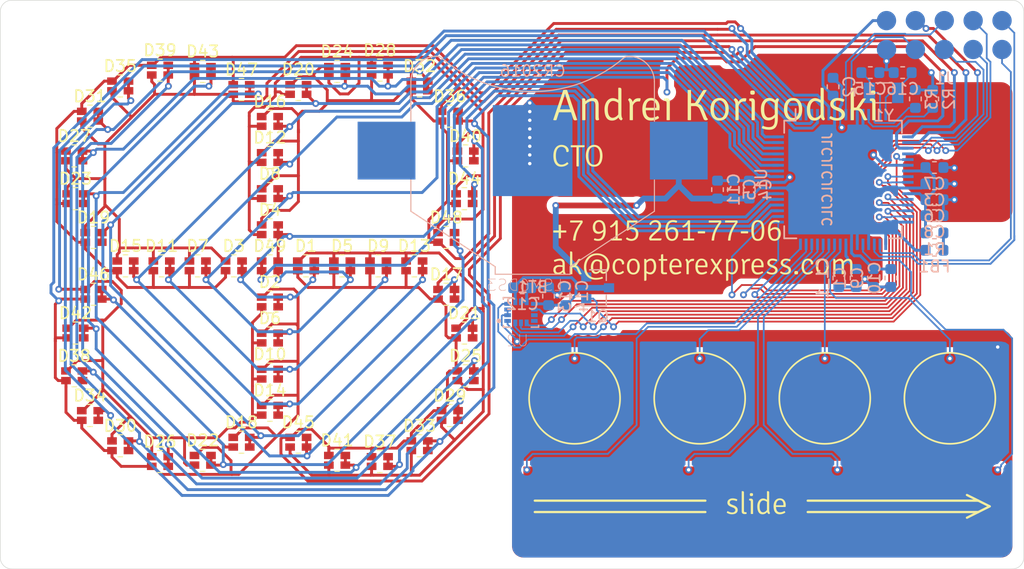
<source format=kicad_pcb>
(kicad_pcb (version 20171130) (host pcbnew 5.0.2+dfsg1-1~bpo9+1)
  (layers (0 F.Cu signal) (31 B.Cu signal) (34 B.Paste user hide) (35 F.Paste user hide) (36 B.SilkS user) (37 F.SilkS user) (38 B.Mask user) (39 F.Mask user) (44 Edge.Cuts user))
  (net 0 "")
  (net 1 LED_K0)
  (net 2 LED_K1)
  (net 3 LED_A0)
  (net 4 LED_K3)
  (net 5 LED_K2)
  (net 6 LED_K4)
  (net 7 LED_K5)
  (net 8 LED_K7)
  (net 9 LED_K6)
  (net 10 LED_K8)
  (net 11 LED_A1)
  (net 12 LED_A2)
  (net 13 LED_A3)
  (net 14 LED_A4)
  (net 15 LED_A5)
  (net 16 LED_A6)
  (net 17 LED_A7)
  (net 18 LED_A8)
  (net 19 VDD)
  (net 20 GND)
  (net 21 N$7)
  (net 22 N$6)
  (net 23 N$13)
  (net 24 N$14)
  (net 25 N$5)
  (net 26 N$19)
  (net 27 N$20)
  (net 28 N$16)
  (net 29 N$15)
  (net 30 N$17)
  (net 31 N$18)
  (net 32 N$12)
  (net 33 N$11)
  (net 34 TOUCH_PAD0)
  (net 35 N$1)
  (net 36 TOUCH_PAD1)
  (net 37 TOUCH_PAD2)
  (net 38 TOUCH_PAD3)
  (net 39 N$21)
  (net 40 N$22)
  (net 41 N$23)
  (net 42 N$8)
  (net 43 N$10)
  (net 44 N$9)
  (net 45 LED_K9)
  (net 46 LED_K10)
  (net 47 LED_K11)
  (net 48 LFXTAL_P)
  (net 49 LFXTAL_N)
  (net 50 IMU_VDD)
  (net 51 N$24)
  (net 52 MCU_AVDD)
  (net 53 N$2)
  (net 54 N$25)
  (module footprints:Text_Slide_Signika_Cu (layer F.Cu) (at 166.5 124.55)
    (fp_text reference svg2mod hide)
    (fp_text value G*** hide)
  )
  (module footprints:TouchPad_D8.0mm (layer F.Cu) (at 183.5 115)
    (fp_text reference TS4 hide)
    (fp_text value TOUCH_PAD)
    (pad 1 smd circle (at 0 0) (size 8 8) (layers F.Cu) (net 38 TOUCH_PAD3))
  )
  (module footprints:TouchPad_D8.0mm (layer F.Cu) (at 172.5 115)
    (fp_text reference TS3 hide)
    (fp_text value TOUCH_PAD)
    (pad 1 smd circle (at 0 0) (size 8 8) (layers F.Cu) (net 37 TOUCH_PAD2))
  )
  (module footprints:TouchPad_D8.0mm (layer F.Cu) (at 161.5 115)
    (fp_text reference TS2 hide)
    (fp_text value TOUCH_PAD)
    (pad 1 smd circle (at 0 0) (size 8 8) (layers F.Cu) (net 36 TOUCH_PAD1))
  )
  (module footprints:TouchPad_D8.0mm (layer F.Cu) (at 150.5 115)
    (fp_text reference TS1 hide)
    (fp_text value TOUCH_PAD)
    (pad 1 smd circle (at 0 0) (size 8 8) (layers F.Cu) (net 34 TOUCH_PAD0))
  )
  (module footprints:BatteryHolder_Keystone_3026_1x2016 (layer B.Cu) (at 146.812 93.218)
    (fp_text reference BT1 (at 0 12) (layer B.SilkS) (effects (justify mirror)))
    (fp_text value Battery_Cell)
    (fp_text user CR2016 (at 0 -7) (layer B.SilkS) (effects (font (thickness 0.125)) (justify mirror)))
    (pad 1 smd rect (at -12.85 0) (size 5.08 5.08) (layers B.Cu B.Paste B.Mask))
    (pad 1 smd rect (at 12.85 0) (size 5.08 5.08) (layers B.Cu B.Paste B.Mask) (net 19 VDD))
    (pad 2 smd rect (at 0 0) (size 7 8) (layers B.Cu B.Mask) (net 20 GND))
  )
  (module footprints:LED_DUAL_0606 (layer F.Cu) (at 123.709 103.351)
    (fp_text reference D49 (at 0 -1.75) (layer F.SilkS))
    (fp_text value LED_Dual_AACC)
    (pad 1 smd rect (at -0.725 -0.425) (size 0.85 0.65) (layers F.Cu F.Paste F.Mask) (net 18 LED_A8))
    (pad 2 smd rect (at -0.725 0.425) (size 0.85 0.65) (layers F.Cu F.Paste F.Mask) (net 18 LED_A8))
    (pad 4 smd rect (at 0.725 0.425) (size 0.85 0.65) (layers F.Cu F.Paste F.Mask) (net 2 LED_K1))
    (pad 3 smd rect (at 0.725 -0.425) (size 0.85 0.65) (layers F.Cu F.Paste F.Mask) (net 1 LED_K0))
  )
  (module footprints:LED_DUAL_0606 (layer F.Cu) (at 139.217852 100.851333)
    (fp_text reference D48 (at 0 -1.75) (layer F.SilkS))
    (fp_text value LED_Dual_AACC)
    (pad 1 smd rect (at -0.725 -0.425) (size 0.85 0.65) (layers F.Cu F.Paste F.Mask) (net 17 LED_A7))
    (pad 2 smd rect (at -0.725 0.425) (size 0.85 0.65) (layers F.Cu F.Paste F.Mask) (net 16 LED_A6))
    (pad 4 smd rect (at 0.725 0.425) (size 0.85 0.65) (layers F.Cu F.Paste F.Mask) (net 47 LED_K11))
    (pad 3 smd rect (at 0.725 -0.425) (size 0.85 0.65) (layers F.Cu F.Paste F.Mask) (net 47 LED_K11))
  )
  (module footprints:LED_DUAL_0606 (layer F.Cu) (at 121.209333 87.842147)
    (fp_text reference D47 (at 0 -1.75) (layer F.SilkS))
    (fp_text value LED_Dual_AACC)
    (pad 1 smd rect (at -0.725 -0.425) (size 0.85 0.65) (layers F.Cu F.Paste F.Mask) (net 15 LED_A5))
    (pad 2 smd rect (at -0.725 0.425) (size 0.85 0.65) (layers F.Cu F.Paste F.Mask) (net 14 LED_A4))
    (pad 4 smd rect (at 0.725 0.425) (size 0.85 0.65) (layers F.Cu F.Paste F.Mask) (net 47 LED_K11))
    (pad 3 smd rect (at 0.725 -0.425) (size 0.85 0.65) (layers F.Cu F.Paste F.Mask) (net 47 LED_K11))
  )
  (module footprints:LED_DUAL_0606 (layer F.Cu) (at 108.200147 105.850666)
    (fp_text reference D46 (at 0 -1.75) (layer F.SilkS))
    (fp_text value LED_Dual_AACC)
    (pad 1 smd rect (at -0.725 -0.425) (size 0.85 0.65) (layers F.Cu F.Paste F.Mask) (net 13 LED_A3))
    (pad 2 smd rect (at -0.725 0.425) (size 0.85 0.65) (layers F.Cu F.Paste F.Mask) (net 12 LED_A2))
    (pad 4 smd rect (at 0.725 0.425) (size 0.85 0.65) (layers F.Cu F.Paste F.Mask) (net 47 LED_K11))
    (pad 3 smd rect (at 0.725 -0.425) (size 0.85 0.65) (layers F.Cu F.Paste F.Mask) (net 47 LED_K11))
  )
  (module footprints:LED_DUAL_0606 (layer F.Cu) (at 126.208666 118.859852)
    (fp_text reference D45 (at 0 -1.75) (layer F.SilkS))
    (fp_text value LED_Dual_AACC)
    (pad 1 smd rect (at -0.725 -0.425) (size 0.85 0.65) (layers F.Cu F.Paste F.Mask) (net 11 LED_A1))
    (pad 2 smd rect (at -0.725 0.425) (size 0.85 0.65) (layers F.Cu F.Paste F.Mask) (net 3 LED_A0))
    (pad 4 smd rect (at 0.725 0.425) (size 0.85 0.65) (layers F.Cu F.Paste F.Mask) (net 47 LED_K11))
    (pad 3 smd rect (at 0.725 -0.425) (size 0.85 0.65) (layers F.Cu F.Paste F.Mask) (net 47 LED_K11))
  )
  (module footprints:LED_DUAL_0606 (layer F.Cu) (at 140.806919 97.443568)
    (fp_text reference D44 (at 0 -1.75) (layer F.SilkS))
    (fp_text value LED_Dual_AACC)
    (pad 1 smd rect (at -0.725 -0.425) (size 0.85 0.65) (layers F.Cu F.Paste F.Mask) (net 17 LED_A7))
    (pad 2 smd rect (at -0.725 0.425) (size 0.85 0.65) (layers F.Cu F.Paste F.Mask) (net 16 LED_A6))
    (pad 4 smd rect (at 0.725 0.425) (size 0.85 0.65) (layers F.Cu F.Paste F.Mask) (net 46 LED_K10))
    (pad 3 smd rect (at 0.725 -0.425) (size 0.85 0.65) (layers F.Cu F.Paste F.Mask) (net 46 LED_K10))
  )
  (module footprints:LED_DUAL_0606 (layer F.Cu) (at 117.801568 86.25308)
    (fp_text reference D43 (at 0 -1.75) (layer F.SilkS))
    (fp_text value LED_Dual_AACC)
    (pad 1 smd rect (at -0.725 -0.425) (size 0.85 0.65) (layers F.Cu F.Paste F.Mask) (net 15 LED_A5))
    (pad 2 smd rect (at -0.725 0.425) (size 0.85 0.65) (layers F.Cu F.Paste F.Mask) (net 14 LED_A4))
    (pad 4 smd rect (at 0.725 0.425) (size 0.85 0.65) (layers F.Cu F.Paste F.Mask) (net 46 LED_K10))
    (pad 3 smd rect (at 0.725 -0.425) (size 0.85 0.65) (layers F.Cu F.Paste F.Mask) (net 46 LED_K10))
  )
  (module footprints:LED_DUAL_0606 (layer F.Cu) (at 106.61108 109.258431)
    (fp_text reference D42 (at 0 -1.75) (layer F.SilkS))
    (fp_text value LED_Dual_AACC)
    (pad 1 smd rect (at -0.725 -0.425) (size 0.85 0.65) (layers F.Cu F.Paste F.Mask) (net 13 LED_A3))
    (pad 2 smd rect (at -0.725 0.425) (size 0.85 0.65) (layers F.Cu F.Paste F.Mask) (net 12 LED_A2))
    (pad 4 smd rect (at 0.725 0.425) (size 0.85 0.65) (layers F.Cu F.Paste F.Mask) (net 46 LED_K10))
    (pad 3 smd rect (at 0.725 -0.425) (size 0.85 0.65) (layers F.Cu F.Paste F.Mask) (net 46 LED_K10))
  )
  (module footprints:LED_DUAL_0606 (layer F.Cu) (at 129.616431 120.448919)
    (fp_text reference D41 (at 0 -1.75) (layer F.SilkS))
    (fp_text value LED_Dual_AACC)
    (pad 1 smd rect (at -0.725 -0.425) (size 0.85 0.65) (layers F.Cu F.Paste F.Mask) (net 11 LED_A1))
    (pad 2 smd rect (at -0.725 0.425) (size 0.85 0.65) (layers F.Cu F.Paste F.Mask) (net 3 LED_A0))
    (pad 4 smd rect (at 0.725 0.425) (size 0.85 0.65) (layers F.Cu F.Paste F.Mask) (net 46 LED_K10))
    (pad 3 smd rect (at 0.725 -0.425) (size 0.85 0.65) (layers F.Cu F.Paste F.Mask) (net 46 LED_K10))
  )
  (module footprints:LED_DUAL_0606 (layer F.Cu) (at 140.916279 93.685107)
    (fp_text reference D40 (at 0 -1.75) (layer F.SilkS))
    (fp_text value LED_Dual_AACC)
    (pad 1 smd rect (at -0.725 -0.425) (size 0.85 0.65) (layers F.Cu F.Paste F.Mask) (net 17 LED_A7))
    (pad 2 smd rect (at -0.725 0.425) (size 0.85 0.65) (layers F.Cu F.Paste F.Mask) (net 16 LED_A6))
    (pad 4 smd rect (at 0.725 0.425) (size 0.85 0.65) (layers F.Cu F.Paste F.Mask) (net 45 LED_K9))
    (pad 3 smd rect (at 0.725 -0.425) (size 0.85 0.65) (layers F.Cu F.Paste F.Mask) (net 45 LED_K9))
  )
  (module footprints:LED_DUAL_0606 (layer F.Cu) (at 114.043107 86.14372)
    (fp_text reference D39 (at 0 -1.75) (layer F.SilkS))
    (fp_text value LED_Dual_AACC)
    (pad 1 smd rect (at -0.725 -0.425) (size 0.85 0.65) (layers F.Cu F.Paste F.Mask) (net 15 LED_A5))
    (pad 2 smd rect (at -0.725 0.425) (size 0.85 0.65) (layers F.Cu F.Paste F.Mask) (net 14 LED_A4))
    (pad 4 smd rect (at 0.725 0.425) (size 0.85 0.65) (layers F.Cu F.Paste F.Mask) (net 45 LED_K9))
    (pad 3 smd rect (at 0.725 -0.425) (size 0.85 0.65) (layers F.Cu F.Paste F.Mask) (net 45 LED_K9))
  )
  (module footprints:LED_DUAL_0606 (layer F.Cu) (at 106.50172 113.016892)
    (fp_text reference D38 (at 0 -1.75) (layer F.SilkS))
    (fp_text value LED_Dual_AACC)
    (pad 1 smd rect (at -0.725 -0.425) (size 0.85 0.65) (layers F.Cu F.Paste F.Mask) (net 13 LED_A3))
    (pad 2 smd rect (at -0.725 0.425) (size 0.85 0.65) (layers F.Cu F.Paste F.Mask) (net 12 LED_A2))
    (pad 4 smd rect (at 0.725 0.425) (size 0.85 0.65) (layers F.Cu F.Paste F.Mask) (net 45 LED_K9))
    (pad 3 smd rect (at 0.725 -0.425) (size 0.85 0.65) (layers F.Cu F.Paste F.Mask) (net 45 LED_K9))
  )
  (module footprints:LED_DUAL_0606 (layer F.Cu) (at 133.374892 120.558279)
    (fp_text reference D37 (at 0 -1.75) (layer F.SilkS))
    (fp_text value LED_Dual_AACC)
    (pad 1 smd rect (at -0.725 -0.425) (size 0.85 0.65) (layers F.Cu F.Paste F.Mask) (net 11 LED_A1))
    (pad 2 smd rect (at -0.725 0.425) (size 0.85 0.65) (layers F.Cu F.Paste F.Mask) (net 3 LED_A0))
    (pad 4 smd rect (at 0.725 0.425) (size 0.85 0.65) (layers F.Cu F.Paste F.Mask) (net 45 LED_K9))
    (pad 3 smd rect (at 0.725 -0.425) (size 0.85 0.65) (layers F.Cu F.Paste F.Mask) (net 45 LED_K9))
  )
  (module footprints:LED_DUAL_0606 (layer F.Cu) (at 139.528045 90.190712)
    (fp_text reference D36 (at 0 -1.75) (layer F.SilkS))
    (fp_text value LED_Dual_AACC)
    (pad 1 smd rect (at -0.725 -0.425) (size 0.85 0.65) (layers F.Cu F.Paste F.Mask) (net 17 LED_A7))
    (pad 2 smd rect (at -0.725 0.425) (size 0.85 0.65) (layers F.Cu F.Paste F.Mask) (net 16 LED_A6))
    (pad 4 smd rect (at 0.725 0.425) (size 0.85 0.65) (layers F.Cu F.Paste F.Mask) (net 10 LED_K8))
    (pad 3 smd rect (at 0.725 -0.425) (size 0.85 0.65) (layers F.Cu F.Paste F.Mask) (net 10 LED_K8))
  )
  (module footprints:LED_DUAL_0606 (layer F.Cu) (at 110.548712 87.531954)
    (fp_text reference D35 (at 0 -1.75) (layer F.SilkS))
    (fp_text value LED_Dual_AACC)
    (pad 1 smd rect (at -0.725 -0.425) (size 0.85 0.65) (layers F.Cu F.Paste F.Mask) (net 15 LED_A5))
    (pad 2 smd rect (at -0.725 0.425) (size 0.85 0.65) (layers F.Cu F.Paste F.Mask) (net 14 LED_A4))
    (pad 4 smd rect (at 0.725 0.425) (size 0.85 0.65) (layers F.Cu F.Paste F.Mask) (net 10 LED_K8))
    (pad 3 smd rect (at 0.725 -0.425) (size 0.85 0.65) (layers F.Cu F.Paste F.Mask) (net 10 LED_K8))
  )
  (module footprints:LED_DUAL_0606 (layer F.Cu) (at 107.889954 116.511287)
    (fp_text reference D34 (at 0 -1.75) (layer F.SilkS))
    (fp_text value LED_Dual_AACC)
    (pad 1 smd rect (at -0.725 -0.425) (size 0.85 0.65) (layers F.Cu F.Paste F.Mask) (net 13 LED_A3))
    (pad 2 smd rect (at -0.725 0.425) (size 0.85 0.65) (layers F.Cu F.Paste F.Mask) (net 12 LED_A2))
    (pad 4 smd rect (at 0.725 0.425) (size 0.85 0.65) (layers F.Cu F.Paste F.Mask) (net 10 LED_K8))
    (pad 3 smd rect (at 0.725 -0.425) (size 0.85 0.65) (layers F.Cu F.Paste F.Mask) (net 10 LED_K8))
  )
  (module footprints:LED_DUAL_0606 (layer F.Cu) (at 136.869287 119.170045)
    (fp_text reference D33 (at 0 -1.75) (layer F.SilkS))
    (fp_text value LED_Dual_AACC)
    (pad 1 smd rect (at -0.725 -0.425) (size 0.85 0.65) (layers F.Cu F.Paste F.Mask) (net 11 LED_A1))
    (pad 2 smd rect (at -0.725 0.425) (size 0.85 0.65) (layers F.Cu F.Paste F.Mask) (net 3 LED_A0))
    (pad 4 smd rect (at 0.725 0.425) (size 0.85 0.65) (layers F.Cu F.Paste F.Mask) (net 10 LED_K8))
    (pad 3 smd rect (at 0.725 -0.425) (size 0.85 0.65) (layers F.Cu F.Paste F.Mask) (net 10 LED_K8))
  )
  (module footprints:LED_DUAL_0606 (layer F.Cu) (at 136.869287 87.531954)
    (fp_text reference D32 (at 0 -1.75) (layer F.SilkS))
    (fp_text value LED_Dual_AACC)
    (pad 1 smd rect (at -0.725 -0.425) (size 0.85 0.65) (layers F.Cu F.Paste F.Mask) (net 17 LED_A7))
    (pad 2 smd rect (at -0.725 0.425) (size 0.85 0.65) (layers F.Cu F.Paste F.Mask) (net 16 LED_A6))
    (pad 4 smd rect (at 0.725 0.425) (size 0.85 0.65) (layers F.Cu F.Paste F.Mask) (net 8 LED_K7))
    (pad 3 smd rect (at 0.725 -0.425) (size 0.85 0.65) (layers F.Cu F.Paste F.Mask) (net 8 LED_K7))
  )
  (module footprints:LED_DUAL_0606 (layer F.Cu) (at 107.889954 90.190712)
    (fp_text reference D31 (at 0 -1.75) (layer F.SilkS))
    (fp_text value LED_Dual_AACC)
    (pad 1 smd rect (at -0.725 -0.425) (size 0.85 0.65) (layers F.Cu F.Paste F.Mask) (net 15 LED_A5))
    (pad 2 smd rect (at -0.725 0.425) (size 0.85 0.65) (layers F.Cu F.Paste F.Mask) (net 14 LED_A4))
    (pad 4 smd rect (at 0.725 0.425) (size 0.85 0.65) (layers F.Cu F.Paste F.Mask) (net 8 LED_K7))
    (pad 3 smd rect (at 0.725 -0.425) (size 0.85 0.65) (layers F.Cu F.Paste F.Mask) (net 8 LED_K7))
  )
  (module footprints:LED_DUAL_0606 (layer F.Cu) (at 110.548712 119.170045)
    (fp_text reference D30 (at 0 -1.75) (layer F.SilkS))
    (fp_text value LED_Dual_AACC)
    (pad 1 smd rect (at -0.725 -0.425) (size 0.85 0.65) (layers F.Cu F.Paste F.Mask) (net 13 LED_A3))
    (pad 2 smd rect (at -0.725 0.425) (size 0.85 0.65) (layers F.Cu F.Paste F.Mask) (net 12 LED_A2))
    (pad 4 smd rect (at 0.725 0.425) (size 0.85 0.65) (layers F.Cu F.Paste F.Mask) (net 8 LED_K7))
    (pad 3 smd rect (at 0.725 -0.425) (size 0.85 0.65) (layers F.Cu F.Paste F.Mask) (net 8 LED_K7))
  )
  (module footprints:LED_DUAL_0606 (layer F.Cu) (at 139.528045 116.511287)
    (fp_text reference D29 (at 0 -1.75) (layer F.SilkS))
    (fp_text value LED_Dual_AACC)
    (pad 1 smd rect (at -0.725 -0.425) (size 0.85 0.65) (layers F.Cu F.Paste F.Mask) (net 11 LED_A1))
    (pad 2 smd rect (at -0.725 0.425) (size 0.85 0.65) (layers F.Cu F.Paste F.Mask) (net 3 LED_A0))
    (pad 4 smd rect (at 0.725 0.425) (size 0.85 0.65) (layers F.Cu F.Paste F.Mask) (net 8 LED_K7))
    (pad 3 smd rect (at 0.725 -0.425) (size 0.85 0.65) (layers F.Cu F.Paste F.Mask) (net 8 LED_K7))
  )
  (module footprints:LED_DUAL_0606 (layer F.Cu) (at 133.374892 86.14372)
    (fp_text reference D28 (at 0 -1.75) (layer F.SilkS))
    (fp_text value LED_Dual_AACC)
    (pad 1 smd rect (at -0.725 -0.425) (size 0.85 0.65) (layers F.Cu F.Paste F.Mask) (net 17 LED_A7))
    (pad 2 smd rect (at -0.725 0.425) (size 0.85 0.65) (layers F.Cu F.Paste F.Mask) (net 16 LED_A6))
    (pad 4 smd rect (at 0.725 0.425) (size 0.85 0.65) (layers F.Cu F.Paste F.Mask) (net 9 LED_K6))
    (pad 3 smd rect (at 0.725 -0.425) (size 0.85 0.65) (layers F.Cu F.Paste F.Mask) (net 9 LED_K6))
  )
  (module footprints:LED_DUAL_0606 (layer F.Cu) (at 106.50172 93.685107)
    (fp_text reference D27 (at 0 -1.75) (layer F.SilkS))
    (fp_text value LED_Dual_AACC)
    (pad 1 smd rect (at -0.725 -0.425) (size 0.85 0.65) (layers F.Cu F.Paste F.Mask) (net 15 LED_A5))
    (pad 2 smd rect (at -0.725 0.425) (size 0.85 0.65) (layers F.Cu F.Paste F.Mask) (net 14 LED_A4))
    (pad 4 smd rect (at 0.725 0.425) (size 0.85 0.65) (layers F.Cu F.Paste F.Mask) (net 9 LED_K6))
    (pad 3 smd rect (at 0.725 -0.425) (size 0.85 0.65) (layers F.Cu F.Paste F.Mask) (net 9 LED_K6))
  )
  (module footprints:LED_DUAL_0606 (layer F.Cu) (at 114.043107 120.558279)
    (fp_text reference D26 (at 0 -1.75) (layer F.SilkS))
    (fp_text value LED_Dual_AACC)
    (pad 1 smd rect (at -0.725 -0.425) (size 0.85 0.65) (layers F.Cu F.Paste F.Mask) (net 13 LED_A3))
    (pad 2 smd rect (at -0.725 0.425) (size 0.85 0.65) (layers F.Cu F.Paste F.Mask) (net 12 LED_A2))
    (pad 4 smd rect (at 0.725 0.425) (size 0.85 0.65) (layers F.Cu F.Paste F.Mask) (net 9 LED_K6))
    (pad 3 smd rect (at 0.725 -0.425) (size 0.85 0.65) (layers F.Cu F.Paste F.Mask) (net 9 LED_K6))
  )
  (module footprints:LED_DUAL_0606 (layer F.Cu) (at 140.916279 113.016892)
    (fp_text reference D25 (at 0 -1.75) (layer F.SilkS))
    (fp_text value LED_Dual_AACC)
    (pad 1 smd rect (at -0.725 -0.425) (size 0.85 0.65) (layers F.Cu F.Paste F.Mask) (net 11 LED_A1))
    (pad 2 smd rect (at -0.725 0.425) (size 0.85 0.65) (layers F.Cu F.Paste F.Mask) (net 3 LED_A0))
    (pad 4 smd rect (at 0.725 0.425) (size 0.85 0.65) (layers F.Cu F.Paste F.Mask) (net 9 LED_K6))
    (pad 3 smd rect (at 0.725 -0.425) (size 0.85 0.65) (layers F.Cu F.Paste F.Mask) (net 9 LED_K6))
  )
  (module footprints:LED_DUAL_0606 (layer F.Cu) (at 129.616431 86.25308)
    (fp_text reference D24 (at 0 -1.75) (layer F.SilkS))
    (fp_text value LED_Dual_AACC)
    (pad 1 smd rect (at -0.725 -0.425) (size 0.85 0.65) (layers F.Cu F.Paste F.Mask) (net 16 LED_A6))
    (pad 2 smd rect (at -0.725 0.425) (size 0.85 0.65) (layers F.Cu F.Paste F.Mask) (net 17 LED_A7))
    (pad 4 smd rect (at 0.725 0.425) (size 0.85 0.65) (layers F.Cu F.Paste F.Mask) (net 7 LED_K5))
    (pad 3 smd rect (at 0.725 -0.425) (size 0.85 0.65) (layers F.Cu F.Paste F.Mask) (net 7 LED_K5))
  )
  (module footprints:LED_DUAL_0606 (layer F.Cu) (at 106.61108 97.443568)
    (fp_text reference D23 (at 0 -1.75) (layer F.SilkS))
    (fp_text value LED_Dual_AACC)
    (pad 1 smd rect (at -0.725 -0.425) (size 0.85 0.65) (layers F.Cu F.Paste F.Mask) (net 14 LED_A4))
    (pad 2 smd rect (at -0.725 0.425) (size 0.85 0.65) (layers F.Cu F.Paste F.Mask) (net 15 LED_A5))
    (pad 4 smd rect (at 0.725 0.425) (size 0.85 0.65) (layers F.Cu F.Paste F.Mask) (net 7 LED_K5))
    (pad 3 smd rect (at 0.725 -0.425) (size 0.85 0.65) (layers F.Cu F.Paste F.Mask) (net 7 LED_K5))
  )
  (module footprints:LED_DUAL_0606 (layer F.Cu) (at 117.801568 120.448919)
    (fp_text reference D22 (at 0 -1.75) (layer F.SilkS))
    (fp_text value LED_Dual_AACC)
    (pad 1 smd rect (at -0.725 -0.425) (size 0.85 0.65) (layers F.Cu F.Paste F.Mask) (net 12 LED_A2))
    (pad 2 smd rect (at -0.725 0.425) (size 0.85 0.65) (layers F.Cu F.Paste F.Mask) (net 13 LED_A3))
    (pad 4 smd rect (at 0.725 0.425) (size 0.85 0.65) (layers F.Cu F.Paste F.Mask) (net 7 LED_K5))
    (pad 3 smd rect (at 0.725 -0.425) (size 0.85 0.65) (layers F.Cu F.Paste F.Mask) (net 7 LED_K5))
  )
  (module footprints:LED_DUAL_0606 (layer F.Cu) (at 140.806919 109.258431)
    (fp_text reference D21 (at 0 -1.75) (layer F.SilkS))
    (fp_text value LED_Dual_AACC)
    (pad 1 smd rect (at -0.725 -0.425) (size 0.85 0.65) (layers F.Cu F.Paste F.Mask) (net 3 LED_A0))
    (pad 2 smd rect (at -0.725 0.425) (size 0.85 0.65) (layers F.Cu F.Paste F.Mask) (net 11 LED_A1))
    (pad 4 smd rect (at 0.725 0.425) (size 0.85 0.65) (layers F.Cu F.Paste F.Mask) (net 7 LED_K5))
    (pad 3 smd rect (at 0.725 -0.425) (size 0.85 0.65) (layers F.Cu F.Paste F.Mask) (net 7 LED_K5))
  )
  (module footprints:LED_DUAL_0606 (layer F.Cu) (at 126.208666 87.842147)
    (fp_text reference D20 (at 0 -1.75) (layer F.SilkS))
    (fp_text value LED_Dual_AACC)
    (pad 1 smd rect (at -0.725 -0.425) (size 0.85 0.65) (layers F.Cu F.Paste F.Mask) (net 16 LED_A6))
    (pad 2 smd rect (at -0.725 0.425) (size 0.85 0.65) (layers F.Cu F.Paste F.Mask) (net 17 LED_A7))
    (pad 4 smd rect (at 0.725 0.425) (size 0.85 0.65) (layers F.Cu F.Paste F.Mask) (net 6 LED_K4))
    (pad 3 smd rect (at 0.725 -0.425) (size 0.85 0.65) (layers F.Cu F.Paste F.Mask) (net 6 LED_K4))
  )
  (module footprints:LED_DUAL_0606 (layer F.Cu) (at 108.200147 100.851333)
    (fp_text reference D19 (at 0 -1.75) (layer F.SilkS))
    (fp_text value LED_Dual_AACC)
    (pad 1 smd rect (at -0.725 -0.425) (size 0.85 0.65) (layers F.Cu F.Paste F.Mask) (net 14 LED_A4))
    (pad 2 smd rect (at -0.725 0.425) (size 0.85 0.65) (layers F.Cu F.Paste F.Mask) (net 15 LED_A5))
    (pad 4 smd rect (at 0.725 0.425) (size 0.85 0.65) (layers F.Cu F.Paste F.Mask) (net 6 LED_K4))
    (pad 3 smd rect (at 0.725 -0.425) (size 0.85 0.65) (layers F.Cu F.Paste F.Mask) (net 6 LED_K4))
  )
  (module footprints:LED_DUAL_0606 (layer F.Cu) (at 121.209333 118.859852)
    (fp_text reference D18 (at 0 -1.75) (layer F.SilkS))
    (fp_text value LED_Dual_AACC)
    (pad 1 smd rect (at -0.725 -0.425) (size 0.85 0.65) (layers F.Cu F.Paste F.Mask) (net 12 LED_A2))
    (pad 2 smd rect (at -0.725 0.425) (size 0.85 0.65) (layers F.Cu F.Paste F.Mask) (net 13 LED_A3))
    (pad 4 smd rect (at 0.725 0.425) (size 0.85 0.65) (layers F.Cu F.Paste F.Mask) (net 6 LED_K4))
    (pad 3 smd rect (at 0.725 -0.425) (size 0.85 0.65) (layers F.Cu F.Paste F.Mask) (net 6 LED_K4))
  )
  (module footprints:LED_DUAL_0606 (layer F.Cu) (at 139.217852 105.850666)
    (fp_text reference D17 (at 0 -1.75) (layer F.SilkS))
    (fp_text value LED_Dual_AACC)
    (pad 1 smd rect (at -0.725 -0.425) (size 0.85 0.65) (layers F.Cu F.Paste F.Mask) (net 3 LED_A0))
    (pad 2 smd rect (at -0.725 0.425) (size 0.85 0.65) (layers F.Cu F.Paste F.Mask) (net 11 LED_A1))
    (pad 4 smd rect (at 0.725 0.425) (size 0.85 0.65) (layers F.Cu F.Paste F.Mask) (net 6 LED_K4))
    (pad 3 smd rect (at 0.725 -0.425) (size 0.85 0.65) (layers F.Cu F.Paste F.Mask) (net 6 LED_K4))
  )
  (module footprints:LED_DUAL_0606 (layer F.Cu) (at 123.709 90.651)
    (fp_text reference D16 (at 0 -1.75) (layer F.SilkS))
    (fp_text value LED_Dual_AACC)
    (pad 1 smd rect (at -0.725 -0.425) (size 0.85 0.65) (layers F.Cu F.Paste F.Mask) (net 16 LED_A6))
    (pad 2 smd rect (at -0.725 0.425) (size 0.85 0.65) (layers F.Cu F.Paste F.Mask) (net 17 LED_A7))
    (pad 4 smd rect (at 0.725 0.425) (size 0.85 0.65) (layers F.Cu F.Paste F.Mask) (net 4 LED_K3))
    (pad 3 smd rect (at 0.725 -0.425) (size 0.85 0.65) (layers F.Cu F.Paste F.Mask) (net 4 LED_K3))
  )
  (module footprints:LED_DUAL_0606 (layer F.Cu) (at 111.009 103.351)
    (fp_text reference D15 (at 0 -1.75) (layer F.SilkS))
    (fp_text value LED_Dual_AACC)
    (pad 1 smd rect (at -0.725 -0.425) (size 0.85 0.65) (layers F.Cu F.Paste F.Mask) (net 14 LED_A4))
    (pad 2 smd rect (at -0.725 0.425) (size 0.85 0.65) (layers F.Cu F.Paste F.Mask) (net 15 LED_A5))
    (pad 4 smd rect (at 0.725 0.425) (size 0.85 0.65) (layers F.Cu F.Paste F.Mask) (net 4 LED_K3))
    (pad 3 smd rect (at 0.725 -0.425) (size 0.85 0.65) (layers F.Cu F.Paste F.Mask) (net 4 LED_K3))
  )
  (module footprints:LED_DUAL_0606 (layer F.Cu) (at 123.709 116.051)
    (fp_text reference D14 (at 0 -1.75) (layer F.SilkS))
    (fp_text value LED_Dual_AACC)
    (pad 1 smd rect (at -0.725 -0.425) (size 0.85 0.65) (layers F.Cu F.Paste F.Mask) (net 12 LED_A2))
    (pad 2 smd rect (at -0.725 0.425) (size 0.85 0.65) (layers F.Cu F.Paste F.Mask) (net 13 LED_A3))
    (pad 4 smd rect (at 0.725 0.425) (size 0.85 0.65) (layers F.Cu F.Paste F.Mask) (net 4 LED_K3))
    (pad 3 smd rect (at 0.725 -0.425) (size 0.85 0.65) (layers F.Cu F.Paste F.Mask) (net 4 LED_K3))
  )
  (module footprints:LED_DUAL_0606 (layer F.Cu) (at 136.409 103.351)
    (fp_text reference D13 (at 0 -1.75) (layer F.SilkS))
    (fp_text value LED_Dual_AACC)
    (pad 1 smd rect (at -0.725 -0.425) (size 0.85 0.65) (layers F.Cu F.Paste F.Mask) (net 3 LED_A0))
    (pad 2 smd rect (at -0.725 0.425) (size 0.85 0.65) (layers F.Cu F.Paste F.Mask) (net 11 LED_A1))
    (pad 4 smd rect (at 0.725 0.425) (size 0.85 0.65) (layers F.Cu F.Paste F.Mask) (net 4 LED_K3))
    (pad 3 smd rect (at 0.725 -0.425) (size 0.85 0.65) (layers F.Cu F.Paste F.Mask) (net 4 LED_K3))
  )
  (module footprints:LED_DUAL_0606 (layer F.Cu) (at 123.709 93.826)
    (fp_text reference D12 (at 0 -1.75) (layer F.SilkS))
    (fp_text value LED_Dual_AACC)
    (pad 1 smd rect (at -0.725 -0.425) (size 0.85 0.65) (layers F.Cu F.Paste F.Mask) (net 16 LED_A6))
    (pad 2 smd rect (at -0.725 0.425) (size 0.85 0.65) (layers F.Cu F.Paste F.Mask) (net 17 LED_A7))
    (pad 4 smd rect (at 0.725 0.425) (size 0.85 0.65) (layers F.Cu F.Paste F.Mask) (net 5 LED_K2))
    (pad 3 smd rect (at 0.725 -0.425) (size 0.85 0.65) (layers F.Cu F.Paste F.Mask) (net 5 LED_K2))
  )
  (module footprints:LED_DUAL_0606 (layer F.Cu) (at 114.184 103.351)
    (fp_text reference D11 (at 0 -1.75) (layer F.SilkS))
    (fp_text value LED_Dual_AACC)
    (pad 1 smd rect (at -0.725 -0.425) (size 0.85 0.65) (layers F.Cu F.Paste F.Mask) (net 14 LED_A4))
    (pad 2 smd rect (at -0.725 0.425) (size 0.85 0.65) (layers F.Cu F.Paste F.Mask) (net 15 LED_A5))
    (pad 4 smd rect (at 0.725 0.425) (size 0.85 0.65) (layers F.Cu F.Paste F.Mask) (net 5 LED_K2))
    (pad 3 smd rect (at 0.725 -0.425) (size 0.85 0.65) (layers F.Cu F.Paste F.Mask) (net 5 LED_K2))
  )
  (module footprints:LED_DUAL_0606 (layer F.Cu) (at 123.709 112.875999)
    (fp_text reference D10 (at 0 -1.75) (layer F.SilkS))
    (fp_text value LED_Dual_AACC)
    (pad 1 smd rect (at -0.725 -0.425) (size 0.85 0.65) (layers F.Cu F.Paste F.Mask) (net 12 LED_A2))
    (pad 2 smd rect (at -0.725 0.425) (size 0.85 0.65) (layers F.Cu F.Paste F.Mask) (net 13 LED_A3))
    (pad 4 smd rect (at 0.725 0.425) (size 0.85 0.65) (layers F.Cu F.Paste F.Mask) (net 5 LED_K2))
    (pad 3 smd rect (at 0.725 -0.425) (size 0.85 0.65) (layers F.Cu F.Paste F.Mask) (net 5 LED_K2))
  )
  (module footprints:LED_DUAL_0606 (layer F.Cu) (at 133.234 103.351)
    (fp_text reference D9 (at 0 -1.75) (layer F.SilkS))
    (fp_text value LED_Dual_AACC)
    (pad 1 smd rect (at -0.725 -0.425) (size 0.85 0.65) (layers F.Cu F.Paste F.Mask) (net 3 LED_A0))
    (pad 2 smd rect (at -0.725 0.425) (size 0.85 0.65) (layers F.Cu F.Paste F.Mask) (net 11 LED_A1))
    (pad 4 smd rect (at 0.725 0.425) (size 0.85 0.65) (layers F.Cu F.Paste F.Mask) (net 5 LED_K2))
    (pad 3 smd rect (at 0.725 -0.425) (size 0.85 0.65) (layers F.Cu F.Paste F.Mask) (net 5 LED_K2))
  )
  (module footprints:LED_DUAL_0606 (layer F.Cu) (at 123.709 97.001)
    (fp_text reference D8 (at 0 -1.75) (layer F.SilkS))
    (fp_text value LED_Dual_AACC)
    (pad 1 smd rect (at -0.725 -0.425) (size 0.85 0.65) (layers F.Cu F.Paste F.Mask) (net 16 LED_A6))
    (pad 2 smd rect (at -0.725 0.425) (size 0.85 0.65) (layers F.Cu F.Paste F.Mask) (net 17 LED_A7))
    (pad 4 smd rect (at 0.725 0.425) (size 0.85 0.65) (layers F.Cu F.Paste F.Mask) (net 2 LED_K1))
    (pad 3 smd rect (at 0.725 -0.425) (size 0.85 0.65) (layers F.Cu F.Paste F.Mask) (net 2 LED_K1))
  )
  (module footprints:LED_DUAL_0606 (layer F.Cu) (at 117.359 103.351)
    (fp_text reference D7 (at 0 -1.75) (layer F.SilkS))
    (fp_text value LED_Dual_AACC)
    (pad 1 smd rect (at -0.725 -0.425) (size 0.85 0.65) (layers F.Cu F.Paste F.Mask) (net 14 LED_A4))
    (pad 2 smd rect (at -0.725 0.425) (size 0.85 0.65) (layers F.Cu F.Paste F.Mask) (net 15 LED_A5))
    (pad 4 smd rect (at 0.725 0.425) (size 0.85 0.65) (layers F.Cu F.Paste F.Mask) (net 2 LED_K1))
    (pad 3 smd rect (at 0.725 -0.425) (size 0.85 0.65) (layers F.Cu F.Paste F.Mask) (net 2 LED_K1))
  )
  (module footprints:LED_DUAL_0606 (layer F.Cu) (at 123.709 109.701)
    (fp_text reference D6 (at 0 -1.75) (layer F.SilkS))
    (fp_text value LED_Dual_AACC)
    (pad 1 smd rect (at -0.725 -0.425) (size 0.85 0.65) (layers F.Cu F.Paste F.Mask) (net 12 LED_A2))
    (pad 2 smd rect (at -0.725 0.425) (size 0.85 0.65) (layers F.Cu F.Paste F.Mask) (net 13 LED_A3))
    (pad 4 smd rect (at 0.725 0.425) (size 0.85 0.65) (layers F.Cu F.Paste F.Mask) (net 2 LED_K1))
    (pad 3 smd rect (at 0.725 -0.425) (size 0.85 0.65) (layers F.Cu F.Paste F.Mask) (net 2 LED_K1))
  )
  (module footprints:LED_DUAL_0606 (layer F.Cu) (at 130.059 103.351)
    (fp_text reference D5 (at 0 -1.75) (layer F.SilkS))
    (fp_text value LED_Dual_AACC)
    (pad 1 smd rect (at -0.725 -0.425) (size 0.85 0.65) (layers F.Cu F.Paste F.Mask) (net 3 LED_A0))
    (pad 2 smd rect (at -0.725 0.425) (size 0.85 0.65) (layers F.Cu F.Paste F.Mask) (net 11 LED_A1))
    (pad 4 smd rect (at 0.725 0.425) (size 0.85 0.65) (layers F.Cu F.Paste F.Mask) (net 2 LED_K1))
    (pad 3 smd rect (at 0.725 -0.425) (size 0.85 0.65) (layers F.Cu F.Paste F.Mask) (net 2 LED_K1))
  )
  (module footprints:LED_DUAL_0606 (layer F.Cu) (at 123.709 100.176)
    (fp_text reference D4 (at 0 -1.75) (layer F.SilkS))
    (fp_text value LED_Dual_AACC)
    (pad 1 smd rect (at -0.725 -0.425) (size 0.85 0.65) (layers F.Cu F.Paste F.Mask) (net 16 LED_A6))
    (pad 2 smd rect (at -0.725 0.425) (size 0.85 0.65) (layers F.Cu F.Paste F.Mask) (net 17 LED_A7))
    (pad 4 smd rect (at 0.725 0.425) (size 0.85 0.65) (layers F.Cu F.Paste F.Mask) (net 1 LED_K0))
    (pad 3 smd rect (at 0.725 -0.425) (size 0.85 0.65) (layers F.Cu F.Paste F.Mask) (net 1 LED_K0))
  )
  (module footprints:LED_DUAL_0606 (layer F.Cu) (at 120.534 103.351)
    (fp_text reference D3 (at 0 -1.75) (layer F.SilkS))
    (fp_text value LED_Dual_AACC)
    (pad 1 smd rect (at -0.725 -0.425) (size 0.85 0.65) (layers F.Cu F.Paste F.Mask) (net 14 LED_A4))
    (pad 2 smd rect (at -0.725 0.425) (size 0.85 0.65) (layers F.Cu F.Paste F.Mask) (net 15 LED_A5))
    (pad 4 smd rect (at 0.725 0.425) (size 0.85 0.65) (layers F.Cu F.Paste F.Mask) (net 1 LED_K0))
    (pad 3 smd rect (at 0.725 -0.425) (size 0.85 0.65) (layers F.Cu F.Paste F.Mask) (net 1 LED_K0))
  )
  (module footprints:LED_DUAL_0606 (layer F.Cu) (at 123.709 106.526)
    (fp_text reference D2 (at 0 -1.75) (layer F.SilkS))
    (fp_text value LED_Dual_AACC)
    (pad 1 smd rect (at -0.725 -0.425) (size 0.85 0.65) (layers F.Cu F.Paste F.Mask) (net 12 LED_A2))
    (pad 2 smd rect (at -0.725 0.425) (size 0.85 0.65) (layers F.Cu F.Paste F.Mask) (net 13 LED_A3))
    (pad 4 smd rect (at 0.725 0.425) (size 0.85 0.65) (layers F.Cu F.Paste F.Mask) (net 1 LED_K0))
    (pad 3 smd rect (at 0.725 -0.425) (size 0.85 0.65) (layers F.Cu F.Paste F.Mask) (net 1 LED_K0))
  )
  (module footprints:LED_DUAL_0606 (layer F.Cu) (at 126.884 103.351)
    (fp_text reference D1 (at 0 -1.75) (layer F.SilkS))
    (fp_text value LED_Dual_AACC)
    (pad 1 smd rect (at -0.725 -0.425) (size 0.85 0.65) (layers F.Cu F.Paste F.Mask) (net 3 LED_A0))
    (pad 2 smd rect (at -0.725 0.425) (size 0.85 0.65) (layers F.Cu F.Paste F.Mask) (net 11 LED_A1))
    (pad 4 smd rect (at 0.725 0.425) (size 0.85 0.65) (layers F.Cu F.Paste F.Mask) (net 1 LED_K0))
    (pad 3 smd rect (at 0.725 -0.425) (size 0.85 0.65) (layers F.Cu F.Paste F.Mask) (net 1 LED_K0))
  )
  (module Capacitor_SMD:C_0603_1608Metric (layer B.Cu) (at 173.736 104.4195 270)
    (fp_text reference C1_1 (at 0 1.43 270) (layer B.SilkS) (effects (justify mirror)))
    (fp_text value 10uF)
    (pad 1 smd roundrect (at -0.7875 0 270) (size 0.875 0.95) (layers B.Cu B.Paste B.Mask) (net 35 N$1))
    (pad 2 smd roundrect (at 0.7875 0 270) (size 0.875 0.95) (layers B.Cu B.Paste B.Mask) (net 20 GND))
  )
  (module Resistor_SMD:R_0603_1608Metric (layer B.Cu) (at 180.467 88.6715 90)
    (fp_text reference R3 (at 0 1.43 90) (layer B.SilkS) (effects (justify mirror)))
    (fp_text value 0)
    (pad 1 smd roundrect (at -0.7875 0 90) (size 0.875 0.95) (layers B.Cu B.Paste B.Mask) (net 54 N$25))
    (pad 2 smd roundrect (at 0.7875 0 90) (size 0.875 0.95) (layers B.Cu B.Paste B.Mask) (net 20 GND))
  )
  (module Inductor_SMD:L_0603_1608Metric (layer B.Cu) (at 182.1435 101.981)
    (fp_text reference FB1 (at 0 1.43) (layer B.SilkS) (effects (justify mirror)))
    (fp_text value Ferrite_Bead_Small)
    (pad 1 smd roundrect (at -0.7875 0) (size 0.875 0.95) (layers B.Cu B.Paste B.Mask) (net 19 VDD))
    (pad 2 smd roundrect (at 0.7875 0) (size 0.875 0.95) (layers B.Cu B.Paste B.Mask) (net 53 N$2))
  )
  (module Package_TO_SOT_SMD:SOT-23 (layer B.Cu) (at 152.527 105.283)
    (fp_text reference Q1 (at 0 2.5) (layer B.SilkS) (effects (justify mirror)))
    (fp_text value Q_PMOS_GSD)
    (pad 1 smd rect (at -1 0.95) (size 0.9 0.8) (layers B.Cu B.Paste B.Mask) (net 23 N$13))
    (pad 2 smd rect (at -1 -0.95) (size 0.9 0.8) (layers B.Cu B.Paste B.Mask) (net 19 VDD))
    (pad 3 smd rect (at 1 0) (size 0.9 0.8) (layers B.Cu B.Paste B.Mask) (net 50 IMU_VDD))
  )
  (module Capacitor_SMD:C_0603_1608Metric (layer B.Cu) (at 179.3495 86.36)
    (fp_text reference C16 (at 0 1.43) (layer B.SilkS) (effects (justify mirror)))
    (fp_text value 22pF)
    (pad 2 smd roundrect (at -0.7875 0) (size 0.875 0.95) (layers B.Cu B.Paste B.Mask) (net 20 GND))
    (pad 1 smd roundrect (at 0.7875 0) (size 0.875 0.95) (layers B.Cu B.Paste B.Mask) (net 49 LFXTAL_N))
  )
  (module Capacitor_SMD:C_0603_1608Metric (layer B.Cu) (at 176.5045 86.36)
    (fp_text reference C15 (at 0 1.43) (layer B.SilkS) (effects (justify mirror)))
    (fp_text value 22pF)
    (pad 2 smd roundrect (at 0.7875 0) (size 0.875 0.95) (layers B.Cu B.Paste B.Mask) (net 20 GND))
    (pad 1 smd roundrect (at -0.7875 0) (size 0.875 0.95) (layers B.Cu B.Paste B.Mask) (net 48 LFXTAL_P))
  )
  (module Capacitor_SMD:C_0603_1608Metric (layer B.Cu) (at 149.733 106.0195 90)
    (fp_text reference C14 (at 0 1.43 90) (layer B.SilkS) (effects (justify mirror)))
    (fp_text value 10uF)
    (pad 1 smd roundrect (at -0.7875 0 90) (size 0.875 0.95) (layers B.Cu B.Paste B.Mask) (net 50 IMU_VDD))
    (pad 2 smd roundrect (at 0.7875 0 90) (size 0.875 0.95) (layers B.Cu B.Paste B.Mask) (net 20 GND))
  )
  (module Capacitor_SMD:C_0603_1608Metric (layer B.Cu) (at 173.228 87.6045 90)
    (fp_text reference C2 (at 0 1.43 90) (layer B.SilkS) (effects (justify mirror)))
    (fp_text value 0.1uF)
    (pad 2 smd roundrect (at 0.7875 0 90) (size 0.875 0.95) (layers B.Cu B.Paste B.Mask) (net 20 GND))
    (pad 1 smd roundrect (at -0.7875 0 90) (size 0.875 0.95) (layers B.Cu B.Paste B.Mask) (net 19 VDD))
  )
  (module footprints:TouchSlider-4_42x7mm (layer F.Cu) (at 146 128)
    (fp_text reference TS5 hide)
    (fp_text value TOUCH_SLIDER_4PADS hide)
    (pad 1 smd custom (at 1.5 -3.5) (size 2.333333 2.333333) (layers F.Cu) (net 27 N$20) (options (clearance outline) (anchor circle)) (primitives (gr_poly (pts (xy -1.5 -3.5) (xy 1.5 -3.5) (xy 1.5 -3.270579) (xy 11.140237 -2.333333) (xy 1.5 -1.396088) (xy 1.5 -0.937245) (xy 11.140237 0) (xy 1.5 0.937245) (xy 1.5 1.396088) (xy 11.140237 2.333333) (xy 1.5 3.270579) (xy 1.5 3.5) (xy -1.5 3.5)) (width 0))))
    (pad 2 smd custom (at 14.476341 -3.5) (size 2.333333 2.333333) (layers F.Cu) (net 39 N$21) (options (clearance outline) (anchor circle)) (primitives (gr_poly (pts (xy -11.211214 -3.5) (xy -1.570978 -2.562755) (xy -1.570978 -2.103912) (xy -11.211214 -1.166667) (xy -1.570978 -0.229421) (xy -1.570978 0.229421) (xy -11.211214 1.166667) (xy -1.570978 2.103912) (xy -1.570978 2.562755) (xy -11.211214 3.5) (xy 1.570978 3.5) (xy 1.570978 3.270579) (xy 11.211214 2.333333) (xy 1.570978 1.396088) (xy 1.570978 0.937245) (xy 11.211214 0) (xy 1.570978 -0.937245) (xy 1.570978 -1.396088) (xy 11.211214 -2.333333) (xy 1.570978 -3.270579) (xy 1.570978 -3.5)) (width 0))))
    (pad 3 smd custom (at 27.523659 -3.5) (size 2.333333 2.333333) (layers F.Cu) (net 40 N$22) (options (clearance outline) (anchor circle)) (primitives (gr_poly (pts (xy -11.211214 -3.5) (xy -1.570978 -2.562755) (xy -1.570978 -2.103912) (xy -11.211214 -1.166667) (xy -1.570978 -0.229421) (xy -1.570978 0.229421) (xy -11.211214 1.166667) (xy -1.570978 2.103912) (xy -1.570978 2.562755) (xy -11.211214 3.5) (xy 1.570978 3.5) (xy 1.570978 3.270579) (xy 11.211214 2.333333) (xy 1.570978 1.396088) (xy 1.570978 0.937245) (xy 11.211214 0) (xy 1.570978 -0.937245) (xy 1.570978 -1.396088) (xy 11.211214 -2.333333) (xy 1.570978 -3.270579) (xy 1.570978 -3.5)) (width 0))))
    (pad 4 smd custom (at 40.5 -3.5) (size 2.333333 2.333333) (layers F.Cu) (net 41 N$23) (options (clearance outline) (anchor circle)) (primitives (gr_poly (pts (xy -11.140237 -3.5) (xy -1.5 -2.562755) (xy -1.5 -2.103912) (xy -11.140237 -1.166667) (xy -1.5 -0.229421) (xy -1.5 0.229421) (xy -11.140237 1.166667) (xy -1.5 2.103912) (xy -1.5 2.562755) (xy -11.140237 3.5) (xy 1.5 3.5) (xy 1.5 -3.5)) (width 0))))
  )
  (module footprints:TestPoints_2x05_P2.54_D1.7 (layer B.Cu) (at 183.007 83.058)
    (fp_text reference J1 (at 0 3.81) (layer B.SilkS) (effects (justify mirror)))
    (fp_text value POGO_10PADS)
    (pad 5 smd circle (at 0 -1.27) (size 1.7 1.7) (layers B.Cu B.Mask) (net 21 N$7))
    (pad 4 smd circle (at -2.54 1.27) (size 1.7 1.7) (layers B.Cu B.Mask) (net 22 N$6))
    (pad 3 smd circle (at -2.54 -1.27) (size 1.7 1.7) (layers B.Cu B.Mask) (net 25 N$5))
    (pad 2 smd circle (at -5.08 1.27) (size 1.7 1.7) (layers B.Cu B.Mask) (net 20 GND))
    (pad 1 smd circle (at -5.08 -1.27) (size 1.7 1.7) (layers B.Cu B.Mask) (net 19 VDD))
    (pad 10 smd circle (at 5.08 1.27) (size 1.7 1.7) (layers B.Cu B.Mask) (net 32 N$12))
    (pad 9 smd circle (at 5.08 -1.27) (size 1.7 1.7) (layers B.Cu B.Mask) (net 33 N$11))
    (pad 8 smd circle (at 2.54 1.27) (size 1.7 1.7) (layers B.Cu B.Mask) (net 43 N$10))
    (pad 7 smd circle (at 2.54 -1.27) (size 1.7 1.7) (layers B.Cu B.Mask) (net 44 N$9))
    (pad 6 smd circle (at 0 1.27) (size 1.7 1.7) (layers B.Cu B.Mask) (net 42 N$8))
  )
  (module footprints:LSM6DS3 (layer B.Cu) (at 145.7844 107.4416)
    (fp_text reference U2 (at -0.31031 2.48754) (layer B.SilkS) (effects (font (size 1.00102 1.00102) (thickness 0.05)) (justify mirror)))
    (fp_text value LSM6DS3 (at 0.325055 -2.39047) (layer B.SilkS) (effects (font (size 1.0002 1.0002) (thickness 0.05)) (justify mirror)))
    (pad 4 smd rect (at -1.175 -0.75 180) (size 0.58 0.35) (layers B.Cu B.Paste B.Mask) (net 31 N$18))
    (pad 3 smd rect (at -1.175 -0.25 180) (size 0.58 0.35) (layers B.Cu B.Paste B.Mask) (net 20 GND))
    (pad 2 smd rect (at -1.175 0.25 180) (size 0.58 0.35) (layers B.Cu B.Paste B.Mask) (net 20 GND))
    (pad 1 smd rect (at -1.175 0.75 180) (size 0.58 0.35) (layers B.Cu B.Paste B.Mask) (net 24 N$14))
    (pad 7 smd rect (at 0.5 -0.925 270) (size 0.58 0.35) (layers B.Cu B.Paste B.Mask) (net 20 GND))
    (pad 6 smd rect (at 0 -0.925 270) (size 0.58 0.35) (layers B.Cu B.Paste B.Mask) (net 20 GND))
    (pad 5 smd rect (at -0.5 -0.925 270) (size 0.58 0.35) (layers B.Cu B.Paste B.Mask) (net 50 IMU_VDD))
    (pad 8 smd rect (at 1.175 -0.75 180) (size 0.58 0.35) (layers B.Cu B.Paste B.Mask) (net 50 IMU_VDD))
    (pad 9 smd rect (at 1.175 -0.25 180) (size 0.58 0.35) (layers B.Cu B.Paste B.Mask) (net 26 N$19))
    (pad 10 smd rect (at 1.175 0.25 180) (size 0.58 0.35) (layers B.Cu B.Paste B.Mask))
    (pad 11 smd rect (at 1.175 0.75 180) (size 0.58 0.35) (layers B.Cu B.Paste B.Mask))
    (pad 12 smd rect (at 0.5 0.925 270) (size 0.58 0.35) (layers B.Cu B.Paste B.Mask) (net 30 N$17))
    (pad 13 smd rect (at 0 0.925 270) (size 0.58 0.35) (layers B.Cu B.Paste B.Mask) (net 28 N$16))
    (pad 14 smd rect (at -0.5 0.925 270) (size 0.58 0.35) (layers B.Cu B.Paste B.Mask) (net 29 N$15))
  )
  (module Resistor_SMD:R_0603_1608Metric (layer B.Cu) (at 181.991 88.6715 90)
    (fp_text reference R2 (at 0 1.43 90) (layer B.SilkS) (effects (justify mirror)))
    (fp_text value 0)
    (pad 2 smd roundrect (at 0.7875 0 90) (size 0.875 0.95) (layers B.Cu B.Paste B.Mask) (net 20 GND))
    (pad 1 smd roundrect (at -0.7875 0 90) (size 0.875 0.95) (layers B.Cu B.Paste B.Mask) (net 51 N$24))
  )
  (module Capacitor_SMD:C_0603_1608Metric (layer B.Cu) (at 148.209 106.0195 90)
    (fp_text reference C13 (at 0 1.43 90) (layer B.SilkS) (effects (justify mirror)))
    (fp_text value 0.1uF)
    (pad 2 smd roundrect (at 0.7875 0 90) (size 0.875 0.95) (layers B.Cu B.Paste B.Mask) (net 20 GND))
    (pad 1 smd roundrect (at -0.7875 0 90) (size 0.875 0.95) (layers B.Cu B.Paste B.Mask) (net 50 IMU_VDD))
  )
  (module Capacitor_SMD:C_0603_1608Metric (layer B.Cu) (at 145.8975 105.283)
    (fp_text reference C12 (at 0 1.43) (layer B.SilkS) (effects (justify mirror)))
    (fp_text value 0.1uF)
    (pad 2 smd roundrect (at 0.7875 0) (size 0.875 0.95) (layers B.Cu B.Paste B.Mask) (net 20 GND))
    (pad 1 smd roundrect (at -0.7875 0) (size 0.875 0.95) (layers B.Cu B.Paste B.Mask) (net 50 IMU_VDD))
  )
  (module Capacitor_SMD:C_0603_1608Metric (layer B.Cu) (at 178.308 104.4195 270)
    (fp_text reference C10 (at 0 1.43 270) (layer B.SilkS) (effects (justify mirror)))
    (fp_text value 10uF)
    (pad 2 smd roundrect (at 0.7875 0 270) (size 0.875 0.95) (layers B.Cu B.Paste B.Mask) (net 20 GND))
    (pad 1 smd roundrect (at -0.7875 0 270) (size 0.875 0.95) (layers B.Cu B.Paste B.Mask) (net 19 VDD))
  )
  (module Capacitor_SMD:C_0603_1608Metric (layer B.Cu) (at 176.784 104.4195 270)
    (fp_text reference C9 (at 0 1.43 270) (layer B.SilkS) (effects (justify mirror)))
    (fp_text value 0.1uF)
    (pad 2 smd roundrect (at 0.7875 0 270) (size 0.875 0.95) (layers B.Cu B.Paste B.Mask) (net 20 GND))
    (pad 1 smd roundrect (at -0.7875 0 270) (size 0.875 0.95) (layers B.Cu B.Paste B.Mask) (net 19 VDD))
  )
  (module Capacitor_SMD:C_0603_1608Metric (layer B.Cu) (at 182.1435 98.933)
    (fp_text reference C8 (at 0 1.43) (layer B.SilkS) (effects (justify mirror)))
    (fp_text value 10uF)
    (pad 2 smd roundrect (at 0.7875 0) (size 0.875 0.95) (layers B.Cu B.Paste B.Mask) (net 20 GND))
    (pad 1 smd roundrect (at -0.7875 0) (size 0.875 0.95) (layers B.Cu B.Paste B.Mask) (net 52 MCU_AVDD))
  )
  (module Capacitor_SMD:C_0603_1608Metric (layer B.Cu) (at 182.1435 94.7039)
    (fp_text reference C7 (at 0 1.43) (layer B.SilkS) (effects (justify mirror)))
    (fp_text value 10nF)
    (pad 2 smd roundrect (at 0.7875 0) (size 0.875 0.95) (layers B.Cu B.Paste B.Mask) (net 20 GND))
    (pad 1 smd roundrect (at -0.7875 0) (size 0.875 0.95) (layers B.Cu B.Paste B.Mask) (net 52 MCU_AVDD))
  )
  (module Capacitor_SMD:C_0603_1608Metric (layer B.Cu) (at 182.1435 97.536)
    (fp_text reference C6 (at 0 1.43) (layer B.SilkS) (effects (justify mirror)))
    (fp_text value 10nF)
    (pad 1 smd roundrect (at -0.7875 0) (size 0.875 0.95) (layers B.Cu B.Paste B.Mask) (net 52 MCU_AVDD))
    (pad 2 smd roundrect (at 0.7875 0) (size 0.875 0.95) (layers B.Cu B.Paste B.Mask) (net 20 GND))
  )
  (module Capacitor_SMD:C_0603_1608Metric (layer B.Cu) (at 164.465 96.647 90)
    (fp_text reference C5 (at 0 1.43 90) (layer B.SilkS) (effects (justify mirror)))
    (fp_text value 1uF)
    (pad 2 smd roundrect (at 0.7875 0 90) (size 0.875 0.95) (layers B.Cu B.Paste B.Mask) (net 20 GND))
    (pad 1 smd roundrect (at -0.7875 0 90) (size 0.875 0.95) (layers B.Cu B.Paste B.Mask) (net 19 VDD))
  )
  (module Capacitor_SMD:C_0603_1608Metric (layer B.Cu) (at 165.862 96.647 90)
    (fp_text reference C4 (at 0 1.43 90) (layer B.SilkS) (effects (justify mirror)))
    (fp_text value 0.1uF)
    (pad 2 smd roundrect (at 0.7875 0 90) (size 0.875 0.95) (layers B.Cu B.Paste B.Mask) (net 20 GND))
    (pad 1 smd roundrect (at -0.7875 0 90) (size 0.875 0.95) (layers B.Cu B.Paste B.Mask) (net 19 VDD))
  )
  (module Capacitor_SMD:C_0603_1608Metric (layer B.Cu) (at 182.1435 96.139)
    (fp_text reference C3 (at 0 1.43) (layer B.SilkS) (effects (justify mirror)))
    (fp_text value 0.1uF)
    (pad 2 smd roundrect (at 0.7875 0) (size 0.875 0.95) (layers B.Cu B.Paste B.Mask) (net 20 GND))
    (pad 1 smd roundrect (at -0.7875 0) (size 0.875 0.95) (layers B.Cu B.Paste B.Mask) (net 19 VDD))
  )
  (module Capacitor_SMD:C_0603_1608Metric (layer B.Cu) (at 175.26 104.4195 270)
    (fp_text reference C1 (at 0 1.43 270) (layer B.SilkS) (effects (justify mirror)))
    (fp_text value 1uF)
    (pad 2 smd roundrect (at 0.7875 0 270) (size 0.875 0.95) (layers B.Cu B.Paste B.Mask) (net 20 GND))
    (pad 1 smd roundrect (at -0.7875 0 270) (size 0.875 0.95) (layers B.Cu B.Paste B.Mask) (net 35 N$1))
  )
  (module Crystal:Crystal_SMD_3215-2Pin_3.2x1.5mm (layer B.Cu) (at 177.673 88.138)
    (fp_text reference Y1 (at 0 2) (layer B.SilkS) (effects (justify mirror)))
    (fp_text value 32768Hz)
    (pad 1 smd rect (at -1.25 0) (size 1 1.8) (layers B.Cu B.Paste B.Mask) (net 48 LFXTAL_P))
    (pad 2 smd rect (at 1.25 0) (size 1 1.8) (layers B.Cu B.Paste B.Mask) (net 49 LFXTAL_N))
  )
  (module Package_QFP:LQFP-64_10x10mm_P0.5mm (layer B.Cu) (at 174.10708 95.75756 270)
    (fp_text reference U1 (at 0 7.2 270) (layer B.SilkS) (effects (justify mirror)))
    (fp_text value EFM32LG232F64)
    (pad 64 smd rect (at -3.75 5.7 180) (size 1 0.25) (layers B.Cu B.Paste B.Mask) (net 8 LED_K7))
    (pad 63 smd rect (at -3.25 5.7 180) (size 1 0.25) (layers B.Cu B.Paste B.Mask) (net 9 LED_K6))
    (pad 62 smd rect (at -2.75 5.7 180) (size 1 0.25) (layers B.Cu B.Paste B.Mask) (net 7 LED_K5))
    (pad 61 smd rect (at -2.25 5.7 180) (size 1 0.25) (layers B.Cu B.Paste B.Mask) (net 6 LED_K4))
    (pad 60 smd rect (at -1.75 5.7 180) (size 1 0.25) (layers B.Cu B.Paste B.Mask) (net 4 LED_K3))
    (pad 59 smd rect (at -1.25 5.7 180) (size 1 0.25) (layers B.Cu B.Paste B.Mask) (net 5 LED_K2))
    (pad 58 smd rect (at -0.75 5.7 180) (size 1 0.25) (layers B.Cu B.Paste B.Mask) (net 2 LED_K1))
    (pad 57 smd rect (at -0.25 5.7 180) (size 1 0.25) (layers B.Cu B.Paste B.Mask) (net 1 LED_K0))
    (pad 56 smd rect (at 0.25 5.7 180) (size 1 0.25) (layers B.Cu B.Paste B.Mask) (net 20 GND))
    (pad 55 smd rect (at 0.75 5.7 180) (size 1 0.25) (layers B.Cu B.Paste B.Mask) (net 19 VDD))
    (pad 54 smd rect (at 1.25 5.7 180) (size 1 0.25) (layers B.Cu B.Paste B.Mask) (net 47 LED_K11))
    (pad 53 smd rect (at 1.75 5.7 180) (size 1 0.25) (layers B.Cu B.Paste B.Mask) (net 46 LED_K10))
    (pad 52 smd rect (at 2.25 5.7 180) (size 1 0.25) (layers B.Cu B.Paste B.Mask) (net 45 LED_K9))
    (pad 51 smd rect (at 2.75 5.7 180) (size 1 0.25) (layers B.Cu B.Paste B.Mask) (net 10 LED_K8))
    (pad 50 smd rect (at 3.25 5.7 180) (size 1 0.25) (layers B.Cu B.Paste B.Mask) (net 44 N$9))
    (pad 49 smd rect (at 3.75 5.7 180) (size 1 0.25) (layers B.Cu B.Paste B.Mask) (net 43 N$10))
    (pad 48 smd rect (at 5.7 3.75 270) (size 1 0.25) (layers B.Cu B.Paste B.Mask) (net 42 N$8))
    (pad 47 smd rect (at 5.7 3.25 270) (size 1 0.25) (layers B.Cu B.Paste B.Mask) (net 34 TOUCH_PAD0))
    (pad 46 smd rect (at 5.7 2.75 270) (size 1 0.25) (layers B.Cu B.Paste B.Mask) (net 27 N$20))
    (pad 45 smd rect (at 5.7 2.25 270) (size 1 0.25) (layers B.Cu B.Paste B.Mask) (net 36 TOUCH_PAD1))
    (pad 44 smd rect (at 5.7 1.75 270) (size 1 0.25) (layers B.Cu B.Paste B.Mask) (net 39 N$21))
    (pad 43 smd rect (at 5.7 1.25 270) (size 1 0.25) (layers B.Cu B.Paste B.Mask) (net 40 N$22))
    (pad 42 smd rect (at 5.7 0.75 270) (size 1 0.25) (layers B.Cu B.Paste B.Mask) (net 37 TOUCH_PAD2))
    (pad 41 smd rect (at 5.7 0.25 270) (size 1 0.25) (layers B.Cu B.Paste B.Mask) (net 38 TOUCH_PAD3))
    (pad 40 smd rect (at 5.7 -0.25 270) (size 1 0.25) (layers B.Cu B.Paste B.Mask) (net 35 N$1))
    (pad 39 smd rect (at 5.7 -0.75 270) (size 1 0.25) (layers B.Cu B.Paste B.Mask) (net 19 VDD))
    (pad 38 smd rect (at 5.7 -1.25 270) (size 1 0.25) (layers B.Cu B.Paste B.Mask) (net 19 VDD))
    (pad 37 smd rect (at 5.7 -1.75 270) (size 1 0.25) (layers B.Cu B.Paste B.Mask) (net 41 N$23))
    (pad 36 smd rect (at 5.7 -2.25 270) (size 1 0.25) (layers B.Cu B.Paste B.Mask) (net 19 VDD))
    (pad 35 smd rect (at 5.7 -2.75 270) (size 1 0.25) (layers B.Cu B.Paste B.Mask) (net 33 N$11))
    (pad 34 smd rect (at 5.7 -3.25 270) (size 1 0.25) (layers B.Cu B.Paste B.Mask) (net 32 N$12))
    (pad 33 smd rect (at 5.7 -3.75 270) (size 1 0.25) (layers B.Cu B.Paste B.Mask) (net 19 VDD))
    (pad 32 smd rect (at 3.75 -5.7 180) (size 1 0.25) (layers B.Cu B.Paste B.Mask) (net 19 VDD))
    (pad 31 smd rect (at 3.25 -5.7 180) (size 1 0.25) (layers B.Cu B.Paste B.Mask) (net 30 N$17))
    (pad 30 smd rect (at 2.75 -5.7 180) (size 1 0.25) (layers B.Cu B.Paste B.Mask) (net 28 N$16))
    (pad 29 smd rect (at 2.25 -5.7 180) (size 1 0.25) (layers B.Cu B.Paste B.Mask) (net 24 N$14))
    (pad 28 smd rect (at 1.75 -5.7 180) (size 1 0.25) (layers B.Cu B.Paste B.Mask) (net 29 N$15))
    (pad 27 smd rect (at 1.25 -5.7 180) (size 1 0.25) (layers B.Cu B.Paste B.Mask) (net 52 MCU_AVDD))
    (pad 26 smd rect (at 0.75 -5.7 180) (size 1 0.25) (layers B.Cu B.Paste B.Mask) (net 19 VDD))
    (pad 25 smd rect (at 0.25 -5.7 180) (size 1 0.25) (layers B.Cu B.Paste B.Mask) (net 26 N$19))
    (pad 24 smd rect (at -0.25 -5.7 180) (size 1 0.25) (layers B.Cu B.Paste B.Mask) (net 31 N$18))
    (pad 23 smd rect (at -0.75 -5.7 180) (size 1 0.25) (layers B.Cu B.Paste B.Mask) (net 52 MCU_AVDD))
    (pad 22 smd rect (at -1.25 -5.7 180) (size 1 0.25) (layers B.Cu B.Paste B.Mask) (net 20 GND))
    (pad 21 smd rect (at -1.75 -5.7 180) (size 1 0.25) (layers B.Cu B.Paste B.Mask) (net 23 N$13))
    (pad 20 smd rect (at -2.25 -5.7 180) (size 1 0.25) (layers B.Cu B.Paste B.Mask) (net 25 N$5))
    (pad 19 smd rect (at -2.75 -5.7 180) (size 1 0.25) (layers B.Cu B.Paste B.Mask) (net 18 LED_A8))
    (pad 18 smd rect (at -3.25 -5.7 180) (size 1 0.25) (layers B.Cu B.Paste B.Mask) (net 17 LED_A7))
    (pad 17 smd rect (at -3.75 -5.7 180) (size 1 0.25) (layers B.Cu B.Paste B.Mask) (net 16 LED_A6))
    (pad 16 smd rect (at -5.7 -3.75 270) (size 1 0.25) (layers B.Cu B.Paste B.Mask) (net 49 LFXTAL_N))
    (pad 15 smd rect (at -5.7 -3.25 270) (size 1 0.25) (layers B.Cu B.Paste B.Mask) (net 48 LFXTAL_P))
    (pad 14 smd rect (at -5.7 -2.75 270) (size 1 0.25) (layers B.Cu B.Paste B.Mask) (net 54 N$25))
    (pad 13 smd rect (at -5.7 -2.25 270) (size 1 0.25) (layers B.Cu B.Paste B.Mask) (net 51 N$24))
    (pad 12 smd rect (at -5.7 -1.75 270) (size 1 0.25) (layers B.Cu B.Paste B.Mask) (net 19 VDD))
    (pad 11 smd rect (at -5.7 -1.25 270) (size 1 0.25) (layers B.Cu B.Paste B.Mask) (net 19 VDD))
    (pad 10 smd rect (at -5.7 -0.75 270) (size 1 0.25) (layers B.Cu B.Paste B.Mask) (net 22 N$6))
    (pad 9 smd rect (at -5.7 -0.25 270) (size 1 0.25) (layers B.Cu B.Paste B.Mask) (net 21 N$7))
    (pad 8 smd rect (at -5.7 0.25 270) (size 1 0.25) (layers B.Cu B.Paste B.Mask) (net 20 GND))
    (pad 7 smd rect (at -5.7 0.75 270) (size 1 0.25) (layers B.Cu B.Paste B.Mask) (net 19 VDD))
    (pad 6 smd rect (at -5.7 1.25 270) (size 1 0.25) (layers B.Cu B.Paste B.Mask) (net 15 LED_A5))
    (pad 5 smd rect (at -5.7 1.75 270) (size 1 0.25) (layers B.Cu B.Paste B.Mask) (net 14 LED_A4))
    (pad 4 smd rect (at -5.7 2.25 270) (size 1 0.25) (layers B.Cu B.Paste B.Mask) (net 13 LED_A3))
    (pad 3 smd rect (at -5.7 2.75 270) (size 1 0.25) (layers B.Cu B.Paste B.Mask) (net 12 LED_A2))
    (pad 2 smd rect (at -5.7 3.25 270) (size 1 0.25) (layers B.Cu B.Paste B.Mask) (net 11 LED_A1))
    (pad 1 smd rect (at -5.7 3.75 270) (size 1 0.25) (layers B.Cu B.Paste B.Mask) (net 3 LED_A0))
  )
  (module Resistor_SMD:R_0603_1608Metric (layer B.Cu) (at 182.1435 100.457)
    (fp_text reference R1 (at 0 1.43) (layer B.SilkS) (effects (justify mirror)))
    (fp_text value 1)
    (pad 1 smd roundrect (at 0.7875 0) (size 0.875 0.95) (layers B.Cu B.Paste B.Mask) (net 53 N$2))
    (pad 2 smd roundrect (at -0.7875 0) (size 0.875 0.95) (layers B.Cu B.Paste B.Mask) (net 52 MCU_AVDD))
  )
  (module Capacitor_SMD:C_0603_1608Metric (layer B.Cu) (at 163.068 96.647 90)
    (fp_text reference C11 (at 0 1.43 90) (layer B.SilkS) (effects (justify mirror)))
    (fp_text value 47uF)
    (pad 2 smd roundrect (at 0.7875 0 90) (size 0.875 0.95) (layers B.Cu B.Paste B.Mask) (net 20 GND))
    (pad 1 smd roundrect (at -0.7875 0 90) (size 0.875 0.95) (layers B.Cu B.Paste B.Mask) (net 19 VDD))
  )
  (module footprints:Text_Position_SilkS (layer F.Cu) (at 148.63318 94.63532)
    (fp_text reference svg2mod hide)
    (fp_text value G*** hide)
  )
  (module footprints:Text_Contacts_Reversed-2_SilkS (layer F.Cu) (at 148.63064 104.11714)
    (fp_text reference svg2mod hide)
    (fp_text value G*** hide)
  )
  (module footprints:Text_Name_without-i-dot_9.5pt_SilkS (layer F.Cu) (at 148.62 90.55)
    (fp_text reference svg2mod hide)
    (fp_text value G*** hide)
  )
  (gr_text JLCJLCJLCJLC (at 172.72 95.758 90) (layer B.SilkS) (effects (font (size 0.83 0.8) (thickness 0.1524)) (justify mirror)))
  (gr_line (start 185 125.5) (end 187 124.5) (layer F.SilkS) (width 0.2))
  (gr_line (start 187 124.5) (end 185 123.5) (layer F.SilkS) (width 0.2))
  (gr_line (start 186 125) (end 171 125) (layer F.SilkS) (width 0.2))
  (gr_line (start 186 124) (end 171 124) (layer F.SilkS) (width 0.2))
  (gr_line (start 162 125) (end 147 125) (layer F.SilkS) (width 0.2))
  (gr_line (start 162 124) (end 147 124) (layer F.SilkS) (width 0.2))
  (gr_arc (start 101 129) (end 100 129) (angle -90) (layer Edge.Cuts) (width 0.05))
  (gr_arc (start 101 81) (end 101 80) (angle -90) (layer Edge.Cuts) (width 0.05))
  (gr_arc (start 189 81) (end 190 81) (angle -90) (layer Edge.Cuts) (width 0.05))
  (gr_arc (start 189 129) (end 189 130) (angle -90) (layer Edge.Cuts) (width 0.05))
  (gr_line (start 100 129) (end 100 81) (layer Edge.Cuts) (width 0.05))
  (gr_line (start 189 130) (end 101 130) (layer Edge.Cuts) (width 0.05))
  (gr_line (start 190 81) (end 190 129) (layer Edge.Cuts) (width 0.05))
  (gr_line (start 101 80) (end 189 80) (layer Edge.Cuts) (width 0.05))
  (segment (start 124.434 99.751) (end 124.434 100.601) (width 0.254) (layer F.Cu) (net 1))
  (segment (start 121.259 102.926) (end 121.259 103.776) (width 0.254) (layer F.Cu) (net 1))
  (segment (start 127.609 102.926) (end 127.609 103.776) (width 0.254) (layer F.Cu) (net 1))
  (segment (start 124.434 106.101) (end 124.434 106.951) (width 0.254) (layer F.Cu) (net 1))
  (segment (start 125.4958 106.101) (end 125.5018 106.095) (width 0.254) (layer F.Cu) (net 1))
  (via (at 125.5018 106.095) (size 0.6) (drill 0.3) (layers F.Cu B.Cu) (net 1))
  (segment (start 124.434 106.101) (end 125.4958 106.101) (width 0.254) (layer F.Cu) (net 1))
  (segment (start 125.291 100.601) (end 125.451 100.761) (width 0.254) (layer F.Cu) (net 1))
  (via (at 125.451 100.761) (size 0.6) (drill 0.3) (layers F.Cu B.Cu) (net 1))
  (segment (start 124.434 100.601) (end 125.291 100.601) (width 0.254) (layer F.Cu) (net 1))
  (via (at 121.133 104.571) (size 0.6) (drill 0.3) (layers F.Cu B.Cu) (net 1))
  (segment (start 121.259 104.445) (end 121.133 104.571) (width 0.254) (layer F.Cu) (net 1))
  (segment (start 121.259 103.776) (end 121.259 104.445) (width 0.254) (layer F.Cu) (net 1))
  (via (at 127.483 104.571) (size 0.6) (drill 0.3) (layers F.Cu B.Cu) (net 1))
  (segment (start 127.609 104.445) (end 127.483 104.571) (width 0.254) (layer F.Cu) (net 1))
  (segment (start 127.609 103.776) (end 127.609 104.445) (width 0.254) (layer F.Cu) (net 1))
  (segment (start 124.434 102.926) (end 124.434 100.601) (width 0.254) (layer F.Cu) (net 1))
  (segment (start 125.959 106.095) (end 127.483 104.571) (width 0.254) (layer B.Cu) (net 1))
  (segment (start 125.5018 106.095) (end 125.959 106.095) (width 0.254) (layer B.Cu) (net 1))
  (segment (start 122.657 106.095) (end 121.133 104.571) (width 0.254) (layer B.Cu) (net 1))
  (segment (start 125.5018 106.095) (end 122.657 106.095) (width 0.254) (layer B.Cu) (net 1))
  (segment (start 124.943 100.761) (end 125.451 100.761) (width 0.254) (layer B.Cu) (net 1))
  (segment (start 121.133 104.571) (end 124.943 100.761) (width 0.254) (layer B.Cu) (net 1))
  (segment (start 168.417 95.508) (end 167.663 95.508) (width 0.254) (layer B.Cu) (net 1))
  (segment (start 167.663 95.508) (end 167.56901 95.41401) (width 0.254) (layer B.Cu) (net 1))
  (segment (start 167.56901 95.41401) (end 166.644722 95.41401) (width 0.254) (layer B.Cu) (net 1))
  (segment (start 166.644722 95.41401) (end 164.15793 92.927218) (width 0.254) (layer B.Cu) (net 1))
  (segment (start 158.76988 86.36195) (end 164.15793 91.75) (width 0.254) (layer B.Cu) (net 1))
  (segment (start 142.120536 86.36195) (end 158.76988 86.36195) (width 0.254) (layer B.Cu) (net 1))
  (segment (start 138.91298 89.569506) (end 142.120536 86.36195) (width 0.254) (layer B.Cu) (net 1))
  (segment (start 138.91298 99.08702) (end 138.91298 89.569506) (width 0.254) (layer B.Cu) (net 1))
  (segment (start 137.239 100.761) (end 138.91298 99.08702) (width 0.254) (layer B.Cu) (net 1))
  (segment (start 125.451 100.761) (end 137.239 100.761) (width 0.254) (layer B.Cu) (net 1))
  (segment (start 164.15793 92.927218) (end 164.15793 91.75) (width 0.254) (layer B.Cu) (net 1))
  (segment (start 130.784 102.926) (end 130.784 103.776) (width 0.254) (layer F.Cu) (net 2))
  (via (at 130.785 104.571) (size 0.6) (drill 0.3) (layers F.Cu B.Cu) (net 2))
  (segment (start 130.784 104.57) (end 130.785 104.571) (width 0.254) (layer F.Cu) (net 2))
  (segment (start 130.784 103.776) (end 130.784 104.57) (width 0.254) (layer F.Cu) (net 2))
  (segment (start 124.434 110.126) (end 124.434 109.276) (width 0.254) (layer F.Cu) (net 2))
  (via (at 125.451 109.143) (size 0.6) (drill 0.3) (layers F.Cu B.Cu) (net 2))
  (segment (start 125.318 109.276) (end 125.451 109.143) (width 0.254) (layer F.Cu) (net 2))
  (segment (start 124.434 109.276) (end 125.318 109.276) (width 0.254) (layer F.Cu) (net 2))
  (segment (start 124.434 96.576) (end 124.434 97.426) (width 0.254) (layer F.Cu) (net 2))
  (segment (start 118.084 102.926) (end 118.084 103.776) (width 0.254) (layer F.Cu) (net 2))
  (via (at 118.085 104.571) (size 0.6) (drill 0.3) (layers F.Cu B.Cu) (net 2))
  (segment (start 118.084 104.57) (end 118.085 104.571) (width 0.254) (layer F.Cu) (net 2))
  (segment (start 118.084 103.776) (end 118.084 104.57) (width 0.254) (layer F.Cu) (net 2))
  (via (at 124.435 104.571) (size 0.6) (drill 0.3) (layers F.Cu B.Cu) (net 2))
  (segment (start 124.434 104.57) (end 124.435 104.571) (width 0.254) (layer F.Cu) (net 2))
  (segment (start 124.434 103.776) (end 124.434 104.57) (width 0.254) (layer F.Cu) (net 2))
  (segment (start 122.657 109.143) (end 125.451 109.143) (width 0.254) (layer B.Cu) (net 2))
  (segment (start 118.085 104.571) (end 122.657 109.143) (width 0.254) (layer B.Cu) (net 2))
  (segment (start 126.213 109.143) (end 130.785 104.571) (width 0.254) (layer B.Cu) (net 2))
  (segment (start 125.451 109.143) (end 126.213 109.143) (width 0.254) (layer B.Cu) (net 2))
  (segment (start 130.485001 104.271001) (end 130.785 104.571) (width 0.254) (layer B.Cu) (net 2))
  (segment (start 130.103999 103.889999) (end 130.485001 104.271001) (width 0.254) (layer B.Cu) (net 2))
  (segment (start 125.116001 103.889999) (end 130.103999 103.889999) (width 0.254) (layer B.Cu) (net 2))
  (segment (start 124.435 104.571) (end 125.116001 103.889999) (width 0.254) (layer B.Cu) (net 2))
  (via (at 125.451 97.205) (size 0.6) (drill 0.3) (layers F.Cu B.Cu) (net 2))
  (segment (start 125.23 97.426) (end 125.451 97.205) (width 0.254) (layer F.Cu) (net 2))
  (segment (start 124.434 97.426) (end 125.23 97.426) (width 0.254) (layer F.Cu) (net 2))
  (segment (start 125.151001 97.504999) (end 118.085 104.571) (width 0.254) (layer B.Cu) (net 2))
  (segment (start 125.451 97.205) (end 125.151001 97.504999) (width 0.254) (layer B.Cu) (net 2))
  (segment (start 166.812896 95.008) (end 164.56394 92.759044) (width 0.254) (layer B.Cu) (net 2))
  (segment (start 168.417 95.008) (end 166.812896 95.008) (width 0.254) (layer B.Cu) (net 2))
  (segment (start 138.40497 95.59503) (end 138.40497 89.359082) (width 0.254) (layer B.Cu) (net 2))
  (segment (start 158.938054 85.95594) (end 164.56394 91.581826) (width 0.254) (layer B.Cu) (net 2))
  (segment (start 138.40497 89.359082) (end 141.808112 85.95594) (width 0.254) (layer B.Cu) (net 2))
  (segment (start 137.094999 96.905001) (end 138.40497 95.59503) (width 0.254) (layer B.Cu) (net 2))
  (segment (start 125.750999 96.905001) (end 137.094999 96.905001) (width 0.254) (layer B.Cu) (net 2))
  (segment (start 125.451 97.205) (end 125.750999 96.905001) (width 0.254) (layer B.Cu) (net 2))
  (segment (start 141.808112 85.95594) (end 158.938054 85.95594) (width 0.254) (layer B.Cu) (net 2))
  (segment (start 164.56394 92.759044) (end 164.56394 92) (width 0.254) (layer B.Cu) (net 2))
  (segment (start 164.56394 91.581826) (end 164.56394 92) (width 0.254) (layer B.Cu) (net 2))
  (segment (start 126.159 102.926) (end 126.259 102.926) (width 0.254) (layer F.Cu) (net 3))
  (segment (start 126.259 102.926) (end 126.965001 102.219999) (width 0.254) (layer F.Cu) (net 3))
  (segment (start 139.784518 103.555) (end 139.920882 103.555) (width 0.254) (layer F.Cu) (net 3))
  (segment (start 138.492852 105.425666) (end 138.492852 104.846666) (width 0.254) (layer F.Cu) (net 3))
  (segment (start 141.023909 107.548209) (end 141.461118 107.111) (width 0.254) (layer F.Cu) (net 3))
  (segment (start 141.023909 107.991441) (end 141.023909 107.548209) (width 0.254) (layer F.Cu) (net 3))
  (segment (start 140.081919 108.833431) (end 140.181919 108.833431) (width 0.254) (layer F.Cu) (net 3))
  (segment (start 140.181919 108.833431) (end 141.023909 107.991441) (width 0.254) (layer F.Cu) (net 3))
  (segment (start 141.961 107.111) (end 142.215 107.111) (width 0.254) (layer F.Cu) (net 3))
  (segment (start 142.469 106.857) (end 142.469 107.111) (width 0.254) (layer F.Cu) (net 3))
  (segment (start 141.461118 107.111) (end 141.961 107.111) (width 0.254) (layer F.Cu) (net 3))
  (segment (start 141.961 107.111) (end 142.469 107.111) (width 0.254) (layer F.Cu) (net 3))
  (segment (start 142.469 106.103118) (end 142.469 106.857) (width 0.254) (layer F.Cu) (net 3))
  (segment (start 142.469 107.111) (end 142.469 107.365) (width 0.254) (layer F.Cu) (net 3))
  (segment (start 139.675 103.664518) (end 139.784518 103.555) (width 0.254) (layer F.Cu) (net 3))
  (segment (start 138.492852 104.846666) (end 139.675 103.664518) (width 0.254) (layer F.Cu) (net 3))
  (segment (start 140.0304 103.664518) (end 140.183 103.817118) (width 0.254) (layer F.Cu) (net 3))
  (segment (start 140.183 103.817118) (end 142.469 106.103118) (width 0.254) (layer F.Cu) (net 3))
  (segment (start 139.920882 103.555) (end 140.183 103.817118) (width 0.254) (layer F.Cu) (net 3))
  (segment (start 127.381815 121.762001) (end 125.483666 119.863852) (width 0.254) (layer F.Cu) (net 3))
  (segment (start 125.483666 119.863852) (end 125.483666 119.284852) (width 0.254) (layer F.Cu) (net 3))
  (segment (start 141.072387 114.223) (end 142.469 114.223) (width 0.254) (layer F.Cu) (net 3))
  (segment (start 140.291279 113.441892) (end 141.072387 114.223) (width 0.254) (layer F.Cu) (net 3))
  (segment (start 140.191279 113.441892) (end 140.291279 113.441892) (width 0.254) (layer F.Cu) (net 3))
  (segment (start 142.469 107.365) (end 142.469 114.223) (width 0.254) (layer F.Cu) (net 3))
  (segment (start 142.469 114.223) (end 142.469 116.156134) (width 0.254) (layer F.Cu) (net 3))
  (segment (start 139.929 118.641242) (end 139.929 118.696134) (width 0.254) (layer F.Cu) (net 3))
  (segment (start 138.803045 117.515287) (end 139.929 118.641242) (width 0.254) (layer F.Cu) (net 3))
  (segment (start 138.803045 116.936287) (end 138.803045 117.515287) (width 0.254) (layer F.Cu) (net 3))
  (segment (start 139.929 118.696134) (end 136.863133 121.762001) (width 0.254) (layer F.Cu) (net 3))
  (segment (start 142.469 116.156134) (end 139.929 118.696134) (width 0.254) (layer F.Cu) (net 3))
  (segment (start 136.144287 119.595045) (end 136.144287 121.736714) (width 0.254) (layer F.Cu) (net 3))
  (segment (start 136.144287 121.736714) (end 136.119 121.762001) (width 0.254) (layer F.Cu) (net 3))
  (segment (start 136.863133 121.762001) (end 136.119 121.762001) (width 0.254) (layer F.Cu) (net 3))
  (segment (start 132.649892 120.983279) (end 132.649892 121.562279) (width 0.254) (layer F.Cu) (net 3))
  (segment (start 132.649892 121.562279) (end 132.649892 121.594893) (width 0.254) (layer F.Cu) (net 3))
  (segment (start 132.817 121.762001) (end 132.563 121.762001) (width 0.254) (layer F.Cu) (net 3))
  (segment (start 136.119 121.762001) (end 132.817 121.762001) (width 0.254) (layer F.Cu) (net 3))
  (segment (start 132.649892 121.675109) (end 132.563 121.762001) (width 0.254) (layer F.Cu) (net 3))
  (segment (start 132.649892 121.562279) (end 132.649892 121.675109) (width 0.254) (layer F.Cu) (net 3))
  (segment (start 132.563 121.762001) (end 129.007 121.762001) (width 0.254) (layer F.Cu) (net 3))
  (segment (start 170.35708 90.05756) (end 169.803908 90.05756) (width 0.254) (layer B.Cu) (net 3))
  (segment (start 169.803908 90.05756) (end 164.455497 84.709149) (width 0.254) (layer B.Cu) (net 3))
  (segment (start 164.455497 84.445497) (end 164.338 84.328) (width 0.254) (layer B.Cu) (net 3))
  (via (at 164.338 84.328) (size 0.6) (drill 0.3) (layers F.Cu B.Cu) (net 3))
  (segment (start 164.455497 84.709149) (end 164.455497 84.445497) (width 0.254) (layer B.Cu) (net 3))
  (segment (start 164.33796 84.328) (end 164.338 84.328) (width 0.254) (layer F.Cu) (net 3))
  (segment (start 164.08398 84.07402) (end 164.33796 84.328) (width 0.254) (layer F.Cu) (net 3))
  (segment (start 140.183 103.817118) (end 140.377198 103.817118) (width 0.254) (layer F.Cu) (net 3))
  (segment (start 140.377198 103.817118) (end 143.4633 100.731016) (width 0.254) (layer F.Cu) (net 3))
  (segment (start 143.4633 100.731016) (end 143.4633 90.129568) (width 0.254) (layer F.Cu) (net 3))
  (segment (start 149.518848 84.07402) (end 164.08398 84.07402) (width 0.254) (layer F.Cu) (net 3))
  (segment (start 143.4633 90.129568) (end 149.518848 84.07402) (width 0.254) (layer F.Cu) (net 3))
  (segment (start 135.684 102.926) (end 135.684 102.222799) (width 0.254) (layer F.Cu) (net 3))
  (segment (start 139.920882 103.555) (end 138.585881 102.219999) (width 0.254) (layer F.Cu) (net 3))
  (segment (start 138.585881 102.219999) (end 132.817 102.219999) (width 0.254) (layer F.Cu) (net 3))
  (segment (start 132.509 102.267999) (end 132.461 102.219999) (width 0.254) (layer F.Cu) (net 3))
  (segment (start 132.509 102.926) (end 132.509 102.267999) (width 0.254) (layer F.Cu) (net 3))
  (segment (start 132.817 102.219999) (end 132.461 102.219999) (width 0.254) (layer F.Cu) (net 3))
  (segment (start 132.461 102.219999) (end 129.515 102.219999) (width 0.254) (layer F.Cu) (net 3))
  (segment (start 126.965001 102.219999) (end 128.778 102.219999) (width 0.254) (layer F.Cu) (net 3))
  (segment (start 129.334 102.267999) (end 129.286 102.219999) (width 0.254) (layer F.Cu) (net 3))
  (segment (start 129.286 102.219999) (end 128.778 102.219999) (width 0.254) (layer F.Cu) (net 3))
  (segment (start 129.334 102.926) (end 129.334 102.267999) (width 0.254) (layer F.Cu) (net 3))
  (segment (start 129.515 102.219999) (end 129.286 102.219999) (width 0.254) (layer F.Cu) (net 3))
  (segment (start 128.891431 121.748432) (end 128.905 121.762001) (width 0.254) (layer F.Cu) (net 3))
  (segment (start 128.891431 120.873919) (end 128.891431 121.748432) (width 0.254) (layer F.Cu) (net 3))
  (segment (start 128.905 121.762001) (end 127.381815 121.762001) (width 0.254) (layer F.Cu) (net 3))
  (segment (start 129.007 121.762001) (end 128.905 121.762001) (width 0.254) (layer F.Cu) (net 3))
  (segment (start 137.134 102.926) (end 137.134 103.776) (width 0.254) (layer F.Cu) (net 4))
  (via (at 137.135 104.571) (size 0.6) (drill 0.3) (layers F.Cu B.Cu) (net 4))
  (segment (start 137.134 104.57) (end 137.135 104.571) (width 0.254) (layer F.Cu) (net 4))
  (segment (start 137.134 103.776) (end 137.134 104.57) (width 0.254) (layer F.Cu) (net 4))
  (segment (start 124.434 116.476) (end 124.434 115.626) (width 0.254) (layer F.Cu) (net 4))
  (via (at 125.451 115.493) (size 0.6) (drill 0.3) (layers F.Cu B.Cu) (net 4))
  (segment (start 125.318 115.626) (end 125.451 115.493) (width 0.254) (layer F.Cu) (net 4))
  (segment (start 124.434 115.626) (end 125.318 115.626) (width 0.254) (layer F.Cu) (net 4))
  (segment (start 124.434 90.226) (end 124.434 91.076) (width 0.254) (layer F.Cu) (net 4))
  (segment (start 125.418 91.076) (end 125.451 91.109) (width 0.254) (layer F.Cu) (net 4))
  (via (at 125.451 91.109) (size 0.6) (drill 0.3) (layers F.Cu B.Cu) (net 4))
  (segment (start 124.434 91.076) (end 125.418 91.076) (width 0.254) (layer F.Cu) (net 4))
  (segment (start 111.734 102.926) (end 111.734 103.776) (width 0.254) (layer F.Cu) (net 4))
  (segment (start 126.213 115.493) (end 137.135 104.571) (width 0.254) (layer B.Cu) (net 4))
  (segment (start 125.451 115.493) (end 126.213 115.493) (width 0.254) (layer B.Cu) (net 4))
  (segment (start 111.734 104.316) (end 111.989 104.571) (width 0.254) (layer F.Cu) (net 4))
  (via (at 111.989 104.571) (size 0.6) (drill 0.3) (layers F.Cu B.Cu) (net 4))
  (segment (start 111.734 103.776) (end 111.734 104.316) (width 0.254) (layer F.Cu) (net 4))
  (segment (start 111.989 104.571) (end 125.451 91.109) (width 0.254) (layer B.Cu) (net 4))
  (segment (start 122.911 115.493) (end 111.989 104.571) (width 0.254) (layer B.Cu) (net 4))
  (segment (start 125.451 115.493) (end 122.911 115.493) (width 0.254) (layer B.Cu) (net 4))
  (segment (start 166.961264 94.008) (end 165.37596 92.422696) (width 0.254) (layer B.Cu) (net 4))
  (segment (start 168.417 94.008) (end 166.961264 94.008) (width 0.254) (layer B.Cu) (net 4))
  (segment (start 165.37596 91.245478) (end 165.37596 91.75) (width 0.254) (layer B.Cu) (net 4))
  (segment (start 159.274402 85.14392) (end 165.37596 91.245478) (width 0.254) (layer B.Cu) (net 4))
  (segment (start 137.758166 88.569018) (end 141.183264 85.14392) (width 0.254) (layer B.Cu) (net 4))
  (segment (start 136.285848 88.56902) (end 137.758166 88.569018) (width 0.254) (layer B.Cu) (net 4))
  (segment (start 125.451 91.109) (end 126.801999 89.758001) (width 0.254) (layer B.Cu) (net 4))
  (segment (start 141.183264 85.14392) (end 159.274402 85.14392) (width 0.254) (layer B.Cu) (net 4))
  (segment (start 135.096867 89.758001) (end 136.285848 88.56902) (width 0.254) (layer B.Cu) (net 4))
  (segment (start 126.801999 89.758001) (end 135.096867 89.758001) (width 0.254) (layer B.Cu) (net 4))
  (segment (start 165.37596 92.422696) (end 165.37596 91.75) (width 0.254) (layer B.Cu) (net 4))
  (segment (start 133.959 102.926) (end 133.959 103.776) (width 0.254) (layer F.Cu) (net 5))
  (via (at 133.833 104.571) (size 0.6) (drill 0.3) (layers F.Cu B.Cu) (net 5))
  (segment (start 133.959 104.445) (end 133.833 104.571) (width 0.254) (layer F.Cu) (net 5))
  (segment (start 133.959 103.776) (end 133.959 104.445) (width 0.254) (layer F.Cu) (net 5))
  (segment (start 124.434 113.300999) (end 124.434 112.450999) (width 0.254) (layer F.Cu) (net 5))
  (via (at 125.451 112.445) (size 0.6) (drill 0.3) (layers F.Cu B.Cu) (net 5))
  (segment (start 125.445001 112.450999) (end 125.451 112.445) (width 0.254) (layer F.Cu) (net 5))
  (segment (start 124.434 112.450999) (end 125.445001 112.450999) (width 0.254) (layer F.Cu) (net 5))
  (segment (start 124.434 93.401) (end 124.434 94.251) (width 0.254) (layer F.Cu) (net 5))
  (via (at 125.451 94.411) (size 0.6) (drill 0.3) (layers F.Cu B.Cu) (net 5))
  (segment (start 125.291 94.251) (end 125.451 94.411) (width 0.254) (layer F.Cu) (net 5))
  (segment (start 124.434 94.251) (end 125.291 94.251) (width 0.254) (layer F.Cu) (net 5))
  (segment (start 114.909 102.926) (end 114.909 103.776) (width 0.254) (layer F.Cu) (net 5))
  (via (at 114.783 104.571) (size 0.6) (drill 0.3) (layers F.Cu B.Cu) (net 5))
  (segment (start 114.909 104.445) (end 114.783 104.571) (width 0.254) (layer F.Cu) (net 5))
  (segment (start 114.909 103.776) (end 114.909 104.445) (width 0.254) (layer F.Cu) (net 5))
  (segment (start 125.959 112.445) (end 133.833 104.571) (width 0.254) (layer B.Cu) (net 5))
  (segment (start 125.451 112.445) (end 125.959 112.445) (width 0.254) (layer B.Cu) (net 5))
  (segment (start 122.657 112.445) (end 114.783 104.571) (width 0.254) (layer B.Cu) (net 5))
  (segment (start 125.451 112.445) (end 122.657 112.445) (width 0.254) (layer B.Cu) (net 5))
  (segment (start 124.943 94.411) (end 114.783 104.571) (width 0.254) (layer B.Cu) (net 5))
  (segment (start 125.451 94.411) (end 124.943 94.411) (width 0.254) (layer B.Cu) (net 5))
  (segment (start 166.88708 94.508) (end 164.96995 92.59087) (width 0.254) (layer B.Cu) (net 5))
  (segment (start 168.417 94.508) (end 166.88708 94.508) (width 0.254) (layer B.Cu) (net 5))
  (segment (start 159.106228 85.54993) (end 164.96995 91.413652) (width 0.254) (layer B.Cu) (net 5))
  (segment (start 141.495688 85.54993) (end 159.106228 85.54993) (width 0.254) (layer B.Cu) (net 5))
  (segment (start 137.968588 89.07703) (end 141.495688 85.54993) (width 0.254) (layer B.Cu) (net 5))
  (segment (start 164.96995 91.413652) (end 164.96995 92.25) (width 0.254) (layer B.Cu) (net 5))
  (segment (start 136.496272 89.07703) (end 137.968588 89.07703) (width 0.254) (layer B.Cu) (net 5))
  (segment (start 135.307292 90.26601) (end 136.496272 89.07703) (width 0.254) (layer B.Cu) (net 5))
  (segment (start 129.595989 90.266011) (end 135.307292 90.26601) (width 0.254) (layer B.Cu) (net 5))
  (segment (start 125.451 94.411) (end 129.595989 90.266011) (width 0.254) (layer B.Cu) (net 5))
  (segment (start 164.96995 92.59087) (end 164.96995 92.25) (width 0.254) (layer B.Cu) (net 5))
  (segment (start 139.942852 106.275666) (end 139.942852 105.425666) (width 0.254) (layer F.Cu) (net 6))
  (via (at 139.929 104.571) (size 0.6) (drill 0.3) (layers F.Cu B.Cu) (net 6))
  (segment (start 139.942852 104.584852) (end 139.929 104.571) (width 0.254) (layer F.Cu) (net 6))
  (segment (start 139.942852 105.425666) (end 139.942852 104.584852) (width 0.254) (layer F.Cu) (net 6))
  (segment (start 126.933666 87.417147) (end 126.933666 88.267147) (width 0.254) (layer F.Cu) (net 6))
  (via (at 127.737 89.077) (size 0.6) (drill 0.3) (layers F.Cu B.Cu) (net 6))
  (segment (start 126.933666 88.273666) (end 127.737 89.077) (width 0.254) (layer F.Cu) (net 6))
  (segment (start 126.933666 88.267147) (end 126.933666 88.273666) (width 0.254) (layer F.Cu) (net 6))
  (segment (start 121.934333 118.434852) (end 121.934333 119.284852) (width 0.254) (layer F.Cu) (net 6))
  (segment (start 108.925147 101.276333) (end 108.925147 100.426333) (width 0.254) (layer F.Cu) (net 6))
  (via (at 109.703 99.745) (size 0.6) (drill 0.3) (layers F.Cu B.Cu) (net 6))
  (segment (start 109.021667 100.426333) (end 109.703 99.745) (width 0.254) (layer F.Cu) (net 6))
  (segment (start 108.925147 100.426333) (end 109.021667 100.426333) (width 0.254) (layer F.Cu) (net 6))
  (via (at 122.911 118.287) (size 0.6) (drill 0.3) (layers F.Cu B.Cu) (net 6))
  (segment (start 122.763148 118.434852) (end 122.911 118.287) (width 0.254) (layer F.Cu) (net 6))
  (segment (start 121.934333 118.434852) (end 122.763148 118.434852) (width 0.254) (layer F.Cu) (net 6))
  (segment (start 126.213 118.287) (end 122.911 118.287) (width 0.254) (layer B.Cu) (net 6))
  (segment (start 139.929 104.571) (end 126.213 118.287) (width 0.254) (layer B.Cu) (net 6))
  (segment (start 109.703 105.079) (end 109.703 99.745) (width 0.254) (layer B.Cu) (net 6))
  (segment (start 122.911 118.287) (end 109.703 105.079) (width 0.254) (layer B.Cu) (net 6))
  (segment (start 120.371 89.077) (end 127.737 89.077) (width 0.254) (layer B.Cu) (net 6))
  (segment (start 109.703 99.745) (end 120.371 89.077) (width 0.254) (layer B.Cu) (net 6))
  (segment (start 167.035448 93.508) (end 165.78197 92.254522) (width 0.254) (layer B.Cu) (net 6))
  (segment (start 168.417 93.508) (end 167.035448 93.508) (width 0.254) (layer B.Cu) (net 6))
  (segment (start 159.442576 84.73791) (end 165.78197 91.077304) (width 0.254) (layer B.Cu) (net 6))
  (segment (start 165.78197 91.077304) (end 165.78197 91.5) (width 0.254) (layer B.Cu) (net 6))
  (segment (start 140.87084 84.73791) (end 159.442576 84.73791) (width 0.254) (layer B.Cu) (net 6))
  (segment (start 137.547741 88.061009) (end 140.87084 84.73791) (width 0.254) (layer B.Cu) (net 6))
  (segment (start 135.059434 89.077) (end 136.075424 88.06101) (width 0.254) (layer B.Cu) (net 6))
  (segment (start 136.075424 88.06101) (end 137.547741 88.061009) (width 0.254) (layer B.Cu) (net 6))
  (segment (start 165.78197 92.254522) (end 165.78197 91.5) (width 0.254) (layer B.Cu) (net 6))
  (segment (start 127.737 89.077) (end 135.059434 89.077) (width 0.254) (layer B.Cu) (net 6))
  (segment (start 130.341431 85.82808) (end 130.341431 86.67808) (width 0.254) (layer F.Cu) (net 7))
  (segment (start 141.531919 109.683431) (end 141.531919 108.833431) (width 0.254) (layer F.Cu) (net 7))
  (segment (start 118.526568 120.023919) (end 118.526568 120.873919) (width 0.254) (layer F.Cu) (net 7))
  (segment (start 141.531919 108.048081) (end 141.707 107.873) (width 0.254) (layer F.Cu) (net 7))
  (segment (start 141.531919 108.833431) (end 141.531919 108.048081) (width 0.254) (layer F.Cu) (net 7))
  (via (at 130.277 87.553) (size 0.6) (drill 0.3) (layers F.Cu B.Cu) (net 7))
  (via (at 141.707 107.873) (size 0.6) (drill 0.3) (layers F.Cu B.Cu) (net 7))
  (segment (start 130.341431 87.488569) (end 130.277 87.553) (width 0.254) (layer F.Cu) (net 7))
  (segment (start 130.341431 86.67808) (end 130.341431 87.488569) (width 0.254) (layer F.Cu) (net 7))
  (segment (start 107.33608 97.868568) (end 107.33608 97.018568) (width 0.254) (layer F.Cu) (net 7))
  (via (at 108.433 97.205) (size 0.6) (drill 0.3) (layers F.Cu B.Cu) (net 7))
  (segment (start 108.246568 97.018568) (end 108.433 97.205) (width 0.254) (layer F.Cu) (net 7))
  (segment (start 107.33608 97.018568) (end 108.246568 97.018568) (width 0.254) (layer F.Cu) (net 7))
  (segment (start 119.562081 120.873919) (end 119.609 120.827) (width 0.254) (layer F.Cu) (net 7))
  (via (at 119.609 120.827) (size 0.6) (drill 0.3) (layers F.Cu B.Cu) (net 7))
  (segment (start 118.526568 120.873919) (end 119.562081 120.873919) (width 0.254) (layer F.Cu) (net 7))
  (segment (start 128.753 120.827) (end 119.609 120.827) (width 0.254) (layer B.Cu) (net 7))
  (segment (start 141.707 107.873) (end 128.753 120.827) (width 0.254) (layer B.Cu) (net 7))
  (segment (start 108.433 97.629264) (end 108.433 97.205) (width 0.254) (layer B.Cu) (net 7))
  (segment (start 108.433 107.881118) (end 108.433 97.629264) (width 0.254) (layer B.Cu) (net 7))
  (segment (start 119.609 119.057118) (end 108.433 107.881118) (width 0.254) (layer B.Cu) (net 7))
  (segment (start 119.609 120.827) (end 119.609 119.057118) (width 0.254) (layer B.Cu) (net 7))
  (segment (start 129.852736 87.553) (end 130.277 87.553) (width 0.254) (layer B.Cu) (net 7))
  (segment (start 120.168684 87.553) (end 129.852736 87.553) (width 0.254) (layer B.Cu) (net 7))
  (segment (start 110.816683 96.905001) (end 120.168684 87.553) (width 0.254) (layer B.Cu) (net 7))
  (segment (start 108.732999 96.905001) (end 110.816683 96.905001) (width 0.254) (layer B.Cu) (net 7))
  (segment (start 108.433 97.205) (end 108.732999 96.905001) (width 0.254) (layer B.Cu) (net 7))
  (segment (start 167.109632 93.008) (end 166.18798 92.086348) (width 0.254) (layer B.Cu) (net 7))
  (segment (start 168.417 93.008) (end 167.109632 93.008) (width 0.254) (layer B.Cu) (net 7))
  (segment (start 166.18798 90.90913) (end 166.18798 91.5) (width 0.254) (layer B.Cu) (net 7))
  (segment (start 132.309 87.553) (end 132.990001 88.234001) (width 0.254) (layer B.Cu) (net 7))
  (segment (start 166.18798 92.086348) (end 166.18798 91.5) (width 0.254) (layer B.Cu) (net 7))
  (segment (start 132.990001 88.234001) (end 135.183999 88.234001) (width 0.254) (layer B.Cu) (net 7))
  (segment (start 135.183999 88.234001) (end 135.865 87.553) (width 0.254) (layer B.Cu) (net 7))
  (segment (start 130.277 87.553) (end 132.309 87.553) (width 0.254) (layer B.Cu) (net 7))
  (segment (start 159.61075 84.3319) (end 166.18798 90.90913) (width 0.254) (layer B.Cu) (net 7))
  (segment (start 135.865 87.553) (end 137.337316 87.553) (width 0.254) (layer B.Cu) (net 7))
  (segment (start 137.337316 87.553) (end 140.558416 84.3319) (width 0.254) (layer B.Cu) (net 7))
  (segment (start 140.558416 84.3319) (end 159.61075 84.3319) (width 0.254) (layer B.Cu) (net 7))
  (segment (start 137.594287 87.106954) (end 137.594287 87.956954) (width 0.254) (layer F.Cu) (net 8))
  (segment (start 140.253045 116.936287) (end 140.253045 116.086287) (width 0.254) (layer F.Cu) (net 8))
  (via (at 140.437 115.239) (size 0.6) (drill 0.3) (layers F.Cu B.Cu) (net 8))
  (segment (start 140.253045 115.422955) (end 140.437 115.239) (width 0.254) (layer F.Cu) (net 8))
  (segment (start 140.253045 116.086287) (end 140.253045 115.422955) (width 0.254) (layer F.Cu) (net 8))
  (segment (start 111.273712 118.745045) (end 111.273712 119.595045) (width 0.254) (layer F.Cu) (net 8))
  (via (at 109.449 91.363) (size 0.6) (drill 0.3) (layers F.Cu B.Cu) (net 8))
  (segment (start 108.701712 90.615712) (end 109.449 91.363) (width 0.254) (layer F.Cu) (net 8))
  (segment (start 108.614954 90.615712) (end 108.701712 90.615712) (width 0.254) (layer F.Cu) (net 8))
  (via (at 112.243 118.795) (size 0.6) (drill 0.3) (layers F.Cu B.Cu) (net 8))
  (segment (start 112.193045 118.745045) (end 112.243 118.795) (width 0.254) (layer F.Cu) (net 8))
  (segment (start 111.273712 118.745045) (end 112.193045 118.745045) (width 0.254) (layer F.Cu) (net 8))
  (segment (start 112.542999 119.094999) (end 112.243 118.795) (width 0.254) (layer B.Cu) (net 8))
  (segment (start 116.480031 123.032031) (end 112.542999 119.094999) (width 0.254) (layer B.Cu) (net 8))
  (segment (start 133.905851 123.032031) (end 116.480031 123.032031) (width 0.254) (layer B.Cu) (net 8))
  (segment (start 135.784001 121.153881) (end 133.905851 123.032031) (width 0.254) (layer B.Cu) (net 8))
  (segment (start 135.784001 119.891999) (end 135.784001 121.153881) (width 0.254) (layer B.Cu) (net 8))
  (segment (start 140.437 115.239) (end 135.784001 119.891999) (width 0.254) (layer B.Cu) (net 8))
  (segment (start 109.024736 91.363) (end 109.449 91.363) (width 0.254) (layer B.Cu) (net 8))
  (segment (start 108.484684 91.363) (end 109.024736 91.363) (width 0.254) (layer B.Cu) (net 8))
  (segment (start 106.227971 93.619713) (end 108.484684 91.363) (width 0.254) (layer B.Cu) (net 8))
  (segment (start 106.22797 112.026088) (end 106.227971 93.619713) (width 0.254) (layer B.Cu) (net 8))
  (segment (start 112.243 118.041118) (end 106.22797 112.026088) (width 0.254) (layer B.Cu) (net 8))
  (segment (start 112.243 118.795) (end 112.243 118.041118) (width 0.254) (layer B.Cu) (net 8))
  (via (at 136.881 86.283) (size 0.6) (drill 0.3) (layers F.Cu B.Cu) (net 8))
  (segment (start 137.594287 86.996287) (end 136.881 86.283) (width 0.254) (layer F.Cu) (net 8))
  (segment (start 137.594287 87.106954) (end 137.594287 86.996287) (width 0.254) (layer F.Cu) (net 8))
  (segment (start 109.873264 91.363) (end 109.449 91.363) (width 0.254) (layer B.Cu) (net 8))
  (segment (start 109.948882 91.363) (end 109.873264 91.363) (width 0.254) (layer B.Cu) (net 8))
  (segment (start 115.028882 86.283) (end 109.948882 91.363) (width 0.254) (layer B.Cu) (net 8))
  (segment (start 136.881 86.283) (end 115.028882 86.283) (width 0.254) (layer B.Cu) (net 8))
  (segment (start 108.614954 89.765712) (end 108.614954 90.615712) (width 0.254) (layer F.Cu) (net 8))
  (segment (start 168.417 92.008) (end 167.258 92.008) (width 0.254) (layer B.Cu) (net 8))
  (segment (start 167.258 92.008) (end 167 91.75) (width 0.254) (layer B.Cu) (net 8))
  (segment (start 159.947098 83.51988) (end 167 90.572782) (width 0.254) (layer B.Cu) (net 8))
  (segment (start 167 90.572782) (end 167 91.25) (width 0.254) (layer B.Cu) (net 8))
  (segment (start 139.64412 83.51988) (end 159.947098 83.51988) (width 0.254) (layer B.Cu) (net 8))
  (segment (start 167 91.75) (end 167 91.25) (width 0.254) (layer B.Cu) (net 8))
  (segment (start 136.881 86.283) (end 139.64412 83.51988) (width 0.254) (layer B.Cu) (net 8))
  (segment (start 134.099892 85.71872) (end 134.099892 86.56872) (width 0.254) (layer F.Cu) (net 9))
  (via (at 134.087 87.553) (size 0.6) (drill 0.3) (layers F.Cu B.Cu) (net 9))
  (segment (start 134.099892 87.540108) (end 134.087 87.553) (width 0.254) (layer F.Cu) (net 9))
  (segment (start 134.099892 86.56872) (end 134.099892 87.540108) (width 0.254) (layer F.Cu) (net 9))
  (segment (start 141.641279 113.441892) (end 141.641279 112.591892) (width 0.254) (layer F.Cu) (net 9))
  (via (at 141.707 111.683) (size 0.6) (drill 0.3) (layers F.Cu B.Cu) (net 9))
  (segment (start 141.641279 111.748721) (end 141.707 111.683) (width 0.254) (layer F.Cu) (net 9))
  (segment (start 141.641279 112.591892) (end 141.641279 111.748721) (width 0.254) (layer F.Cu) (net 9))
  (segment (start 114.768107 120.133279) (end 114.768107 120.983279) (width 0.254) (layer F.Cu) (net 9))
  (segment (start 107.22672 94.110107) (end 107.22672 93.260107) (width 0.254) (layer F.Cu) (net 9))
  (segment (start 108.044107 93.260107) (end 108.179 93.395) (width 0.254) (layer F.Cu) (net 9))
  (via (at 108.179 93.395) (size 0.6) (drill 0.3) (layers F.Cu B.Cu) (net 9))
  (segment (start 107.22672 93.260107) (end 108.044107 93.260107) (width 0.254) (layer F.Cu) (net 9))
  (via (at 114.783 119.049) (size 0.6) (drill 0.3) (layers F.Cu B.Cu) (net 9))
  (segment (start 114.768107 119.063893) (end 114.783 119.049) (width 0.254) (layer F.Cu) (net 9))
  (segment (start 114.768107 120.133279) (end 114.768107 119.063893) (width 0.254) (layer F.Cu) (net 9))
  (segment (start 115.082999 119.348999) (end 114.783 119.049) (width 0.254) (layer B.Cu) (net 9))
  (segment (start 117.750011 122.016011) (end 115.082999 119.348999) (width 0.254) (layer B.Cu) (net 9))
  (segment (start 131.373989 122.016011) (end 117.750011 122.016011) (width 0.254) (layer B.Cu) (net 9))
  (segment (start 141.707 111.683) (end 131.373989 122.016011) (width 0.254) (layer B.Cu) (net 9))
  (segment (start 107.879001 93.694999) (end 108.179 93.395) (width 0.254) (layer B.Cu) (net 9))
  (segment (start 107.243989 94.330011) (end 107.879001 93.694999) (width 0.254) (layer B.Cu) (net 9))
  (segment (start 107.243989 110.756107) (end 107.243989 94.330011) (width 0.254) (layer B.Cu) (net 9))
  (segment (start 114.783 118.295118) (end 107.243989 110.756107) (width 0.254) (layer B.Cu) (net 9))
  (segment (start 114.783 119.049) (end 114.783 118.295118) (width 0.254) (layer B.Cu) (net 9))
  (segment (start 167.183816 92.508) (end 166.59399 91.918174) (width 0.254) (layer B.Cu) (net 9))
  (segment (start 168.417 92.508) (end 167.183816 92.508) (width 0.254) (layer B.Cu) (net 9))
  (segment (start 137.207881 86.964001) (end 140.245992 83.92589) (width 0.254) (layer B.Cu) (net 9))
  (segment (start 166.59399 90.740956) (end 166.59399 91.25) (width 0.254) (layer B.Cu) (net 9))
  (segment (start 133.325 87.553) (end 134.768001 87.553) (width 0.254) (layer B.Cu) (net 9))
  (segment (start 166.59399 91.918174) (end 166.59399 91.25) (width 0.254) (layer B.Cu) (net 9))
  (segment (start 132.643999 86.871999) (end 133.325 87.553) (width 0.254) (layer B.Cu) (net 9))
  (segment (start 159.778924 83.92589) (end 166.59399 90.740956) (width 0.254) (layer B.Cu) (net 9))
  (segment (start 108.478999 93.095001) (end 110.816683 93.095001) (width 0.254) (layer B.Cu) (net 9))
  (segment (start 108.179 93.395) (end 108.478999 93.095001) (width 0.254) (layer B.Cu) (net 9))
  (segment (start 110.816683 93.095001) (end 117.039685 86.871999) (width 0.254) (layer B.Cu) (net 9))
  (segment (start 117.039685 86.871999) (end 132.643999 86.871999) (width 0.254) (layer B.Cu) (net 9))
  (segment (start 135.357 86.964001) (end 137.207881 86.964001) (width 0.254) (layer B.Cu) (net 9))
  (segment (start 140.245992 83.92589) (end 159.778924 83.92589) (width 0.254) (layer B.Cu) (net 9))
  (segment (start 134.768001 87.553) (end 135.357 86.964001) (width 0.254) (layer B.Cu) (net 9))
  (segment (start 140.253045 89.765712) (end 140.253045 90.615712) (width 0.254) (layer F.Cu) (net 10))
  (segment (start 137.594287 119.595045) (end 137.594287 118.745045) (width 0.254) (layer F.Cu) (net 10))
  (segment (start 108.614954 116.086287) (end 108.614954 116.936287) (width 0.254) (layer F.Cu) (net 10))
  (segment (start 111.273712 87.106954) (end 111.273712 87.956954) (width 0.254) (layer F.Cu) (net 10))
  (via (at 111.481 88.823) (size 0.6) (drill 0.3) (layers F.Cu B.Cu) (net 10))
  (segment (start 111.273712 88.615712) (end 111.481 88.823) (width 0.254) (layer F.Cu) (net 10))
  (segment (start 111.273712 87.956954) (end 111.273712 88.615712) (width 0.254) (layer F.Cu) (net 10))
  (via (at 138.659 118.795) (size 0.6) (drill 0.3) (layers F.Cu B.Cu) (net 10))
  (segment (start 138.609045 118.745045) (end 138.659 118.795) (width 0.254) (layer F.Cu) (net 10))
  (segment (start 137.594287 118.745045) (end 138.609045 118.745045) (width 0.254) (layer F.Cu) (net 10))
  (via (at 109.703 116.509) (size 0.6) (drill 0.3) (layers F.Cu B.Cu) (net 10))
  (segment (start 109.280287 116.086287) (end 109.703 116.509) (width 0.254) (layer F.Cu) (net 10))
  (segment (start 108.614954 116.086287) (end 109.280287 116.086287) (width 0.254) (layer F.Cu) (net 10))
  (segment (start 109.703 116.933264) (end 109.703 116.509) (width 0.254) (layer B.Cu) (net 10))
  (segment (start 109.703 117.262882) (end 109.703 116.933264) (width 0.254) (layer B.Cu) (net 10))
  (segment (start 115.980159 123.540041) (end 109.703 117.262882) (width 0.254) (layer B.Cu) (net 10))
  (segment (start 109.403001 116.209001) (end 109.703 116.509) (width 0.254) (layer B.Cu) (net 10))
  (segment (start 105.719961 112.525961) (end 109.403001 116.209001) (width 0.254) (layer B.Cu) (net 10))
  (segment (start 105.719961 93.409289) (end 105.719961 112.525961) (width 0.254) (layer B.Cu) (net 10))
  (segment (start 110.006251 89.122999) (end 105.719961 93.409289) (width 0.254) (layer B.Cu) (net 10))
  (segment (start 111.181001 89.122999) (end 110.006251 89.122999) (width 0.254) (layer B.Cu) (net 10))
  (segment (start 111.481 88.823) (end 111.181001 89.122999) (width 0.254) (layer B.Cu) (net 10))
  (segment (start 134.116275 123.540041) (end 115.980159 123.540041) (width 0.254) (layer B.Cu) (net 10))
  (segment (start 136.29201 121.364306) (end 134.116275 123.540041) (width 0.254) (layer B.Cu) (net 10))
  (segment (start 136.292011 121.161989) (end 136.29201 121.364306) (width 0.254) (layer B.Cu) (net 10))
  (segment (start 138.659 118.795) (end 136.292011 121.161989) (width 0.254) (layer B.Cu) (net 10))
  (via (at 141.707 90.855) (size 0.6) (drill 0.3) (layers F.Cu B.Cu) (net 10))
  (segment (start 141.467712 90.615712) (end 141.707 90.855) (width 0.254) (layer F.Cu) (net 10))
  (segment (start 140.253045 90.615712) (end 141.467712 90.615712) (width 0.254) (layer F.Cu) (net 10))
  (segment (start 143.404021 114.049979) (end 143.40402 106.819586) (width 0.254) (layer B.Cu) (net 10))
  (segment (start 138.659 118.795) (end 143.404021 114.049979) (width 0.254) (layer B.Cu) (net 10))
  (segment (start 142.006999 91.154999) (end 141.707 90.855) (width 0.254) (layer B.Cu) (net 10))
  (segment (start 142.896011 92.044011) (end 142.006999 91.154999) (width 0.254) (layer B.Cu) (net 10))
  (segment (start 142.896011 106.311577) (end 142.896011 92.044011) (width 0.254) (layer B.Cu) (net 10))
  (segment (start 143.40402 106.819586) (end 142.896011 106.311577) (width 0.254) (layer B.Cu) (net 10))
  (segment (start 141.707 90.426736) (end 141.707 90.855) (width 0.254) (layer B.Cu) (net 10))
  (segment (start 155.64165 100.26965) (end 150.876 95.504) (width 0.254) (layer B.Cu) (net 10))
  (segment (start 168.417 98.508) (end 167.811368 98.508) (width 0.254) (layer B.Cu) (net 10))
  (segment (start 143.217001 88.938999) (end 143.194737 88.938999) (width 0.254) (layer B.Cu) (net 10))
  (segment (start 150.876 88.9) (end 150.368 88.392) (width 0.254) (layer B.Cu) (net 10))
  (segment (start 167.811368 98.508) (end 166.049718 100.26965) (width 0.254) (layer B.Cu) (net 10))
  (segment (start 150.876 95.504) (end 150.876 88.9) (width 0.254) (layer B.Cu) (net 10))
  (segment (start 143.764 88.392) (end 143.217001 88.938999) (width 0.254) (layer B.Cu) (net 10))
  (segment (start 150.368 88.392) (end 143.764 88.392) (width 0.254) (layer B.Cu) (net 10))
  (segment (start 143.194737 88.938999) (end 141.707 90.426736) (width 0.254) (layer B.Cu) (net 10))
  (segment (start 155.64165 100.26965) (end 166.049718 100.26965) (width 0.254) (layer B.Cu) (net 10))
  (segment (start 126.159 104.355) (end 127.056001 105.252001) (width 0.254) (layer F.Cu) (net 11))
  (segment (start 126.159 103.776) (end 126.159 104.355) (width 0.254) (layer F.Cu) (net 11))
  (segment (start 140.081919 112.482532) (end 140.191279 112.591892) (width 0.254) (layer F.Cu) (net 11))
  (segment (start 140.081919 109.683431) (end 140.081919 112.482532) (width 0.254) (layer F.Cu) (net 11))
  (segment (start 136.790187 105.252001) (end 135.865 105.252001) (width 0.254) (layer F.Cu) (net 11))
  (segment (start 138.492852 106.275666) (end 137.813852 106.275666) (width 0.254) (layer F.Cu) (net 11))
  (segment (start 135.865 105.252001) (end 136.199999 105.252001) (width 0.254) (layer F.Cu) (net 11))
  (segment (start 137.813852 106.275666) (end 136.790187 105.252001) (width 0.254) (layer F.Cu) (net 11))
  (segment (start 136.144287 118.166045) (end 136.144287 118.745045) (width 0.254) (layer F.Cu) (net 11))
  (segment (start 136.144287 118.066045) (end 136.144287 118.166045) (width 0.254) (layer F.Cu) (net 11))
  (segment (start 138.124045 116.086287) (end 136.144287 118.066045) (width 0.254) (layer F.Cu) (net 11))
  (segment (start 138.803045 116.086287) (end 138.124045 116.086287) (width 0.254) (layer F.Cu) (net 11))
  (segment (start 129.334 103.776) (end 129.334 105.179001) (width 0.254) (layer F.Cu) (net 11))
  (segment (start 129.334 105.179001) (end 129.261 105.252001) (width 0.254) (layer F.Cu) (net 11))
  (segment (start 127.056001 105.252001) (end 129.261 105.252001) (width 0.254) (layer F.Cu) (net 11))
  (segment (start 132.509 105.198001) (end 132.563 105.252001) (width 0.254) (layer F.Cu) (net 11))
  (segment (start 132.509 103.776) (end 132.509 105.198001) (width 0.254) (layer F.Cu) (net 11))
  (segment (start 129.261 105.252001) (end 132.563 105.252001) (width 0.254) (layer F.Cu) (net 11))
  (segment (start 135.684 103.776) (end 135.684 105.179001) (width 0.254) (layer F.Cu) (net 11))
  (segment (start 135.611 105.252001) (end 135.865 105.252001) (width 0.254) (layer F.Cu) (net 11))
  (segment (start 135.684 105.179001) (end 135.611 105.252001) (width 0.254) (layer F.Cu) (net 11))
  (segment (start 132.563 105.252001) (end 135.611 105.252001) (width 0.254) (layer F.Cu) (net 11))
  (segment (start 135.509 118.745045) (end 136.144287 118.745045) (width 0.254) (layer F.Cu) (net 11))
  (segment (start 132.649892 119.38) (end 132.649892 120.133279) (width 0.254) (layer F.Cu) (net 11))
  (segment (start 134.874045 119.38) (end 135.382045 118.872) (width 0.254) (layer F.Cu) (net 11))
  (segment (start 135.382045 118.872) (end 135.509 118.745045) (width 0.254) (layer F.Cu) (net 11))
  (segment (start 132.649892 119.38) (end 134.874045 119.38) (width 0.254) (layer F.Cu) (net 11))
  (segment (start 132.649892 119.38) (end 128.891431 119.38) (width 0.254) (layer F.Cu) (net 11))
  (segment (start 128.891431 119.507) (end 128.891431 120.023919) (width 0.254) (layer F.Cu) (net 11))
  (segment (start 128.891431 119.38) (end 128.891431 119.507) (width 0.254) (layer F.Cu) (net 11))
  (segment (start 128.891431 120.023919) (end 128.891431 119.239282) (width 0.254) (layer F.Cu) (net 11))
  (segment (start 127.381 117.728851) (end 126.289667 117.728851) (width 0.254) (layer F.Cu) (net 11))
  (segment (start 128.891431 119.239282) (end 127.381 117.728851) (width 0.254) (layer F.Cu) (net 11))
  (segment (start 125.583666 118.434852) (end 125.483666 118.434852) (width 0.254) (layer F.Cu) (net 11))
  (segment (start 126.289667 117.728851) (end 125.583666 118.434852) (width 0.254) (layer F.Cu) (net 11))
  (segment (start 138.803045 116.086287) (end 138.803045 116.085955) (width 0.254) (layer F.Cu) (net 11))
  (segment (start 138.803045 116.085955) (end 139.319 115.57) (width 0.254) (layer F.Cu) (net 11))
  (segment (start 139.319 112.785171) (end 139.319 115.57) (width 0.254) (layer F.Cu) (net 11))
  (segment (start 139.512279 112.591892) (end 139.319 112.785171) (width 0.254) (layer F.Cu) (net 11))
  (segment (start 140.191279 112.591892) (end 139.512279 112.591892) (width 0.254) (layer F.Cu) (net 11))
  (segment (start 139.402919 109.683431) (end 140.081919 109.683431) (width 0.254) (layer F.Cu) (net 11))
  (segment (start 138.492852 106.275666) (end 138.592852 106.275666) (width 0.254) (layer F.Cu) (net 11))
  (segment (start 139.192 106.874814) (end 139.192 109.472512) (width 0.254) (layer F.Cu) (net 11))
  (segment (start 138.592852 106.275666) (end 139.192 106.874814) (width 0.254) (layer F.Cu) (net 11))
  (segment (start 139.192 109.472512) (end 139.402919 109.683431) (width 0.254) (layer F.Cu) (net 11))
  (segment (start 170.581442 89.154) (end 169.475098 89.154) (width 0.254) (layer B.Cu) (net 11))
  (segment (start 170.85708 89.429638) (end 170.581442 89.154) (width 0.254) (layer B.Cu) (net 11))
  (segment (start 170.85708 90.05756) (end 170.85708 89.429638) (width 0.254) (layer B.Cu) (net 11))
  (via (at 165.1 84.328) (size 0.6) (drill 0.3) (layers F.Cu B.Cu) (net 11))
  (segment (start 165.1 84.328) (end 165.1 84.778902) (width 0.254) (layer B.Cu) (net 11))
  (segment (start 165.1 84.778902) (end 169.475098 89.154) (width 0.254) (layer B.Cu) (net 11))
  (segment (start 124.804666 118.434852) (end 125.483666 118.434852) (width 0.254) (layer F.Cu) (net 11))
  (segment (start 124.677665 118.561853) (end 124.804666 118.434852) (width 0.254) (layer F.Cu) (net 11))
  (segment (start 124.677665 119.914653) (end 124.677665 118.561853) (width 0.254) (layer F.Cu) (net 11))
  (segment (start 142.97701 116.366558) (end 137.073558 122.27001) (width 0.254) (layer F.Cu) (net 11))
  (segment (start 142.97701 105.892694) (end 142.97701 116.366558) (width 0.254) (layer F.Cu) (net 11))
  (segment (start 141.5 104.415684) (end 142.97701 105.892694) (width 0.254) (layer F.Cu) (net 11))
  (segment (start 127.033023 122.270011) (end 124.677665 119.914653) (width 0.254) (layer F.Cu) (net 11))
  (segment (start 141.5 104.41275) (end 141.5 104.415684) (width 0.254) (layer F.Cu) (net 11))
  (segment (start 165.1 84.328) (end 165.1 84.423514) (width 0.254) (layer F.Cu) (net 11))
  (segment (start 149.729272 84.58203) (end 143.97131 90.339992) (width 0.254) (layer F.Cu) (net 11))
  (segment (start 165.1 84.423514) (end 164.616113 84.907401) (width 0.254) (layer F.Cu) (net 11))
  (segment (start 164.616113 84.907401) (end 164.084 84.907401) (width 0.254) (layer F.Cu) (net 11))
  (segment (start 137.073558 122.27001) (end 127.033023 122.270011) (width 0.254) (layer F.Cu) (net 11))
  (segment (start 164.084 84.907401) (end 163.758629 84.58203) (width 0.254) (layer F.Cu) (net 11))
  (segment (start 163.758629 84.58203) (end 149.729272 84.58203) (width 0.254) (layer F.Cu) (net 11))
  (segment (start 141.25 103.66275) (end 141.25 104.16275) (width 0.254) (layer F.Cu) (net 11))
  (segment (start 143.97131 90.339992) (end 143.97131 100.94144) (width 0.254) (layer F.Cu) (net 11))
  (segment (start 143.97131 100.94144) (end 141.25 103.66275) (width 0.254) (layer F.Cu) (net 11))
  (segment (start 141.25 104.16275) (end 141.5 104.41275) (width 0.254) (layer F.Cu) (net 11))
  (segment (start 119.609 119.811) (end 119.617118 119.811) (width 0.254) (layer F.Cu) (net 12))
  (segment (start 117.076568 120.023919) (end 117.176568 120.023919) (width 0.254) (layer F.Cu) (net 12))
  (segment (start 117.176568 120.023919) (end 117.882569 119.317918) (width 0.254) (layer F.Cu) (net 12))
  (segment (start 117.882569 119.317918) (end 119.115918 119.317918) (width 0.254) (layer F.Cu) (net 12))
  (segment (start 119.115918 119.317918) (end 119.609 119.811) (width 0.254) (layer F.Cu) (net 12))
  (segment (start 122.984 106.101) (end 123.084 106.101) (width 0.254) (layer F.Cu) (net 12))
  (segment (start 125.809681 105.394999) (end 126.182801 105.768119) (width 0.254) (layer F.Cu) (net 12))
  (segment (start 123.084 106.101) (end 123.790001 105.394999) (width 0.254) (layer F.Cu) (net 12))
  (segment (start 123.790001 105.394999) (end 125.809681 105.394999) (width 0.254) (layer F.Cu) (net 12))
  (segment (start 126.0098 108.461999) (end 126.182801 108.635) (width 0.254) (layer F.Cu) (net 12))
  (segment (start 123.084 109.276) (end 123.898001 108.461999) (width 0.254) (layer F.Cu) (net 12))
  (segment (start 122.984 109.276) (end 123.084 109.276) (width 0.254) (layer F.Cu) (net 12))
  (segment (start 123.898001 108.461999) (end 126.0098 108.461999) (width 0.254) (layer F.Cu) (net 12))
  (segment (start 126.182801 105.768119) (end 126.182801 108.635) (width 0.254) (layer F.Cu) (net 12))
  (segment (start 123.084 112.450999) (end 123.790001 111.744998) (width 0.254) (layer F.Cu) (net 12))
  (segment (start 122.984 112.450999) (end 123.084 112.450999) (width 0.254) (layer F.Cu) (net 12))
  (segment (start 123.084 115.626) (end 123.979 114.731) (width 0.254) (layer F.Cu) (net 12))
  (segment (start 122.984 115.626) (end 123.084 115.626) (width 0.254) (layer F.Cu) (net 12))
  (segment (start 126.182801 111.937) (end 126.182801 114.731) (width 0.254) (layer F.Cu) (net 12))
  (segment (start 123.979 114.731) (end 126.182801 114.731) (width 0.254) (layer F.Cu) (net 12))
  (segment (start 109.144712 119.595045) (end 109.823712 119.595045) (width 0.254) (layer F.Cu) (net 12))
  (segment (start 107.164954 117.615287) (end 109.144712 119.595045) (width 0.254) (layer F.Cu) (net 12))
  (segment (start 107.164954 116.936287) (end 107.164954 117.615287) (width 0.254) (layer F.Cu) (net 12))
  (segment (start 113.418107 120.983279) (end 113.318107 120.983279) (width 0.254) (layer F.Cu) (net 12))
  (segment (start 114.124108 121.68928) (end 113.418107 120.983279) (width 0.254) (layer F.Cu) (net 12))
  (segment (start 109.823712 120.174045) (end 109.823712 119.595045) (width 0.254) (layer F.Cu) (net 12))
  (segment (start 110.632946 120.983279) (end 109.823712 120.174045) (width 0.254) (layer F.Cu) (net 12))
  (segment (start 113.318107 120.983279) (end 110.632946 120.983279) (width 0.254) (layer F.Cu) (net 12))
  (segment (start 120.290001 121.608281) (end 120.371 121.68928) (width 0.254) (layer F.Cu) (net 12))
  (segment (start 119.609 119.811) (end 120.290001 120.492001) (width 0.254) (layer F.Cu) (net 12))
  (segment (start 120.965707 121.68928) (end 120.371 121.68928) (width 0.254) (layer F.Cu) (net 12))
  (segment (start 120.290001 120.492001) (end 120.290001 121.608281) (width 0.254) (layer F.Cu) (net 12))
  (segment (start 120.371 121.68928) (end 114.124108 121.68928) (width 0.254) (layer F.Cu) (net 12))
  (segment (start 105.77672 116.227053) (end 105.77672 114.020892) (width 0.254) (layer F.Cu) (net 12))
  (segment (start 105.77672 114.020892) (end 105.77672 113.441892) (width 0.254) (layer F.Cu) (net 12))
  (segment (start 106.485954 116.936287) (end 105.77672 116.227053) (width 0.254) (layer F.Cu) (net 12))
  (segment (start 107.164954 116.936287) (end 106.485954 116.936287) (width 0.254) (layer F.Cu) (net 12))
  (segment (start 105.09772 113.441892) (end 104.840562 113.184734) (width 0.254) (layer F.Cu) (net 12))
  (segment (start 105.77672 113.441892) (end 105.09772 113.441892) (width 0.254) (layer F.Cu) (net 12))
  (segment (start 104.885131 109.683431) (end 104.840562 109.728) (width 0.254) (layer F.Cu) (net 12))
  (segment (start 105.88608 109.683431) (end 104.885131 109.683431) (width 0.254) (layer F.Cu) (net 12))
  (segment (start 105.290895 106.275666) (end 105.140561 106.426) (width 0.254) (layer F.Cu) (net 12))
  (via (at 105.140561 106.426) (size 0.6) (drill 0.3) (layers F.Cu B.Cu) (net 12))
  (segment (start 107.475147 106.275666) (end 105.290895 106.275666) (width 0.254) (layer F.Cu) (net 12))
  (segment (start 105.140561 106.426) (end 104.840562 106.725999) (width 0.254) (layer F.Cu) (net 12))
  (segment (start 104.840562 106.725999) (end 104.840562 109.982) (width 0.254) (layer F.Cu) (net 12))
  (segment (start 104.840562 109.982) (end 104.840562 109.728) (width 0.254) (layer F.Cu) (net 12))
  (segment (start 104.840562 113.184734) (end 104.840562 109.982) (width 0.254) (layer F.Cu) (net 12))
  (segment (start 123.274987 119.38) (end 120.965707 121.68928) (width 0.254) (layer F.Cu) (net 12))
  (segment (start 123.514715 119.140272) (end 123.274987 119.38) (width 0.254) (layer F.Cu) (net 12))
  (segment (start 126.182801 114.731) (end 126.182801 115.824) (width 0.254) (layer F.Cu) (net 12))
  (segment (start 126.182801 116.472186) (end 126.182801 115.824) (width 0.254) (layer F.Cu) (net 12))
  (segment (start 126.182801 115.824) (end 126.182801 116.299915) (width 0.254) (layer F.Cu) (net 12))
  (segment (start 123.528987 117.602) (end 124.290987 118.364) (width 0.254) (layer F.Cu) (net 12))
  (segment (start 121.417185 117.602) (end 123.528987 117.602) (width 0.254) (layer F.Cu) (net 12))
  (segment (start 123.274987 119.38) (end 124.290987 118.364) (width 0.254) (layer F.Cu) (net 12))
  (segment (start 120.484333 118.434852) (end 120.584333 118.434852) (width 0.254) (layer F.Cu) (net 12))
  (segment (start 124.290987 118.364) (end 126.182801 116.472186) (width 0.254) (layer F.Cu) (net 12))
  (segment (start 120.584333 118.434852) (end 121.417185 117.602) (width 0.254) (layer F.Cu) (net 12))
  (segment (start 171.35708 90.685482) (end 171.35708 90.05756) (width 0.254) (layer B.Cu) (net 12))
  (segment (start 104.703941 104.796059) (end 104.703941 92.984259) (width 0.254) (layer B.Cu) (net 12))
  (segment (start 171.205601 90.836961) (end 171.35708 90.685482) (width 0.254) (layer B.Cu) (net 12))
  (segment (start 112.4712 85.217) (end 136.5123 85.217) (width 0.254) (layer B.Cu) (net 12))
  (segment (start 104.45956 105.744999) (end 104.45956 105.04044) (width 0.254) (layer B.Cu) (net 12))
  (segment (start 161.878658 82.70706) (end 170.008559 90.836961) (width 0.254) (layer B.Cu) (net 12))
  (segment (start 104.45956 105.04044) (end 104.703941 104.796059) (width 0.254) (layer B.Cu) (net 12))
  (segment (start 105.140561 106.426) (end 104.45956 105.744999) (width 0.254) (layer B.Cu) (net 12))
  (segment (start 104.703941 92.984259) (end 112.4712 85.217) (width 0.254) (layer B.Cu) (net 12))
  (segment (start 136.5123 85.217) (end 139.02224 82.70706) (width 0.254) (layer B.Cu) (net 12))
  (segment (start 139.02224 82.70706) (end 161.878658 82.70706) (width 0.254) (layer B.Cu) (net 12))
  (segment (start 170.008559 90.836961) (end 171.205601 90.836961) (width 0.254) (layer B.Cu) (net 12))
  (segment (start 126.167799 111.744998) (end 126.182801 111.76) (width 0.254) (layer F.Cu) (net 12))
  (segment (start 123.790001 111.744998) (end 126.167799 111.744998) (width 0.254) (layer F.Cu) (net 12))
  (segment (start 126.182801 111.76) (end 126.182801 111.937) (width 0.254) (layer F.Cu) (net 12))
  (segment (start 126.182801 108.635) (end 126.182801 111.76) (width 0.254) (layer F.Cu) (net 12))
  (segment (start 136.381118 85.775) (end 136.381118 85.766882) (width 0.254) (layer B.Cu) (net 13))
  (segment (start 135.865 85.775) (end 136.381118 85.775) (width 0.254) (layer B.Cu) (net 13))
  (segment (start 108.281148 104.719665) (end 109.851665 104.719665) (width 0.254) (layer F.Cu) (net 13))
  (segment (start 107.575147 105.425666) (end 108.281148 104.719665) (width 0.254) (layer F.Cu) (net 13))
  (segment (start 107.475147 105.425666) (end 107.575147 105.425666) (width 0.254) (layer F.Cu) (net 13))
  (segment (start 110.638001 105.506001) (end 110.638001 106.683999) (width 0.254) (layer F.Cu) (net 13))
  (segment (start 109.851665 104.719665) (end 110.638001 105.506001) (width 0.254) (layer F.Cu) (net 13))
  (segment (start 110.638001 106.683999) (end 109.195 108.127) (width 0.254) (layer F.Cu) (net 13))
  (segment (start 105.98608 108.833431) (end 106.692511 108.127) (width 0.254) (layer F.Cu) (net 13))
  (segment (start 105.88608 108.833431) (end 105.98608 108.833431) (width 0.254) (layer F.Cu) (net 13))
  (segment (start 105.87672 112.591892) (end 106.785612 111.683) (width 0.254) (layer F.Cu) (net 13))
  (segment (start 105.77672 112.591892) (end 105.87672 112.591892) (width 0.254) (layer F.Cu) (net 13))
  (segment (start 113.318107 120.133279) (end 113.318107 118.481893) (width 0.254) (layer F.Cu) (net 13))
  (segment (start 106.692511 108.127) (end 108.839 108.127) (width 0.254) (layer F.Cu) (net 13))
  (segment (start 108.962001 111.683) (end 109.012001 111.633) (width 0.254) (layer F.Cu) (net 13))
  (segment (start 106.785612 111.683) (end 108.962001 111.683) (width 0.254) (layer F.Cu) (net 13))
  (segment (start 109.012001 111.633) (end 109.012001 113.931117) (width 0.254) (layer F.Cu) (net 13))
  (segment (start 109.012001 108.611079) (end 109.012001 111.633) (width 0.254) (layer F.Cu) (net 13))
  (segment (start 109.012001 108.173001) (end 108.966 108.127) (width 0.254) (layer F.Cu) (net 13))
  (segment (start 109.012001 108.611079) (end 109.012001 108.173001) (width 0.254) (layer F.Cu) (net 13))
  (segment (start 108.966 108.127) (end 109.195 108.127) (width 0.254) (layer F.Cu) (net 13))
  (segment (start 108.839 108.127) (end 108.966 108.127) (width 0.254) (layer F.Cu) (net 13))
  (segment (start 122.174 108.34) (end 122.174 110.126) (width 0.254) (layer F.Cu) (net 13))
  (segment (start 122.984 107.53) (end 122.174 108.34) (width 0.254) (layer F.Cu) (net 13))
  (segment (start 122.984 106.951) (end 122.984 107.53) (width 0.254) (layer F.Cu) (net 13))
  (segment (start 122.984 110.126) (end 122.174 110.126) (width 0.254) (layer F.Cu) (net 13))
  (segment (start 122.984 116.476) (end 122.174 116.476) (width 0.254) (layer F.Cu) (net 13))
  (segment (start 113.318107 118.481893) (end 113.330001 118.469999) (width 0.254) (layer F.Cu) (net 13))
  (segment (start 116.205 120.681351) (end 116.205 118.469999) (width 0.254) (layer F.Cu) (net 13))
  (segment (start 116.397568 120.873919) (end 116.205 120.681351) (width 0.254) (layer F.Cu) (net 13))
  (segment (start 117.076568 120.873919) (end 116.397568 120.873919) (width 0.254) (layer F.Cu) (net 13))
  (segment (start 113.330001 118.469999) (end 116.205 118.469999) (width 0.254) (layer F.Cu) (net 13))
  (segment (start 119.147001 118.469999) (end 116.205 118.469999) (width 0.254) (layer F.Cu) (net 13))
  (segment (start 120.015 117.602) (end 119.147001 118.469999) (width 0.254) (layer F.Cu) (net 13))
  (segment (start 122.174 116.476) (end 122.174 116.84) (width 0.254) (layer F.Cu) (net 13))
  (segment (start 122.174 116.84) (end 121.92 117.094) (width 0.254) (layer F.Cu) (net 13))
  (segment (start 121.92 117.094) (end 121.158 117.094) (width 0.254) (layer F.Cu) (net 13))
  (segment (start 120.65 117.602) (end 120.015 117.602) (width 0.254) (layer F.Cu) (net 13))
  (segment (start 121.158 117.094) (end 120.65 117.602) (width 0.254) (layer F.Cu) (net 13))
  (segment (start 109.012001 114.175787) (end 109.012001 113.931117) (width 0.254) (layer F.Cu) (net 13))
  (segment (start 111.403757 116.586) (end 111.422214 116.586) (width 0.254) (layer F.Cu) (net 13))
  (segment (start 109.823712 118.745045) (end 109.823712 118.166045) (width 0.254) (layer F.Cu) (net 13))
  (segment (start 111.422214 116.586) (end 109.012001 114.175787) (width 0.254) (layer F.Cu) (net 13))
  (segment (start 109.823712 118.166045) (end 111.403757 116.586) (width 0.254) (layer F.Cu) (net 13))
  (segment (start 113.318107 118.481893) (end 111.422214 116.586) (width 0.254) (layer F.Cu) (net 13))
  (segment (start 107.264954 116.086287) (end 107.164954 116.086287) (width 0.254) (layer F.Cu) (net 13))
  (segment (start 109.012001 114.33924) (end 107.264954 116.086287) (width 0.254) (layer F.Cu) (net 13))
  (segment (start 109.012001 114.175787) (end 109.012001 114.33924) (width 0.254) (layer F.Cu) (net 13))
  (segment (start 107.293945 105.244464) (end 107.475147 105.425666) (width 0.254) (layer F.Cu) (net 13))
  (segment (start 107.459481 105.41) (end 107.475147 105.425666) (width 0.254) (layer F.Cu) (net 13))
  (segment (start 105.140561 105.41) (end 107.459481 105.41) (width 0.254) (layer F.Cu) (net 13))
  (segment (start 136.531486 85.775) (end 135.865 85.775) (width 0.254) (layer B.Cu) (net 13))
  (segment (start 139.193016 83.11347) (end 136.531486 85.775) (width 0.254) (layer B.Cu) (net 13))
  (segment (start 161.710318 83.11347) (end 139.193016 83.11347) (width 0.254) (layer B.Cu) (net 13))
  (segment (start 171.85708 90.760232) (end 171.373941 91.243371) (width 0.254) (layer B.Cu) (net 13))
  (segment (start 171.373941 91.243371) (end 169.840219 91.243371) (width 0.254) (layer B.Cu) (net 13))
  (segment (start 171.85708 90.05756) (end 171.85708 90.760232) (width 0.254) (layer B.Cu) (net 13))
  (segment (start 169.840219 91.243371) (end 161.710318 83.11347) (width 0.254) (layer B.Cu) (net 13))
  (segment (start 119.147001 118.62652) (end 119.147001 118.469999) (width 0.254) (layer F.Cu) (net 13))
  (segment (start 119.805333 119.284852) (end 119.147001 118.62652) (width 0.254) (layer F.Cu) (net 13))
  (segment (start 120.484333 119.284852) (end 119.805333 119.284852) (width 0.254) (layer F.Cu) (net 13))
  (segment (start 112.635816 85.775) (end 135.865 85.775) (width 0.254) (layer B.Cu) (net 13))
  (segment (start 105.211951 93.198865) (end 112.635816 85.775) (width 0.254) (layer B.Cu) (net 13))
  (segment (start 105.140561 105.41) (end 105.211951 105.33861) (width 0.254) (layer B.Cu) (net 13))
  (via (at 105.140561 105.41) (size 0.6) (drill 0.3) (layers F.Cu B.Cu) (net 13))
  (segment (start 105.140561 105.41) (end 105.140561 105.359439) (width 0.254) (layer B.Cu) (net 13))
  (segment (start 105.140561 105.359439) (end 105.211951 105.288049) (width 0.254) (layer B.Cu) (net 13))
  (segment (start 105.211951 105.288049) (end 105.211951 96) (width 0.254) (layer B.Cu) (net 13))
  (segment (start 105.211951 96) (end 105.211951 93.198865) (width 0.254) (layer B.Cu) (net 13))
  (segment (start 105.211951 96.461951) (end 105.211951 96) (width 0.254) (layer B.Cu) (net 13))
  (segment (start 122.174 113.919) (end 122.174 116.476) (width 0.254) (layer F.Cu) (net 13))
  (segment (start 122.190999 113.300999) (end 122.984 113.300999) (width 0.254) (layer F.Cu) (net 13))
  (segment (start 122.174 113.284) (end 122.190999 113.300999) (width 0.254) (layer F.Cu) (net 13))
  (segment (start 122.174 110.126) (end 122.174 113.284) (width 0.254) (layer F.Cu) (net 13))
  (segment (start 122.174 113.284) (end 122.174 113.919) (width 0.254) (layer F.Cu) (net 13))
  (segment (start 110.284 102.347) (end 110.284 102.926) (width 0.254) (layer F.Cu) (net 14))
  (segment (start 110.465 102.166) (end 110.284 102.347) (width 0.254) (layer F.Cu) (net 14))
  (segment (start 109.195 97.967) (end 110.465 99.237) (width 0.254) (layer F.Cu) (net 14))
  (segment (start 110.465 99.237) (end 110.465 101.777) (width 0.254) (layer F.Cu) (net 14))
  (segment (start 110.465 101.777) (end 110.465 102.166) (width 0.254) (layer F.Cu) (net 14))
  (segment (start 119.709 102.926) (end 119.809 102.926) (width 0.254) (layer F.Cu) (net 14))
  (segment (start 118.56 101.777) (end 119.709 102.926) (width 0.254) (layer F.Cu) (net 14))
  (segment (start 116.815 101.777) (end 118.56 101.777) (width 0.254) (layer F.Cu) (net 14))
  (segment (start 113.459 101.831) (end 113.513 101.777) (width 0.254) (layer F.Cu) (net 14))
  (segment (start 113.459 102.926) (end 113.459 101.831) (width 0.254) (layer F.Cu) (net 14))
  (segment (start 110.465 101.777) (end 113.513 101.777) (width 0.254) (layer F.Cu) (net 14))
  (segment (start 109.195 98.12748) (end 109.195 97.967) (width 0.254) (layer F.Cu) (net 14))
  (segment (start 107.475147 99.847333) (end 109.195 98.12748) (width 0.254) (layer F.Cu) (net 14))
  (segment (start 107.475147 100.426333) (end 107.475147 99.847333) (width 0.254) (layer F.Cu) (net 14))
  (segment (start 105.88608 96.439568) (end 106.644648 95.681) (width 0.254) (layer F.Cu) (net 14))
  (segment (start 109.195 92.633) (end 109.195 95.681) (width 0.254) (layer F.Cu) (net 14))
  (segment (start 106.644648 95.681) (end 109.195 95.681) (width 0.254) (layer F.Cu) (net 14))
  (segment (start 105.88608 97.018568) (end 105.88608 96.439568) (width 0.254) (layer F.Cu) (net 14))
  (segment (start 109.195 95.681) (end 109.195 97.967) (width 0.254) (layer F.Cu) (net 14))
  (segment (start 105.77672 94.813072) (end 106.644648 95.681) (width 0.254) (layer F.Cu) (net 14))
  (segment (start 105.77672 94.110107) (end 105.77672 94.813072) (width 0.254) (layer F.Cu) (net 14))
  (segment (start 108.603242 92.633) (end 109.195 92.633) (width 0.254) (layer F.Cu) (net 14))
  (segment (start 107.164954 91.194712) (end 108.603242 92.633) (width 0.254) (layer F.Cu) (net 14))
  (segment (start 107.164954 90.615712) (end 107.164954 91.194712) (width 0.254) (layer F.Cu) (net 14))
  (segment (start 111.481 90.193242) (end 111.481 90.347) (width 0.254) (layer F.Cu) (net 14))
  (segment (start 109.823712 88.535954) (end 111.481 90.193242) (width 0.254) (layer F.Cu) (net 14))
  (segment (start 109.823712 87.956954) (end 109.823712 88.535954) (width 0.254) (layer F.Cu) (net 14))
  (segment (start 113.560853 88.267147) (end 111.481 90.347) (width 0.254) (layer F.Cu) (net 14))
  (segment (start 111.481 90.347) (end 109.195 92.633) (width 0.254) (layer F.Cu) (net 14))
  (segment (start 113.560853 87.390466) (end 113.560853 88.267147) (width 0.254) (layer F.Cu) (net 14))
  (segment (start 113.318107 87.14772) (end 113.560853 87.390466) (width 0.254) (layer F.Cu) (net 14))
  (segment (start 113.318107 86.56872) (end 113.318107 87.14772) (width 0.254) (layer F.Cu) (net 14))
  (segment (start 117.069 87.264648) (end 117.069 88.267147) (width 0.254) (layer F.Cu) (net 14))
  (segment (start 117.076568 87.25708) (end 117.069 87.264648) (width 0.254) (layer F.Cu) (net 14))
  (segment (start 117.076568 86.67808) (end 117.076568 87.25708) (width 0.254) (layer F.Cu) (net 14))
  (segment (start 120.484333 88.267147) (end 117.069 88.267147) (width 0.254) (layer F.Cu) (net 14))
  (segment (start 117.069 88.267147) (end 113.560853 88.267147) (width 0.254) (layer F.Cu) (net 14))
  (segment (start 120.557334 88.919148) (end 122.924814 88.919148) (width 0.254) (layer F.Cu) (net 14))
  (segment (start 120.484333 88.846147) (end 120.557334 88.919148) (width 0.254) (layer F.Cu) (net 14))
  (segment (start 122.924814 88.919148) (end 123.444 88.399962) (width 0.254) (layer F.Cu) (net 14))
  (segment (start 120.484333 88.267147) (end 120.484333 88.846147) (width 0.254) (layer F.Cu) (net 14))
  (segment (start 123.444 87.302577) (end 126.241868 84.504709) (width 0.254) (layer F.Cu) (net 14))
  (segment (start 123.444 88.399962) (end 123.444 87.302577) (width 0.254) (layer F.Cu) (net 14))
  (segment (start 148.887566 82.55) (end 163.068 82.55) (width 0.254) (layer F.Cu) (net 14))
  (via (at 164.338 82.4786) (size 0.6) (drill 0.3) (layers F.Cu B.Cu) (net 14))
  (segment (start 164.2666 82.55) (end 164.338 82.4786) (width 0.254) (layer F.Cu) (net 14))
  (segment (start 163.068 82.55) (end 164.2666 82.55) (width 0.254) (layer F.Cu) (net 14))
  (segment (start 165.679401 83.915515) (end 165.679401 84.764599) (width 0.254) (layer B.Cu) (net 14))
  (segment (start 164.338 82.574114) (end 165.679401 83.915515) (width 0.254) (layer B.Cu) (net 14))
  (segment (start 164.338 82.4786) (end 164.338 82.574114) (width 0.254) (layer B.Cu) (net 14))
  (segment (start 165.862 84.947198) (end 165.862 84.966152) (width 0.254) (layer B.Cu) (net 14))
  (segment (start 165.679401 84.764599) (end 165.862 84.947198) (width 0.254) (layer B.Cu) (net 14))
  (segment (start 165.862 84.966152) (end 169.643438 88.74759) (width 0.254) (layer B.Cu) (net 14))
  (segment (start 171.675032 88.74759) (end 169.643438 88.74759) (width 0.254) (layer B.Cu) (net 14))
  (segment (start 172.35708 89.429638) (end 171.675032 88.74759) (width 0.254) (layer B.Cu) (net 14))
  (segment (start 172.35708 90.05756) (end 172.35708 89.429638) (width 0.254) (layer B.Cu) (net 14))
  (segment (start 147.109566 84.328) (end 148.887566 82.55) (width 0.254) (layer F.Cu) (net 14))
  (segment (start 146.932857 84.504709) (end 147.109566 84.328) (width 0.254) (layer F.Cu) (net 14))
  (segment (start 136.147356 84.501353) (end 136.144 84.504709) (width 0.254) (layer F.Cu) (net 14))
  (segment (start 137.841669 84.501353) (end 136.147356 84.501353) (width 0.254) (layer F.Cu) (net 14))
  (segment (start 126.241868 84.504709) (end 136.144 84.504709) (width 0.254) (layer F.Cu) (net 14))
  (segment (start 142.53725 88.899684) (end 142.537566 88.9) (width 0.254) (layer F.Cu) (net 14))
  (segment (start 142.24 88.899684) (end 142.53725 88.899684) (width 0.254) (layer F.Cu) (net 14))
  (segment (start 142.24 88.899684) (end 137.841669 84.501353) (width 0.254) (layer F.Cu) (net 14))
  (segment (start 142.537566 88.9) (end 147.109566 84.328) (width 0.254) (layer F.Cu) (net 14))
  (segment (start 116.634 102.926) (end 116.634 101.825) (width 0.254) (layer F.Cu) (net 14))
  (segment (start 116.634 101.825) (end 116.586 101.777) (width 0.254) (layer F.Cu) (net 14))
  (segment (start 116.586 101.777) (end 116.815 101.777) (width 0.254) (layer F.Cu) (net 14))
  (segment (start 113.513 101.777) (end 116.586 101.777) (width 0.254) (layer F.Cu) (net 14))
  (segment (start 119.809 104.355) (end 119.809 103.776) (width 0.254) (layer F.Cu) (net 15))
  (segment (start 118.911999 105.252001) (end 119.809 104.355) (width 0.254) (layer F.Cu) (net 15))
  (segment (start 110.284 104.355) (end 111.181001 105.252001) (width 0.254) (layer F.Cu) (net 15))
  (segment (start 110.284 103.776) (end 110.284 104.355) (width 0.254) (layer F.Cu) (net 15))
  (segment (start 116.634 105.179001) (end 116.561 105.252001) (width 0.254) (layer F.Cu) (net 15))
  (segment (start 116.634 103.776) (end 116.634 105.179001) (width 0.254) (layer F.Cu) (net 15))
  (segment (start 116.561 105.252001) (end 118.911999 105.252001) (width 0.254) (layer F.Cu) (net 15))
  (segment (start 113.459 105.198001) (end 113.513 105.252001) (width 0.254) (layer F.Cu) (net 15))
  (segment (start 113.459 103.776) (end 113.459 105.198001) (width 0.254) (layer F.Cu) (net 15))
  (segment (start 113.513 105.252001) (end 116.561 105.252001) (width 0.254) (layer F.Cu) (net 15))
  (segment (start 111.181001 105.252001) (end 113.513 105.252001) (width 0.254) (layer F.Cu) (net 15))
  (segment (start 109.605 103.776) (end 110.284 103.776) (width 0.254) (layer F.Cu) (net 15))
  (segment (start 109.395814 103.776) (end 109.605 103.776) (width 0.254) (layer F.Cu) (net 15))
  (segment (start 107.475147 101.855333) (end 109.395814 103.776) (width 0.254) (layer F.Cu) (net 15))
  (segment (start 107.475147 101.276333) (end 107.475147 101.855333) (width 0.254) (layer F.Cu) (net 15))
  (segment (start 109.144712 87.106954) (end 109.823712 87.106954) (width 0.254) (layer F.Cu) (net 15))
  (segment (start 107.164954 89.086712) (end 109.144712 87.106954) (width 0.254) (layer F.Cu) (net 15))
  (segment (start 107.164954 89.765712) (end 107.164954 89.086712) (width 0.254) (layer F.Cu) (net 15))
  (segment (start 112.639107 85.71872) (end 113.318107 85.71872) (width 0.254) (layer F.Cu) (net 15))
  (segment (start 111.311946 85.71872) (end 112.639107 85.71872) (width 0.254) (layer F.Cu) (net 15))
  (segment (start 109.923712 87.106954) (end 111.311946 85.71872) (width 0.254) (layer F.Cu) (net 15))
  (segment (start 109.823712 87.106954) (end 109.923712 87.106954) (width 0.254) (layer F.Cu) (net 15))
  (segment (start 113.418107 85.71872) (end 114.124108 85.012719) (width 0.254) (layer F.Cu) (net 15))
  (segment (start 113.318107 85.71872) (end 113.418107 85.71872) (width 0.254) (layer F.Cu) (net 15))
  (segment (start 117.076568 85.82808) (end 117.076568 85.020287) (width 0.254) (layer F.Cu) (net 15))
  (segment (start 117.076568 85.020287) (end 117.069 85.012719) (width 0.254) (layer F.Cu) (net 15))
  (segment (start 117.069 85.012719) (end 119.147009 85.012719) (width 0.254) (layer F.Cu) (net 15))
  (segment (start 114.124108 85.012719) (end 117.069 85.012719) (width 0.254) (layer F.Cu) (net 15))
  (segment (start 106.796147 101.276333) (end 107.475147 101.276333) (width 0.254) (layer F.Cu) (net 15))
  (segment (start 104.970719 99.450905) (end 106.796147 101.276333) (width 0.254) (layer F.Cu) (net 15))
  (segment (start 106.485954 89.765712) (end 104.970719 91.280947) (width 0.254) (layer F.Cu) (net 15))
  (segment (start 107.164954 89.765712) (end 106.485954 89.765712) (width 0.254) (layer F.Cu) (net 15))
  (segment (start 104.978613 93.141) (end 104.970719 93.141) (width 0.254) (layer F.Cu) (net 15))
  (segment (start 105.09772 93.260107) (end 104.978613 93.141) (width 0.254) (layer F.Cu) (net 15))
  (segment (start 105.77672 93.260107) (end 105.09772 93.260107) (width 0.254) (layer F.Cu) (net 15))
  (segment (start 104.970719 91.280947) (end 104.970719 93.141) (width 0.254) (layer F.Cu) (net 15))
  (segment (start 104.970719 93.395) (end 104.970719 93.387108) (width 0.254) (layer F.Cu) (net 15))
  (segment (start 104.970719 93.141) (end 104.970719 93.395) (width 0.254) (layer F.Cu) (net 15))
  (segment (start 104.970719 93.387108) (end 105.09772 93.260107) (width 0.254) (layer F.Cu) (net 15))
  (segment (start 104.970719 97.632207) (end 104.970719 97.459) (width 0.254) (layer F.Cu) (net 15))
  (segment (start 104.970719 93.395) (end 104.970719 97.459) (width 0.254) (layer F.Cu) (net 15))
  (segment (start 105.069151 97.868568) (end 104.970719 97.967) (width 0.254) (layer F.Cu) (net 15))
  (segment (start 105.385 97.868568) (end 105.20708 97.868568) (width 0.254) (layer F.Cu) (net 15))
  (segment (start 105.88608 97.868568) (end 105.385 97.868568) (width 0.254) (layer F.Cu) (net 15))
  (segment (start 104.970719 97.459) (end 104.970719 97.967) (width 0.254) (layer F.Cu) (net 15))
  (segment (start 105.385 97.868568) (end 105.069151 97.868568) (width 0.254) (layer F.Cu) (net 15))
  (segment (start 104.970719 97.967) (end 104.970719 99.450905) (width 0.254) (layer F.Cu) (net 15))
  (segment (start 120.484333 85.101052) (end 120.396 85.012719) (width 0.254) (layer F.Cu) (net 15))
  (segment (start 120.484333 87.417147) (end 120.484333 85.101052) (width 0.254) (layer F.Cu) (net 15))
  (segment (start 120.396 85.012719) (end 119.147009 85.012719) (width 0.254) (layer F.Cu) (net 15))
  (via (at 165.1 82.4786) (size 0.6) (drill 0.3) (layers F.Cu B.Cu) (net 15))
  (segment (start 164.616113 81.899199) (end 163.972801 81.899199) (width 0.254) (layer F.Cu) (net 15))
  (segment (start 163.972801 81.899199) (end 163.83001 82.04199) (width 0.254) (layer F.Cu) (net 15))
  (segment (start 163.83001 82.04199) (end 148.66621 82.04199) (width 0.254) (layer F.Cu) (net 15))
  (segment (start 164.917401 82.367401) (end 164.917401 82.200487) (width 0.254) (layer F.Cu) (net 15))
  (segment (start 165.0286 82.4786) (end 164.917401 82.367401) (width 0.254) (layer F.Cu) (net 15))
  (segment (start 164.917401 82.200487) (end 164.616113 81.899199) (width 0.254) (layer F.Cu) (net 15))
  (segment (start 165.1 82.4786) (end 165.0286 82.4786) (width 0.254) (layer F.Cu) (net 15))
  (segment (start 172.85708 89.354888) (end 172.85708 90.05756) (width 0.254) (layer B.Cu) (net 15))
  (segment (start 171.843372 88.34118) (end 172.85708 89.354888) (width 0.254) (layer B.Cu) (net 15))
  (segment (start 169.811778 88.34118) (end 171.843372 88.34118) (width 0.254) (layer B.Cu) (net 15))
  (segment (start 166.26841 84.797812) (end 169.811778 88.34118) (width 0.254) (layer B.Cu) (net 15))
  (segment (start 165.1 82.4786) (end 166.085811 83.464411) (width 0.254) (layer B.Cu) (net 15))
  (segment (start 166.085811 83.464411) (end 166.085811 84.596259) (width 0.254) (layer B.Cu) (net 15))
  (segment (start 166.085811 84.596259) (end 166.26841 84.778858) (width 0.254) (layer B.Cu) (net 15))
  (segment (start 166.26841 84.778858) (end 166.26841 84.797812) (width 0.254) (layer B.Cu) (net 15))
  (segment (start 147.1422 83.566) (end 146.711501 83.996699) (width 0.254) (layer F.Cu) (net 15))
  (segment (start 148.66621 82.04199) (end 147.1422 83.566) (width 0.254) (layer F.Cu) (net 15))
  (segment (start 146.711501 83.996699) (end 146.635301 83.996699) (width 0.254) (layer F.Cu) (net 15))
  (segment (start 142.5702 88.138) (end 147.1422 83.566) (width 0.254) (layer F.Cu) (net 15))
  (segment (start 138.063025 83.993343) (end 142.207682 88.138) (width 0.254) (layer F.Cu) (net 15))
  (segment (start 142.207682 88.138) (end 142.5702 88.138) (width 0.254) (layer F.Cu) (net 15))
  (segment (start 126.0348 83.993343) (end 138.063025 83.993343) (width 0.254) (layer F.Cu) (net 15))
  (segment (start 125.015424 85.012719) (end 126.0348 83.993343) (width 0.254) (layer F.Cu) (net 15))
  (segment (start 120.396 85.012719) (end 125.015424 85.012719) (width 0.254) (layer F.Cu) (net 15))
  (segment (start 122.984 99.172) (end 123.681 98.475) (width 0.254) (layer F.Cu) (net 16))
  (segment (start 122.984 99.751) (end 122.984 99.172) (width 0.254) (layer F.Cu) (net 16))
  (segment (start 125.442882 98.475) (end 126.213 97.704882) (width 0.254) (layer F.Cu) (net 16))
  (segment (start 123.681 98.475) (end 125.442882 98.475) (width 0.254) (layer F.Cu) (net 16))
  (segment (start 124.233 95.427) (end 126.213 95.427) (width 0.254) (layer F.Cu) (net 16))
  (segment (start 122.984 96.576) (end 123.084 96.576) (width 0.254) (layer F.Cu) (net 16))
  (segment (start 126.213 97.704882) (end 126.213 95.427) (width 0.254) (layer F.Cu) (net 16))
  (segment (start 123.084 96.576) (end 124.233 95.427) (width 0.254) (layer F.Cu) (net 16))
  (segment (start 124.106 92.379) (end 126.213 92.379) (width 0.254) (layer F.Cu) (net 16))
  (segment (start 123.084 93.401) (end 124.106 92.379) (width 0.254) (layer F.Cu) (net 16))
  (segment (start 122.984 93.401) (end 123.084 93.401) (width 0.254) (layer F.Cu) (net 16))
  (segment (start 126.213 95.427) (end 126.213 92.379) (width 0.254) (layer F.Cu) (net 16))
  (segment (start 123.790001 89.519999) (end 125.639999 89.519999) (width 0.254) (layer F.Cu) (net 16))
  (segment (start 123.084 90.226) (end 123.790001 89.519999) (width 0.254) (layer F.Cu) (net 16))
  (segment (start 122.984 90.226) (end 123.084 90.226) (width 0.254) (layer F.Cu) (net 16))
  (segment (start 126.213 90.093) (end 126.213 91.617) (width 0.254) (layer F.Cu) (net 16))
  (segment (start 125.639999 89.519999) (end 126.213 90.093) (width 0.254) (layer F.Cu) (net 16))
  (segment (start 126.213 91.617) (end 126.213 91.363) (width 0.254) (layer F.Cu) (net 16))
  (segment (start 126.213 92.379) (end 126.213 91.617) (width 0.254) (layer F.Cu) (net 16))
  (segment (start 127.572065 86.711146) (end 128.753 87.892081) (width 0.254) (layer F.Cu) (net 16))
  (segment (start 126.289667 86.711146) (end 127.572065 86.711146) (width 0.254) (layer F.Cu) (net 16))
  (segment (start 125.583666 87.417147) (end 126.289667 86.711146) (width 0.254) (layer F.Cu) (net 16))
  (segment (start 125.483666 87.417147) (end 125.583666 87.417147) (width 0.254) (layer F.Cu) (net 16))
  (segment (start 128.063881 89.758001) (end 128.753 89.068882) (width 0.254) (layer F.Cu) (net 16))
  (segment (start 126.547999 89.758001) (end 128.063881 89.758001) (width 0.254) (layer F.Cu) (net 16))
  (segment (start 126.213 90.093) (end 126.547999 89.758001) (width 0.254) (layer F.Cu) (net 16))
  (segment (start 127.572065 86.468446) (end 127.572065 86.711146) (width 0.254) (layer F.Cu) (net 16))
  (segment (start 128.212431 85.82808) (end 127.572065 86.468446) (width 0.254) (layer F.Cu) (net 16))
  (segment (start 128.891431 85.82808) (end 128.212431 85.82808) (width 0.254) (layer F.Cu) (net 16))
  (segment (start 135.465287 87.956954) (end 136.144287 87.956954) (width 0.254) (layer F.Cu) (net 16))
  (segment (start 134.599241 88.823) (end 135.465287 87.956954) (width 0.254) (layer F.Cu) (net 16))
  (segment (start 128.753 88.823) (end 128.753 87.892081) (width 0.254) (layer F.Cu) (net 16))
  (segment (start 128.753 89.068882) (end 128.753 88.823) (width 0.254) (layer F.Cu) (net 16))
  (segment (start 132.649892 88.736108) (end 132.563 88.823) (width 0.254) (layer F.Cu) (net 16))
  (segment (start 132.649892 86.56872) (end 132.649892 88.736108) (width 0.254) (layer F.Cu) (net 16))
  (segment (start 132.563 88.823) (end 134.599241 88.823) (width 0.254) (layer F.Cu) (net 16))
  (segment (start 128.753 88.823) (end 132.563 88.823) (width 0.254) (layer F.Cu) (net 16))
  (segment (start 138.124045 90.615712) (end 138.803045 90.615712) (width 0.254) (layer F.Cu) (net 16))
  (segment (start 136.144287 88.635954) (end 138.124045 90.615712) (width 0.254) (layer F.Cu) (net 16))
  (segment (start 136.144287 87.956954) (end 136.144287 88.635954) (width 0.254) (layer F.Cu) (net 16))
  (segment (start 137.813852 101.276333) (end 138.492852 101.276333) (width 0.254) (layer F.Cu) (net 16))
  (segment (start 137.686851 101.149332) (end 137.813852 101.276333) (width 0.254) (layer F.Cu) (net 16))
  (segment (start 137.686851 99.447149) (end 137.686851 101.149332) (width 0.254) (layer F.Cu) (net 16))
  (segment (start 138.492852 101.276333) (end 138.492852 101.408536) (width 0.254) (layer F.Cu) (net 16))
  (segment (start 138.803045 91.194712) (end 138.803045 90.615712) (width 0.254) (layer F.Cu) (net 16))
  (segment (start 139.319 91.710667) (end 138.803045 91.194712) (width 0.254) (layer F.Cu) (net 16))
  (segment (start 139.319 93.916828) (end 139.319 91.710667) (width 0.254) (layer F.Cu) (net 16))
  (segment (start 139.322107 94.110107) (end 139.319 94.107) (width 0.254) (layer F.Cu) (net 16))
  (segment (start 140.191279 94.110107) (end 139.322107 94.110107) (width 0.254) (layer F.Cu) (net 16))
  (segment (start 139.319 94.107) (end 139.319 93.916828) (width 0.254) (layer F.Cu) (net 16))
  (segment (start 137.686851 99.447149) (end 137.686851 99.416798) (width 0.254) (layer F.Cu) (net 16))
  (segment (start 139.319 97.663) (end 139.319 94.107) (width 0.254) (layer F.Cu) (net 16))
  (segment (start 139.524568 97.868568) (end 139.319 97.663) (width 0.254) (layer F.Cu) (net 16))
  (segment (start 140.081919 97.868568) (end 139.524568 97.868568) (width 0.254) (layer F.Cu) (net 16))
  (segment (start 137.686851 99.295149) (end 139.319 97.663) (width 0.254) (layer F.Cu) (net 16))
  (segment (start 137.686851 99.447149) (end 137.686851 99.295149) (width 0.254) (layer F.Cu) (net 16))
  (segment (start 138.492852 101.276333) (end 138.592852 101.276333) (width 0.254) (layer F.Cu) (net 16))
  (segment (start 142.95529 100.520592) (end 142.95529 89.919144) (width 0.254) (layer F.Cu) (net 16))
  (segment (start 138.592852 101.276333) (end 140.02852 102.712001) (width 0.254) (layer F.Cu) (net 16))
  (segment (start 140.02852 102.712001) (end 140.763881 102.712001) (width 0.254) (layer F.Cu) (net 16))
  (segment (start 140.763881 102.712001) (end 142.95529 100.520592) (width 0.254) (layer F.Cu) (net 16))
  (segment (start 142.95529 89.919144) (end 149.308424 83.56601) (width 0.254) (layer F.Cu) (net 16))
  (segment (start 149.308424 83.56601) (end 162.81401 83.56601) (width 0.254) (layer F.Cu) (net 16))
  (segment (start 162.81401 83.56601) (end 178.81601 83.56601) (width 0.254) (layer F.Cu) (net 16))
  (via (at 183.896 86.36) (size 0.6) (drill 0.3) (layers F.Cu B.Cu) (net 16))
  (segment (start 183.887882 86.36) (end 183.896 86.36) (width 0.254) (layer F.Cu) (net 16))
  (segment (start 181.093892 83.56601) (end 183.887882 86.36) (width 0.254) (layer F.Cu) (net 16))
  (segment (start 178.81601 83.56601) (end 181.093892 83.56601) (width 0.254) (layer F.Cu) (net 16))
  (segment (start 180.18208 92.00756) (end 179.80708 92.00756) (width 0.254) (layer B.Cu) (net 16))
  (segment (start 183.896 86.36) (end 183.896 90.678) (width 0.254) (layer B.Cu) (net 16))
  (segment (start 181.075081 91.114559) (end 180.18208 92.00756) (width 0.254) (layer B.Cu) (net 16))
  (segment (start 183.896 90.678) (end 183.459441 91.114559) (width 0.254) (layer B.Cu) (net 16))
  (segment (start 183.459441 91.114559) (end 181.075081 91.114559) (width 0.254) (layer B.Cu) (net 16))
  (segment (start 138.492852 99.847333) (end 138.492852 100.426333) (width 0.254) (layer F.Cu) (net 17))
  (segment (start 141.599289 99.237) (end 139.103185 99.237) (width 0.254) (layer F.Cu) (net 17))
  (segment (start 122.305 100.601) (end 121.895 100.191) (width 0.254) (layer F.Cu) (net 17))
  (segment (start 122.984 100.601) (end 122.305 100.601) (width 0.254) (layer F.Cu) (net 17))
  (segment (start 139.103185 99.237) (end 138.492852 99.847333) (width 0.254) (layer F.Cu) (net 17))
  (segment (start 124.181 88.052882) (end 124.181 87.284011) (width 0.254) (layer F.Cu) (net 17))
  (segment (start 124.181 87.284011) (end 126.452292 85.012719) (width 0.254) (layer F.Cu) (net 17))
  (segment (start 124.590401 88.052882) (end 124.181 88.052882) (width 0.254) (layer F.Cu) (net 17))
  (segment (start 124.804666 88.267147) (end 124.590401 88.052882) (width 0.254) (layer F.Cu) (net 17))
  (segment (start 125.483666 88.267147) (end 124.804666 88.267147) (width 0.254) (layer F.Cu) (net 17))
  (segment (start 131.547 87.290882) (end 131.547 85.012719) (width 0.254) (layer F.Cu) (net 17))
  (segment (start 130.603881 88.234001) (end 131.547 87.290882) (width 0.254) (layer F.Cu) (net 17))
  (segment (start 129.868352 88.234001) (end 130.603881 88.234001) (width 0.254) (layer F.Cu) (net 17))
  (segment (start 128.891431 87.25708) (end 129.868352 88.234001) (width 0.254) (layer F.Cu) (net 17))
  (segment (start 128.891431 86.67808) (end 128.891431 87.25708) (width 0.254) (layer F.Cu) (net 17))
  (segment (start 126.452292 85.012719) (end 131.547 85.012719) (width 0.254) (layer F.Cu) (net 17))
  (segment (start 132.649892 85.71872) (end 132.649892 85.099611) (width 0.254) (layer F.Cu) (net 17))
  (segment (start 132.649892 85.099611) (end 132.563 85.012719) (width 0.254) (layer F.Cu) (net 17))
  (segment (start 131.547 85.012719) (end 132.563 85.012719) (width 0.254) (layer F.Cu) (net 17))
  (segment (start 140.191279 92.681107) (end 141.255386 91.617) (width 0.254) (layer F.Cu) (net 17))
  (segment (start 140.191279 93.260107) (end 140.191279 92.681107) (width 0.254) (layer F.Cu) (net 17))
  (segment (start 140.081919 96.439568) (end 141.094487 95.427) (width 0.254) (layer F.Cu) (net 17))
  (segment (start 140.081919 97.018568) (end 140.081919 96.439568) (width 0.254) (layer F.Cu) (net 17))
  (segment (start 122.984 91.076) (end 121.928 91.076) (width 0.254) (layer F.Cu) (net 17))
  (segment (start 121.928 91.076) (end 121.895 91.109) (width 0.254) (layer F.Cu) (net 17))
  (segment (start 121.928 97.426) (end 121.895 97.459) (width 0.254) (layer F.Cu) (net 17))
  (segment (start 122.984 97.426) (end 121.928 97.426) (width 0.254) (layer F.Cu) (net 17))
  (segment (start 121.895 100.191) (end 121.895 97.459) (width 0.254) (layer F.Cu) (net 17))
  (segment (start 136.144287 87.106954) (end 136.144287 85.038006) (width 0.254) (layer F.Cu) (net 17))
  (segment (start 136.119 85.012719) (end 137.634601 85.012719) (width 0.254) (layer F.Cu) (net 17))
  (segment (start 136.144287 85.038006) (end 136.119 85.012719) (width 0.254) (layer F.Cu) (net 17))
  (segment (start 132.563 85.012719) (end 136.119 85.012719) (width 0.254) (layer F.Cu) (net 17))
  (segment (start 140.183 87.806757) (end 140.183 87.561118) (width 0.254) (layer F.Cu) (net 17))
  (segment (start 138.803045 89.186712) (end 140.183 87.806757) (width 0.254) (layer F.Cu) (net 17))
  (segment (start 138.803045 89.765712) (end 138.803045 89.186712) (width 0.254) (layer F.Cu) (net 17))
  (segment (start 140.183 87.806757) (end 140.428639 87.806757) (width 0.254) (layer F.Cu) (net 17))
  (segment (start 140.428639 87.806757) (end 140.428882 87.807) (width 0.254) (layer F.Cu) (net 17))
  (segment (start 140.183 87.561118) (end 140.428882 87.807) (width 0.254) (layer F.Cu) (net 17))
  (segment (start 122.984 94.251) (end 121.989 94.251) (width 0.254) (layer F.Cu) (net 17))
  (segment (start 121.895 94.157) (end 121.895 91.109) (width 0.254) (layer F.Cu) (net 17))
  (segment (start 121.989 94.251) (end 121.895 94.157) (width 0.254) (layer F.Cu) (net 17))
  (segment (start 121.895 97.459) (end 121.895 94.157) (width 0.254) (layer F.Cu) (net 17))
  (segment (start 142.44728 98.389009) (end 141.599289 99.237) (width 0.254) (layer F.Cu) (net 17))
  (segment (start 139.929 87.307118) (end 142.44728 89.825398) (width 0.254) (layer F.Cu) (net 17))
  (segment (start 139.929 87.307118) (end 140.183 87.561118) (width 0.254) (layer F.Cu) (net 17))
  (segment (start 137.634601 85.012719) (end 139.929 87.307118) (width 0.254) (layer F.Cu) (net 17))
  (segment (start 141.094487 95.427) (end 142.44728 95.427) (width 0.254) (layer F.Cu) (net 17))
  (segment (start 142.44728 95.427) (end 142.44728 98.389009) (width 0.254) (layer F.Cu) (net 17))
  (segment (start 141.255386 91.617) (end 142.44728 91.617) (width 0.254) (layer F.Cu) (net 17))
  (segment (start 142.44728 91.617) (end 142.44728 95.427) (width 0.254) (layer F.Cu) (net 17))
  (segment (start 142.44728 89.825398) (end 142.44728 91.617) (width 0.254) (layer F.Cu) (net 17))
  (segment (start 121.895 91.109) (end 121.895 90.17) (width 0.254) (layer F.Cu) (net 17))
  (segment (start 121.895 89.879198) (end 122.366198 89.408) (width 0.254) (layer F.Cu) (net 17))
  (segment (start 121.895 90.17) (end 121.895 89.879198) (width 0.254) (layer F.Cu) (net 17))
  (segment (start 122.366198 89.408) (end 123.183566 89.408) (width 0.254) (layer F.Cu) (net 17))
  (segment (start 124.181 88.410566) (end 123.183566 89.408) (width 0.254) (layer F.Cu) (net 17))
  (segment (start 124.181 88.052882) (end 124.181 88.410566) (width 0.254) (layer F.Cu) (net 17))
  (segment (start 163.068 83.058) (end 178.816 83.058) (width 0.254) (layer F.Cu) (net 17))
  (segment (start 181.61 83.058) (end 184.912 86.36) (width 0.254) (layer F.Cu) (net 17))
  (segment (start 178.816 83.058) (end 181.61 83.058) (width 0.254) (layer F.Cu) (net 17))
  (segment (start 149.098 83.058) (end 163.068 83.058) (width 0.254) (layer F.Cu) (net 17))
  (segment (start 142.44728 89.70872) (end 149.098 83.058) (width 0.254) (layer F.Cu) (net 17))
  (segment (start 142.44728 89.825398) (end 142.44728 89.70872) (width 0.254) (layer F.Cu) (net 17))
  (via (at 184.912 86.36) (size 0.6) (drill 0.3) (layers F.Cu B.Cu) (net 17))
  (segment (start 184.912 86.36) (end 184.912 90.489342) (width 0.254) (layer B.Cu) (net 17))
  (segment (start 184.912 90.489342) (end 183.778773 91.622569) (width 0.254) (layer B.Cu) (net 17))
  (segment (start 183.778773 91.622569) (end 181.681431 91.622569) (width 0.254) (layer B.Cu) (net 17))
  (segment (start 181.681431 91.622569) (end 181.102 92.202) (width 0.254) (layer B.Cu) (net 17))
  (segment (start 180.79644 92.50756) (end 181.681431 91.622569) (width 0.254) (layer B.Cu) (net 17))
  (segment (start 179.80708 92.50756) (end 180.79644 92.50756) (width 0.254) (layer B.Cu) (net 17))
  (segment (start 122.984 102.926) (end 122.984 103.776) (width 0.254) (layer F.Cu) (net 18))
  (via (at 122.911 104.571) (size 0.6) (drill 0.3) (layers F.Cu B.Cu) (net 18))
  (segment (start 122.984 104.498) (end 122.911 104.571) (width 0.254) (layer F.Cu) (net 18))
  (segment (start 122.984 103.776) (end 122.984 104.498) (width 0.254) (layer F.Cu) (net 18))
  (via (at 158.623 88.0745) (size 0.6) (drill 0.3) (layers F.Cu B.Cu) (net 18))
  (via (at 182.88 86.36) (size 0.6) (drill 0.3) (layers F.Cu B.Cu) (net 18))
  (segment (start 179.05308 93.00756) (end 179.80708 93.00756) (width 0.254) (layer B.Cu) (net 18))
  (segment (start 178.816 92.77048) (end 179.05308 93.00756) (width 0.254) (layer B.Cu) (net 18))
  (segment (start 182.88 86.36) (end 182.88 89.916) (width 0.254) (layer B.Cu) (net 18))
  (segment (start 182.88 86.36) (end 182.88 90.17) (width 0.254) (layer B.Cu) (net 18))
  (segment (start 182.88 90.17) (end 182.443451 90.606549) (width 0.254) (layer B.Cu) (net 18))
  (segment (start 178.816 91.687838) (end 178.816 91.948) (width 0.254) (layer B.Cu) (net 18))
  (segment (start 179.897289 90.606549) (end 178.816 91.687838) (width 0.254) (layer B.Cu) (net 18))
  (segment (start 182.443451 90.606549) (end 179.897289 90.606549) (width 0.254) (layer B.Cu) (net 18))
  (segment (start 178.816 91.694) (end 178.816 91.948) (width 0.254) (layer B.Cu) (net 18))
  (segment (start 178.816 91.948) (end 178.816 92.77048) (width 0.254) (layer B.Cu) (net 18))
  (segment (start 166.361862 84.07402) (end 180.59402 84.07402) (width 0.254) (layer F.Cu) (net 18))
  (segment (start 180.59402 84.07402) (end 182.88 86.36) (width 0.254) (layer F.Cu) (net 18))
  (segment (start 165.020471 85.415411) (end 166.361862 84.07402) (width 0.254) (layer F.Cu) (net 18))
  (segment (start 163.873576 85.415411) (end 165.020471 85.415411) (width 0.254) (layer F.Cu) (net 18))
  (segment (start 158.623 88.0745) (end 158.623 85.979) (width 0.254) (layer F.Cu) (net 18))
  (segment (start 159.51196 85.09004) (end 163.548205 85.09004) (width 0.254) (layer F.Cu) (net 18))
  (segment (start 158.623 85.979) (end 159.51196 85.09004) (width 0.254) (layer F.Cu) (net 18))
  (segment (start 163.548205 85.09004) (end 163.873576 85.415411) (width 0.254) (layer F.Cu) (net 18))
  (segment (start 158.623 87.0874) (end 158.623 88.0745) (width 0.254) (layer B.Cu) (net 18))
  (segment (start 158.30356 86.76796) (end 158.623 87.0874) (width 0.254) (layer B.Cu) (net 18))
  (segment (start 139.42099 89.83901) (end 142.49204 86.76796) (width 0.254) (layer B.Cu) (net 18))
  (segment (start 122.911 104.571) (end 124.181 103.301) (width 0.254) (layer B.Cu) (net 18))
  (segment (start 139.42099 99.49101) (end 139.42099 89.83901) (width 0.254) (layer B.Cu) (net 18))
  (segment (start 142.49204 86.76796) (end 158.30356 86.76796) (width 0.254) (layer B.Cu) (net 18))
  (segment (start 124.181 103.301) (end 135.611 103.301) (width 0.254) (layer B.Cu) (net 18))
  (segment (start 135.611 103.301) (end 139.42099 99.49101) (width 0.254) (layer B.Cu) (net 18))
  (segment (start 163.068 97.4345) (end 164.465 97.4345) (width 0.508) (layer B.Cu) (net 19))
  (segment (start 164.465 97.4345) (end 165.862 97.4345) (width 0.508) (layer B.Cu) (net 19))
  (segment (start 162.493 97.4345) (end 163.068 97.4345) (width 0.508) (layer B.Cu) (net 19))
  (segment (start 160.8305 97.4345) (end 162.493 97.4345) (width 0.508) (layer B.Cu) (net 19))
  (segment (start 159.662 96.266) (end 160.8305 97.4345) (width 0.508) (layer B.Cu) (net 19))
  (segment (start 166.78894 96.50756) (end 165.862 97.4345) (width 0.254) (layer B.Cu) (net 19))
  (segment (start 168.40708 96.50756) (end 166.78894 96.50756) (width 0.254) (layer B.Cu) (net 19))
  (segment (start 169.16108 96.50756) (end 169.17352 96.52) (width 0.254) (layer B.Cu) (net 19))
  (segment (start 169.17352 96.52) (end 170.434 96.52) (width 0.254) (layer B.Cu) (net 19))
  (segment (start 168.91 96.50756) (end 169.034282 96.50756) (width 0.254) (layer B.Cu) (net 19))
  (segment (start 168.40708 96.50756) (end 168.91 96.50756) (width 0.254) (layer B.Cu) (net 19))
  (segment (start 168.91 96.50756) (end 169.16108 96.50756) (width 0.254) (layer B.Cu) (net 19))
  (segment (start 168.91 96.50756) (end 169.04944 96.50756) (width 0.254) (layer B.Cu) (net 19))
  (segment (start 174.85708 101.45756) (end 174.85708 100.35192) (width 0.254) (layer B.Cu) (net 19))
  (segment (start 175.85708 90.05756) (end 175.85708 91.35092) (width 0.254) (layer B.Cu) (net 19))
  (segment (start 175.35708 90.05756) (end 175.35708 91.35928) (width 0.254) (layer B.Cu) (net 19))
  (segment (start 173.35708 90.05756) (end 173.35708 91.94592) (width 0.254) (layer B.Cu) (net 19))
  (segment (start 173.35708 88.52108) (end 173.35708 90.05756) (width 0.254) (layer B.Cu) (net 19))
  (segment (start 173.228 88.392) (end 173.35708 88.52108) (width 0.254) (layer B.Cu) (net 19))
  (segment (start 176.724919 81.788) (end 172.339 86.173919) (width 0.254) (layer B.Cu) (net 19))
  (segment (start 177.927 81.788) (end 176.724919 81.788) (width 0.254) (layer B.Cu) (net 19))
  (segment (start 172.339 87.503) (end 173.228 88.392) (width 0.254) (layer B.Cu) (net 19))
  (segment (start 172.339 86.173919) (end 172.339 87.503) (width 0.254) (layer B.Cu) (net 19))
  (segment (start 175.35708 101.45756) (end 175.35708 99.59792) (width 0.254) (layer B.Cu) (net 19))
  (via (at 155.956691 98.043309) (size 0.6) (drill 0.3) (layers F.Cu B.Cu) (net 19))
  (segment (start 155.956691 98.043309) (end 148.844691 98.043309) (width 0.508) (layer F.Cu) (net 19))
  (via (at 148.844 98.044) (size 0.6) (drill 0.3) (layers F.Cu B.Cu) (net 19))
  (segment (start 148.844691 98.043309) (end 148.844 98.044) (width 0.508) (layer F.Cu) (net 19))
  (segment (start 179.80708 96.50756) (end 178.82844 96.50756) (width 0.254) (layer B.Cu) (net 19))
  (segment (start 176.35708 101.45756) (end 176.35708 100.37592) (width 0.254) (layer B.Cu) (net 19))
  (segment (start 168.40708 96.50756) (end 169.17644 96.50756) (width 0.254) (layer B.Cu) (net 19))
  (segment (start 169.17644 96.50756) (end 169.418 96.266) (width 0.254) (layer B.Cu) (net 19))
  (segment (start 180.98744 96.50756) (end 181.356 96.139) (width 0.254) (layer B.Cu) (net 19))
  (segment (start 179.80708 96.50756) (end 180.98744 96.50756) (width 0.254) (layer B.Cu) (net 19))
  (segment (start 148.844 101.7) (end 151.477 104.333) (width 0.508) (layer B.Cu) (net 19))
  (segment (start 151.477 104.333) (end 151.527 104.333) (width 0.508) (layer B.Cu) (net 19))
  (segment (start 148.844 98.044) (end 148.844 101.7) (width 0.508) (layer B.Cu) (net 19))
  (segment (start 169.05948 96.50756) (end 169.42804 96.139) (width 0.1524) (layer B.Cu) (net 19))
  (segment (start 168.40708 96.50756) (end 169.05948 96.50756) (width 0.1524) (layer B.Cu) (net 19))
  (segment (start 169.05948 96.50756) (end 169.418 96.86608) (width 0.1524) (layer B.Cu) (net 19))
  (segment (start 179.80708 99.50756) (end 178.62244 99.50756) (width 0.254) (layer B.Cu) (net 19))
  (segment (start 181.356 101.981) (end 180.467 101.981) (width 0.254) (layer B.Cu) (net 19))
  (segment (start 180.467 101.981) (end 178.816 100.33) (width 0.254) (layer B.Cu) (net 19))
  (segment (start 177.85708 101.45756) (end 177.85708 100.38708) (width 0.254) (layer B.Cu) (net 19))
  (segment (start 178.308 103.632) (end 176.784 103.632) (width 0.254) (layer B.Cu) (net 19))
  (segment (start 174.85708 102.235) (end 174.85708 101.45756) (width 0.254) (layer B.Cu) (net 19))
  (segment (start 175.08916 102.46708) (end 174.85708 102.235) (width 0.254) (layer B.Cu) (net 19))
  (segment (start 175.61908 102.46708) (end 175.08916 102.46708) (width 0.254) (layer B.Cu) (net 19))
  (segment (start 176.784 103.632) (end 175.61908 102.46708) (width 0.254) (layer B.Cu) (net 19))
  (segment (start 159.662 96.266) (end 159.662 93.218) (width 0.508) (layer B.Cu) (net 19))
  (segment (start 158.4935 97.4345) (end 159.662 96.266) (width 0.508) (layer B.Cu) (net 19))
  (segment (start 156.5655 97.4345) (end 158.4935 97.4345) (width 0.508) (layer B.Cu) (net 19))
  (segment (start 155.956691 98.043309) (end 156.5655 97.4345) (width 0.508) (layer B.Cu) (net 19))
  (via (at 146.558 93.599) (size 0.6) (drill 0.3) (layers F.Cu B.Cu) (net 20))
  (via (at 146.558 92.075) (size 0.6) (drill 0.3) (layers F.Cu B.Cu) (net 20))
  (via (at 146.558 90.551) (size 0.6) (drill 0.3) (layers F.Cu B.Cu) (net 20))
  (via (at 146.558 89.027) (size 0.6) (drill 0.3) (layers F.Cu B.Cu) (net 20))
  (segment (start 145.7844 106.5166) (end 146.2844 106.5166) (width 0.254) (layer B.Cu) (net 20))
  (segment (start 167.588376 96.00756) (end 168.40708 96.00756) (width 0.254) (layer B.Cu) (net 20))
  (segment (start 167.440316 95.8595) (end 167.588376 96.00756) (width 0.254) (layer B.Cu) (net 20))
  (segment (start 165.862 95.8595) (end 167.440316 95.8595) (width 0.254) (layer B.Cu) (net 20))
  (segment (start 165.862 95.8595) (end 164.465 95.8595) (width 0.254) (layer B.Cu) (net 20))
  (segment (start 164.465 95.8595) (end 163.068 95.8595) (width 0.254) (layer B.Cu) (net 20))
  (segment (start 177.927 86.106) (end 178.435 86.106) (width 0.254) (layer B.Cu) (net 20))
  (segment (start 177.927 86.106) (end 177.419 86.106) (width 0.254) (layer B.Cu) (net 20))
  (via (at 173.99 91.186) (size 0.6) (drill 0.3) (layers F.Cu B.Cu) (net 20))
  (segment (start 173.85708 89.30356) (end 173.85708 90.05756) (width 0.254) (layer B.Cu) (net 20))
  (segment (start 173.998219 89.162421) (end 173.85708 89.30356) (width 0.254) (layer B.Cu) (net 20))
  (segment (start 173.998219 87.587219) (end 173.998219 89.162421) (width 0.254) (layer B.Cu) (net 20))
  (segment (start 173.228 86.817) (end 173.998219 87.587219) (width 0.254) (layer B.Cu) (net 20))
  (via (at 169.418 95.56) (size 0.6) (drill 0.3) (layers F.Cu B.Cu) (net 20))
  (segment (start 168.97044 96.00756) (end 169.418 95.56) (width 0.254) (layer B.Cu) (net 20))
  (segment (start 168.40708 96.00756) (end 168.97044 96.00756) (width 0.254) (layer B.Cu) (net 20))
  (segment (start 173.85708 90.05756) (end 173.85708 91.05308) (width 0.1524) (layer B.Cu) (net 20))
  (segment (start 173.85708 91.05308) (end 173.99 91.186) (width 0.1524) (layer B.Cu) (net 20))
  (via (at 177.927 85.344) (size 0.6) (drill 0.3) (layers F.Cu B.Cu) (net 20))
  (segment (start 177.927 85.530081) (end 177.927 86.106) (width 0.254) (layer B.Cu) (net 20))
  (segment (start 177.927 84.328) (end 177.927 85.530081) (width 0.254) (layer B.Cu) (net 20))
  (segment (start 177.927 84.328) (end 177.927 85.344) (width 0.508) (layer B.Cu) (net 20))
  (segment (start 180.467 87.884) (end 181.991 87.884) (width 0.254) (layer B.Cu) (net 20))
  (via (at 181.864 86.36) (size 0.6) (drill 0.3) (layers F.Cu B.Cu) (net 20))
  (segment (start 181.991 86.487) (end 181.864 86.36) (width 0.254) (layer B.Cu) (net 20))
  (segment (start 181.991 87.884) (end 181.991 86.487) (width 0.254) (layer B.Cu) (net 20))
  (segment (start 147.32 89.789) (end 147.32 89.916) (width 0.508) (layer B.Cu) (net 20))
  (segment (start 146.558 89.027) (end 147.32 89.789) (width 0.508) (layer B.Cu) (net 20))
  (segment (start 145.796 89.789) (end 145.796 89.916) (width 0.508) (layer B.Cu) (net 20))
  (segment (start 146.558 89.027) (end 145.796 89.789) (width 0.508) (layer B.Cu) (net 20))
  (segment (start 173.736 105.207) (end 175.26 105.207) (width 0.254) (layer B.Cu) (net 20))
  (segment (start 175.26 105.207) (end 175.463 105.207) (width 0.254) (layer B.Cu) (net 20))
  (segment (start 176.784 105.207) (end 176.581 105.207) (width 0.254) (layer B.Cu) (net 20))
  (segment (start 178.308 105.207) (end 176.784 105.207) (width 0.254) (layer B.Cu) (net 20))
  (via (at 176.022 104.521) (size 0.6) (drill 0.3) (layers F.Cu B.Cu) (net 20))
  (segment (start 175.336 105.207) (end 176.022 104.521) (width 0.254) (layer B.Cu) (net 20))
  (segment (start 175.26 105.207) (end 175.336 105.207) (width 0.254) (layer B.Cu) (net 20))
  (segment (start 176.708 105.207) (end 176.022 104.521) (width 0.254) (layer B.Cu) (net 20))
  (segment (start 176.784 105.207) (end 176.708 105.207) (width 0.254) (layer B.Cu) (net 20))
  (via (at 146.558 94.361) (size 0.6) (drill 0.3) (layers F.Cu B.Cu) (net 20))
  (via (at 146.558 92.837) (size 0.6) (drill 0.3) (layers F.Cu B.Cu) (net 20))
  (via (at 146.558 91.313) (size 0.6) (drill 0.3) (layers F.Cu B.Cu) (net 20))
  (via (at 146.558 89.789) (size 0.6) (drill 0.3) (layers F.Cu B.Cu) (net 20))
  (via (at 183.896 94.742) (size 0.6) (drill 0.3) (layers F.Cu B.Cu) (net 20))
  (segment (start 183.8579 94.7039) (end 183.896 94.742) (width 0.254) (layer B.Cu) (net 20))
  (segment (start 182.931 94.7039) (end 183.8579 94.7039) (width 0.254) (layer B.Cu) (net 20))
  (via (at 183.896 97.536) (size 0.6) (drill 0.3) (layers F.Cu B.Cu) (net 20))
  (segment (start 182.931 97.536) (end 183.896 97.536) (width 0.254) (layer B.Cu) (net 20))
  (via (at 183.896 96.139) (size 0.6) (drill 0.3) (layers F.Cu B.Cu) (net 20))
  (segment (start 182.931 96.139) (end 183.896 96.139) (width 0.254) (layer B.Cu) (net 20))
  (segment (start 182.931 97.536) (end 182.931 98.933) (width 0.254) (layer B.Cu) (net 20))
  (via (at 176.784 93.599) (size 0.6) (drill 0.3) (layers F.Cu B.Cu) (net 20))
  (segment (start 177.69256 94.50756) (end 179.80708 94.50756) (width 0.254) (layer B.Cu) (net 20))
  (segment (start 176.784 93.599) (end 177.69256 94.50756) (width 0.254) (layer B.Cu) (net 20))
  (via (at 187.706 110.49) (size 0.6) (drill 0.3) (layers F.Cu B.Cu) (net 20))
  (segment (start 144.6094 107.6916) (end 144.167 107.6916) (width 0.1524) (layer B.Cu) (net 20))
  (segment (start 145.441042 109.899004) (end 145.441042 110.004109) (width 0.1524) (layer B.Cu) (net 20))
  (segment (start 144.091199 108.549161) (end 145.441042 109.899004) (width 0.1524) (layer B.Cu) (net 20))
  (segment (start 144.167 107.6916) (end 144.091199 107.767401) (width 0.1524) (layer B.Cu) (net 20))
  (via (at 145.441042 110.004109) (size 0.6) (drill 0.3) (layers F.Cu B.Cu) (net 20))
  (segment (start 144.091199 107.767401) (end 144.091199 108.549161) (width 0.1524) (layer B.Cu) (net 20))
  (via (at 148.971 105.918) (size 0.6) (drill 0.3) (layers F.Cu B.Cu) (net 20))
  (segment (start 149.657 105.232) (end 148.971 105.918) (width 0.254) (layer B.Cu) (net 20))
  (segment (start 149.733 105.232) (end 149.657 105.232) (width 0.254) (layer B.Cu) (net 20))
  (segment (start 148.895 105.918) (end 148.209 105.232) (width 0.254) (layer B.Cu) (net 20))
  (segment (start 148.971 105.918) (end 148.895 105.918) (width 0.254) (layer B.Cu) (net 20))
  (segment (start 146.2844 105.6836) (end 146.685 105.283) (width 0.254) (layer B.Cu) (net 20))
  (segment (start 146.2844 106.5166) (end 146.2844 105.6836) (width 0.254) (layer B.Cu) (net 20))
  (segment (start 146.736 105.232) (end 146.685 105.283) (width 0.254) (layer B.Cu) (net 20))
  (segment (start 148.209 105.232) (end 146.736 105.232) (width 0.254) (layer B.Cu) (net 20))
  (segment (start 144.6094 107.1916) (end 144.6094 107.6916) (width 0.1524) (layer B.Cu) (net 20))
  (segment (start 183.007 81.788) (end 181.787799 83.007201) (width 0.1524) (layer B.Cu) (net 21))
  (segment (start 176.862373 82.945389) (end 174.35708 85.450682) (width 0.1524) (layer B.Cu) (net 21))
  (segment (start 174.35708 85.450682) (end 174.35708 90.05756) (width 0.1524) (layer B.Cu) (net 21))
  (segment (start 179.515055 82.944989) (end 176.862373 82.945389) (width 0.1524) (layer B.Cu) (net 21))
  (segment (start 181.787799 83.007201) (end 179.640212 83.007201) (width 0.1524) (layer B.Cu) (net 21))
  (segment (start 179.578 82.944989) (end 179.515055 82.944989) (width 0.1524) (layer B.Cu) (net 21))
  (segment (start 179.578 82.944989) (end 179.640212 83.007201) (width 0.1524) (layer B.Cu) (net 21))
  (segment (start 179.617001 83.478001) (end 180.467 84.328) (width 0.1524) (layer B.Cu) (net 22))
  (segment (start 179.388799 83.249799) (end 179.617001 83.478001) (width 0.1524) (layer B.Cu) (net 22))
  (segment (start 176.988463 83.249799) (end 179.388799 83.249799) (width 0.1524) (layer B.Cu) (net 22))
  (segment (start 174.85708 85.381182) (end 176.988463 83.249799) (width 0.1524) (layer B.Cu) (net 22))
  (segment (start 174.85708 90.05756) (end 174.85708 85.381182) (width 0.1524) (layer B.Cu) (net 22))
  (via (at 178.816 93.726) (size 0.6) (drill 0.3) (layers F.Cu B.Cu) (net 23))
  (segment (start 179.09756 94.00756) (end 178.816 93.726) (width 0.1524) (layer B.Cu) (net 23))
  (segment (start 179.80708 94.00756) (end 179.09756 94.00756) (width 0.1524) (layer B.Cu) (net 23))
  (segment (start 180.896454 98.501454) (end 180.896454 105.912546) (width 0.1524) (layer F.Cu) (net 23))
  (segment (start 178.816 93.726) (end 178.816 96.421) (width 0.1524) (layer F.Cu) (net 23))
  (segment (start 178.816 96.421) (end 180.896454 98.501454) (width 0.1524) (layer F.Cu) (net 23))
  (segment (start 180.896454 105.912546) (end 178.55459 108.25441) (width 0.1524) (layer F.Cu) (net 23))
  (via (at 153.924 108.712) (size 0.6) (drill 0.3) (layers F.Cu B.Cu) (net 23))
  (segment (start 154.38159 108.25441) (end 154.432 108.25441) (width 0.1524) (layer F.Cu) (net 23))
  (segment (start 153.924 108.712) (end 154.38159 108.25441) (width 0.1524) (layer F.Cu) (net 23))
  (segment (start 178.55459 108.25441) (end 154.432 108.25441) (width 0.1524) (layer F.Cu) (net 23))
  (segment (start 153.924 108.58) (end 153.924 108.712) (width 0.1524) (layer B.Cu) (net 23))
  (segment (start 151.527 106.233) (end 151.577 106.233) (width 0.1524) (layer B.Cu) (net 23))
  (segment (start 152.1294 106.233) (end 152.4494 106.553) (width 0.1524) (layer B.Cu) (net 23))
  (segment (start 151.527 106.233) (end 152.1294 106.233) (width 0.1524) (layer B.Cu) (net 23))
  (segment (start 152.4494 107.2374) (end 153.924 108.712) (width 0.1524) (layer B.Cu) (net 23))
  (segment (start 152.4494 106.553) (end 152.4494 107.2374) (width 0.1524) (layer B.Cu) (net 23))
  (via (at 177.292 97.79) (size 0.6) (drill 0.3) (layers F.Cu B.Cu) (net 24))
  (segment (start 178.074601 97.810601) (end 177.566601 97.810601) (width 0.1524) (layer F.Cu) (net 24))
  (segment (start 178.074601 97.810601) (end 179.678819 99.414819) (width 0.1524) (layer F.Cu) (net 24))
  (segment (start 179.678819 99.414819) (end 179.678818 105.408182) (width 0.1524) (layer F.Cu) (net 24))
  (segment (start 179.678818 105.408182) (end 178.05218 107.03482) (width 0.1524) (layer F.Cu) (net 24))
  (via (at 150.368 108.712) (size 0.6) (drill 0.3) (layers F.Cu B.Cu) (net 24))
  (segment (start 177.50956 98.00756) (end 177.292 97.79) (width 0.1524) (layer B.Cu) (net 24))
  (segment (start 179.80708 98.00756) (end 177.50956 98.00756) (width 0.1524) (layer B.Cu) (net 24))
  (segment (start 150.368 108.712) (end 152.04518 107.03482) (width 0.1524) (layer F.Cu) (net 24))
  (segment (start 152.04518 107.03482) (end 152.4 107.03482) (width 0.1524) (layer F.Cu) (net 24))
  (segment (start 178.05218 107.03482) (end 152.4 107.03482) (width 0.1524) (layer F.Cu) (net 24))
  (segment (start 145.622431 109.508031) (end 149.571969 109.508031) (width 0.1524) (layer B.Cu) (net 24))
  (segment (start 149.571969 109.508031) (end 150.368 108.712) (width 0.1524) (layer B.Cu) (net 24))
  (segment (start 144.6094 108.495) (end 145.622431 109.508031) (width 0.1524) (layer B.Cu) (net 24))
  (segment (start 144.6094 108.1916) (end 144.6094 108.495) (width 0.1524) (layer B.Cu) (net 24))
  (via (at 185.928 86.36) (size 0.6) (drill 0.3) (layers F.Cu B.Cu) (net 25))
  (segment (start 179.80708 93.50756) (end 180.45948 93.50756) (width 0.1524) (layer B.Cu) (net 25))
  (segment (start 181.887261 92.079779) (end 183.968155 92.079779) (width 0.1524) (layer B.Cu) (net 25))
  (segment (start 180.45948 93.50756) (end 181.887261 92.079779) (width 0.1524) (layer B.Cu) (net 25))
  (segment (start 185.928 90.119934) (end 183.968155 92.079779) (width 0.1524) (layer B.Cu) (net 25))
  (segment (start 185.928 86.36) (end 185.928 90.119934) (width 0.1524) (layer B.Cu) (net 25))
  (via (at 181.4 82.4786) (size 0.6) (drill 0.3) (layers F.Cu B.Cu) (net 25))
  (segment (start 180.7094 81.788) (end 181.4 82.4786) (width 0.254) (layer B.Cu) (net 25))
  (segment (start 180.467 81.788) (end 180.467 81.8436) (width 0.1524) (layer B.Cu) (net 25))
  (segment (start 185.928 86.36) (end 182.0466 82.4786) (width 0.254) (layer F.Cu) (net 25))
  (segment (start 182.0466 82.4786) (end 181.4 82.4786) (width 0.254) (layer F.Cu) (net 25))
  (via (at 177.292 96.012) (size 0.6) (drill 0.3) (layers F.Cu B.Cu) (net 26))
  (segment (start 179.80708 96.00756) (end 178.332178 96.00756) (width 0.1524) (layer B.Cu) (net 26))
  (segment (start 178.332178 96.00756) (end 178.307537 96.032201) (width 0.1524) (layer B.Cu) (net 26))
  (segment (start 178.307537 96.032201) (end 177.312201 96.032201) (width 0.1524) (layer B.Cu) (net 26))
  (segment (start 177.312201 96.032201) (end 177.292 96.012) (width 0.1524) (layer B.Cu) (net 26))
  (via (at 152.146 108.712) (size 0.6) (drill 0.3) (layers F.Cu B.Cu) (net 26))
  (segment (start 147.4139 107.1916) (end 146.9594 107.1916) (width 0.1524) (layer B.Cu) (net 26))
  (segment (start 147.73251 107.51021) (end 147.4139 107.1916) (width 0.1524) (layer B.Cu) (net 26))
  (segment (start 180.287637 98.753637) (end 180.287636 105.660364) (width 0.1524) (layer F.Cu) (net 26))
  (segment (start 180.287636 105.660364) (end 178.30436 107.64364) (width 0.1524) (layer F.Cu) (net 26))
  (segment (start 177.591999 96.311999) (end 177.845433 96.311999) (width 0.1524) (layer F.Cu) (net 26))
  (segment (start 177.292 96.012) (end 177.591999 96.311999) (width 0.1524) (layer F.Cu) (net 26))
  (segment (start 177.845433 96.311999) (end 180.287637 98.753637) (width 0.1524) (layer F.Cu) (net 26))
  (segment (start 152.146 108.712) (end 153.21436 107.64364) (width 0.1524) (layer F.Cu) (net 26))
  (segment (start 153.21436 107.64364) (end 153.416 107.64364) (width 0.1524) (layer F.Cu) (net 26))
  (segment (start 178.30436 107.64364) (end 153.416 107.64364) (width 0.1524) (layer F.Cu) (net 26))
  (segment (start 147.758999 107.548799) (end 147.4018 107.1916) (width 0.1524) (layer B.Cu) (net 26))
  (segment (start 147.4018 107.1916) (end 146.9594 107.1916) (width 0.1524) (layer B.Cu) (net 26))
  (segment (start 150.982799 107.548799) (end 147.758999 107.548799) (width 0.1524) (layer B.Cu) (net 26))
  (segment (start 152.146 108.712) (end 150.982799 107.548799) (width 0.1524) (layer B.Cu) (net 26))
  (via (at 146.304 121.285) (size 0.6) (drill 0.3) (layers F.Cu B.Cu) (net 27))
  (segment (start 171.35708 102.10996) (end 171.35708 101.45756) (width 0.1524) (layer B.Cu) (net 27))
  (segment (start 156.972 108.712) (end 164.75504 108.712) (width 0.1524) (layer B.Cu) (net 27))
  (segment (start 155.956 109.728) (end 156.972 108.712) (width 0.1524) (layer B.Cu) (net 27))
  (segment (start 153.416 119.888) (end 155.956 117.348) (width 0.1524) (layer B.Cu) (net 27))
  (segment (start 146.812 119.888) (end 153.416 119.888) (width 0.1524) (layer B.Cu) (net 27))
  (segment (start 146.304 120.396) (end 146.812 119.888) (width 0.1524) (layer B.Cu) (net 27))
  (segment (start 164.75504 108.712) (end 171.35708 102.10996) (width 0.1524) (layer B.Cu) (net 27))
  (segment (start 155.956 117.348) (end 155.956 109.728) (width 0.1524) (layer B.Cu) (net 27))
  (segment (start 146.304 121.285) (end 146.304 120.396) (width 0.1524) (layer B.Cu) (net 27))
  (segment (start 178.09844 98.50756) (end 178.054 98.552) (width 0.1524) (layer B.Cu) (net 28))
  (via (at 178.054 98.552) (size 0.6) (drill 0.3) (layers F.Cu B.Cu) (net 28))
  (segment (start 179.80708 98.50756) (end 178.09844 98.50756) (width 0.1524) (layer B.Cu) (net 28))
  (via (at 149.352 108.077) (size 0.6) (drill 0.3) (layers F.Cu B.Cu) (net 28))
  (segment (start 148.529789 108.899211) (end 149.352 108.077) (width 0.1524) (layer B.Cu) (net 28))
  (segment (start 145.874611 108.899211) (end 148.529789 108.899211) (width 0.1524) (layer B.Cu) (net 28))
  (segment (start 145.7844 108.809) (end 145.874611 108.899211) (width 0.1524) (layer B.Cu) (net 28))
  (segment (start 145.7844 108.3666) (end 145.7844 108.809) (width 0.1524) (layer B.Cu) (net 28))
  (segment (start 178.054 98.552) (end 179.37441 99.87241) (width 0.1524) (layer F.Cu) (net 28))
  (segment (start 179.37441 99.87241) (end 179.374409 105.282091) (width 0.1524) (layer F.Cu) (net 28))
  (segment (start 179.374409 105.282091) (end 177.92609 106.73041) (width 0.1524) (layer F.Cu) (net 28))
  (segment (start 150.69859 106.73041) (end 149.352 108.077) (width 0.1524) (layer F.Cu) (net 28))
  (segment (start 177.92609 106.73041) (end 150.69859 106.73041) (width 0.1524) (layer F.Cu) (net 28))
  (via (at 178.054 97.282) (size 0.6) (drill 0.3) (layers F.Cu B.Cu) (net 29))
  (segment (start 178.27956 97.50756) (end 178.054 97.282) (width 0.1524) (layer B.Cu) (net 29))
  (segment (start 179.80708 97.50756) (end 178.27956 97.50756) (width 0.1524) (layer B.Cu) (net 29))
  (via (at 151.257 108.712) (size 0.6) (drill 0.3) (layers F.Cu B.Cu) (net 29))
  (segment (start 179.983227 99.211227) (end 179.983227 105.534273) (width 0.1524) (layer F.Cu) (net 29))
  (segment (start 178.054 97.282) (end 179.983227 99.211227) (width 0.1524) (layer F.Cu) (net 29))
  (segment (start 179.983227 105.534273) (end 178.17827 107.33923) (width 0.1524) (layer F.Cu) (net 29))
  (segment (start 152.62977 107.33923) (end 153.035 107.33923) (width 0.1524) (layer F.Cu) (net 29))
  (segment (start 151.257 108.712) (end 152.62977 107.33923) (width 0.1524) (layer F.Cu) (net 29))
  (segment (start 178.17827 107.33923) (end 153.035 107.33923) (width 0.1524) (layer F.Cu) (net 29))
  (segment (start 150.957001 108.412001) (end 151.257 108.712) (width 0.1524) (layer B.Cu) (net 29))
  (segment (start 150.728799 108.183799) (end 150.957001 108.412001) (width 0.1524) (layer B.Cu) (net 29))
  (segment (start 150.114463 108.183799) (end 150.728799 108.183799) (width 0.1524) (layer B.Cu) (net 29))
  (segment (start 149.094642 109.20362) (end 150.114463 108.183799) (width 0.1524) (layer B.Cu) (net 29))
  (segment (start 145.748521 109.203621) (end 149.094642 109.20362) (width 0.1524) (layer B.Cu) (net 29))
  (segment (start 145.2844 108.7395) (end 145.748521 109.203621) (width 0.1524) (layer B.Cu) (net 29))
  (segment (start 145.2844 108.3666) (end 145.2844 108.7395) (width 0.1524) (layer B.Cu) (net 29))
  (via (at 177.292 99.06) (size 0.6) (drill 0.3) (layers F.Cu B.Cu) (net 30))
  (segment (start 179.80708 99.00756) (end 178.380178 99.00756) (width 0.1524) (layer B.Cu) (net 30))
  (segment (start 178.380178 99.00756) (end 178.307537 99.080201) (width 0.1524) (layer B.Cu) (net 30))
  (segment (start 178.307537 99.080201) (end 177.312201 99.080201) (width 0.1524) (layer B.Cu) (net 30))
  (segment (start 177.312201 99.080201) (end 177.292 99.06) (width 0.1524) (layer B.Cu) (net 30))
  (via (at 148.463 108.077) (size 0.6) (drill 0.3) (layers F.Cu B.Cu) (net 30))
  (segment (start 146.2844 108.392362) (end 146.486839 108.594801) (width 0.1524) (layer B.Cu) (net 30))
  (segment (start 146.2844 108.3666) (end 146.2844 108.392362) (width 0.1524) (layer B.Cu) (net 30))
  (segment (start 146.512601 108.594801) (end 146.2844 108.3666) (width 0.1524) (layer B.Cu) (net 30))
  (segment (start 147.945199 108.594801) (end 146.512601 108.594801) (width 0.1524) (layer B.Cu) (net 30))
  (segment (start 148.463 108.077) (end 147.945199 108.594801) (width 0.1524) (layer B.Cu) (net 30))
  (segment (start 177.292 99.06) (end 177.780262 99.06) (width 0.1524) (layer F.Cu) (net 30))
  (segment (start 150.114 106.426) (end 148.463 108.077) (width 0.1524) (layer F.Cu) (net 30))
  (segment (start 177.780262 99.06) (end 179.07 100.349738) (width 0.1524) (layer F.Cu) (net 30))
  (segment (start 179.07 105.156) (end 177.8 106.426) (width 0.1524) (layer F.Cu) (net 30))
  (segment (start 177.8 106.426) (end 150.114 106.426) (width 0.1524) (layer F.Cu) (net 30))
  (segment (start 179.07 100.349738) (end 179.07 105.156) (width 0.1524) (layer F.Cu) (net 30))
  (via (at 178.054 95.504) (size 0.6) (drill 0.3) (layers F.Cu B.Cu) (net 31))
  (segment (start 178.05756 95.50756) (end 178.054 95.504) (width 0.1524) (layer B.Cu) (net 31))
  (segment (start 179.80708 95.50756) (end 178.05756 95.50756) (width 0.1524) (layer B.Cu) (net 31))
  (via (at 153.035 108.712) (size 0.6) (drill 0.3) (layers F.Cu B.Cu) (net 31))
  (segment (start 178.054 96.0895) (end 178.054 95.504) (width 0.1524) (layer F.Cu) (net 31))
  (segment (start 180.592045 98.627545) (end 178.054 96.0895) (width 0.1524) (layer F.Cu) (net 31))
  (segment (start 153.035 108.712) (end 153.797 107.95) (width 0.1524) (layer F.Cu) (net 31))
  (segment (start 153.797 107.95) (end 178.4285 107.95) (width 0.1524) (layer F.Cu) (net 31))
  (segment (start 178.4285 107.95) (end 180.592045 105.786455) (width 0.1524) (layer F.Cu) (net 31))
  (segment (start 180.592045 105.786455) (end 180.592045 98.627545) (width 0.1524) (layer F.Cu) (net 31))
  (segment (start 150.049297 109.812441) (end 150.514738 109.347) (width 0.1524) (layer B.Cu) (net 31))
  (segment (start 152.4 109.347) (end 153.035 108.712) (width 0.1524) (layer B.Cu) (net 31))
  (segment (start 150.514738 109.347) (end 152.4 109.347) (width 0.1524) (layer B.Cu) (net 31))
  (segment (start 145.694579 110.53231) (end 146.414448 109.812441) (width 0.1524) (layer B.Cu) (net 31))
  (segment (start 144.6094 106.6916) (end 144.167 106.6916) (width 0.1524) (layer B.Cu) (net 31))
  (segment (start 143.78679 109.131595) (end 145.187505 110.53231) (width 0.1524) (layer B.Cu) (net 31))
  (segment (start 144.167 106.6916) (end 143.78679 107.07181) (width 0.1524) (layer B.Cu) (net 31))
  (segment (start 145.187505 110.53231) (end 145.694579 110.53231) (width 0.1524) (layer B.Cu) (net 31))
  (segment (start 143.78679 107.07181) (end 143.78679 109.131595) (width 0.1524) (layer B.Cu) (net 31))
  (segment (start 146.414448 109.812441) (end 150.049297 109.812441) (width 0.1524) (layer B.Cu) (net 31))
  (segment (start 177.47679 102.22967) (end 180.20767 102.22967) (width 0.1524) (layer B.Cu) (net 32))
  (segment (start 177.35708 102.10996) (end 177.47679 102.22967) (width 0.1524) (layer B.Cu) (net 32))
  (segment (start 177.35708 101.45756) (end 177.35708 102.10996) (width 0.1524) (layer B.Cu) (net 32))
  (segment (start 180.20767 102.22967) (end 180.848 102.87) (width 0.1524) (layer B.Cu) (net 32))
  (segment (start 186.944 102.87) (end 188.087 101.727) (width 0.1524) (layer B.Cu) (net 32))
  (segment (start 180.848 102.87) (end 186.944 102.87) (width 0.1524) (layer B.Cu) (net 32))
  (segment (start 188.087 101.727) (end 187.628805 102.185195) (width 0.1524) (layer B.Cu) (net 32))
  (segment (start 188.087 85.530081) (end 188.860791 86.303872) (width 0.1524) (layer B.Cu) (net 32))
  (segment (start 188.087 84.328) (end 188.087 85.530081) (width 0.1524) (layer B.Cu) (net 32))
  (segment (start 188.860791 86.303872) (end 188.860791 100.953209) (width 0.1524) (layer B.Cu) (net 32))
  (segment (start 188.860791 100.953209) (end 188.214 101.6) (width 0.1524) (layer B.Cu) (net 32))
  (segment (start 188.214 101.6) (end 188.087 101.727) (width 0.1524) (layer B.Cu) (net 32))
  (segment (start 188.722 101.092) (end 188.214 101.6) (width 0.1524) (layer B.Cu) (net 32))
  (segment (start 188.087 81.788) (end 189.165601 82.866601) (width 0.1524) (layer B.Cu) (net 33))
  (segment (start 189.153066 101.092) (end 187.070256 103.17481) (width 0.1524) (layer B.Cu) (net 33))
  (segment (start 176.85708 102.10996) (end 176.85708 101.45756) (width 0.1524) (layer B.Cu) (net 33))
  (segment (start 177.2816 102.53448) (end 176.85708 102.10996) (width 0.1524) (layer B.Cu) (net 33))
  (segment (start 180.081414 102.53448) (end 177.2816 102.53448) (width 0.1524) (layer B.Cu) (net 33))
  (segment (start 180.721744 103.17481) (end 180.081414 102.53448) (width 0.1524) (layer B.Cu) (net 33))
  (segment (start 189.165601 101.079465) (end 187.070256 103.17481) (width 0.1524) (layer B.Cu) (net 33))
  (segment (start 189.165601 100.711) (end 189.165601 101.079465) (width 0.1524) (layer B.Cu) (net 33))
  (segment (start 189.165601 82.866601) (end 189.165601 100.711) (width 0.1524) (layer B.Cu) (net 33))
  (segment (start 187.070256 103.17481) (end 180.721744 103.17481) (width 0.1524) (layer B.Cu) (net 33))
  (segment (start 189.165601 100.711) (end 189.165601 101.092) (width 0.1524) (layer B.Cu) (net 33))
  (via (at 150.5 111.5) (size 0.6) (drill 0.3) (layers F.Cu B.Cu) (net 34))
  (segment (start 150.5 109.85) (end 150.5 111.5) (width 0.1524) (layer B.Cu) (net 34))
  (segment (start 170.85708 101.45756) (end 170.85708 102.10996) (width 0.1524) (layer B.Cu) (net 34))
  (segment (start 170.85708 102.10996) (end 164.55945 108.40759) (width 0.1524) (layer B.Cu) (net 34))
  (segment (start 150.5 109.85) (end 150.69859 109.65141) (width 0.1524) (layer B.Cu) (net 34))
  (segment (start 150.69859 109.65141) (end 152.526091 109.651409) (width 0.1524) (layer B.Cu) (net 34))
  (segment (start 152.526091 109.651409) (end 152.8305 109.347) (width 0.1524) (layer B.Cu) (net 34))
  (segment (start 155.90559 109.347) (end 156.845 108.40759) (width 0.1524) (layer B.Cu) (net 34))
  (segment (start 152.8305 109.347) (end 155.90559 109.347) (width 0.1524) (layer B.Cu) (net 34))
  (segment (start 164.55945 108.40759) (end 156.845 108.40759) (width 0.1524) (layer B.Cu) (net 34))
  (segment (start 173.736 103.632) (end 174.498 102.87) (width 0.254) (layer B.Cu) (net 35))
  (segment (start 174.498 102.87) (end 175.26 103.632) (width 0.254) (layer B.Cu) (net 35))
  (segment (start 174.35708 102.489) (end 174.35708 101.45756) (width 0.254) (layer B.Cu) (net 35))
  (segment (start 174.48408 102.616) (end 174.35708 102.489) (width 0.254) (layer B.Cu) (net 35))
  (segment (start 174.48408 102.85608) (end 174.498 102.87) (width 0.254) (layer B.Cu) (net 35))
  (segment (start 174.48408 102.616) (end 174.48408 102.85608) (width 0.254) (layer B.Cu) (net 35))
  (via (at 161.5 111.5) (size 0.6) (drill 0.3) (layers F.Cu B.Cu) (net 36))
  (segment (start 171.85708 102.10996) (end 171.85708 101.45756) (width 0.1524) (layer B.Cu) (net 36))
  (segment (start 161.5 111.5) (end 161.5 109.772) (width 0.1524) (layer B.Cu) (net 36))
  (segment (start 161.5 109.772) (end 162.25559 109.01641) (width 0.1524) (layer B.Cu) (net 36))
  (segment (start 162.25559 109.01641) (end 164.95063 109.01641) (width 0.1524) (layer B.Cu) (net 36))
  (segment (start 164.95063 109.01641) (end 171.85708 102.10996) (width 0.1524) (layer B.Cu) (net 36))
  (via (at 172.5 111.5) (size 0.6) (drill 0.3) (layers F.Cu B.Cu) (net 37))
  (segment (start 173.35708 102.04046) (end 173.35708 101.45756) (width 0.1524) (layer B.Cu) (net 37))
  (segment (start 172.5 102.89754) (end 173.35708 102.04046) (width 0.1524) (layer B.Cu) (net 37))
  (segment (start 172.5 111.5) (end 172.5 102.89754) (width 0.1524) (layer B.Cu) (net 37))
  (via (at 183.5 111.5) (size 0.6) (drill 0.3) (layers F.Cu B.Cu) (net 38))
  (segment (start 183.5 109.84) (end 183.5 111.5) (width 0.1524) (layer B.Cu) (net 38))
  (segment (start 179.832 106.172) (end 183.5 109.84) (width 0.1524) (layer B.Cu) (net 38))
  (segment (start 172.974 105.664) (end 173.482 106.172) (width 0.1524) (layer B.Cu) (net 38))
  (segment (start 173.482 106.172) (end 179.832 106.172) (width 0.1524) (layer B.Cu) (net 38))
  (segment (start 172.974 102.99304) (end 172.974 105.664) (width 0.1524) (layer B.Cu) (net 38))
  (segment (start 173.85708 102.10996) (end 172.974 102.99304) (width 0.1524) (layer B.Cu) (net 38))
  (segment (start 173.85708 101.45756) (end 173.85708 102.10996) (width 0.1524) (layer B.Cu) (net 38))
  (via (at 160.528 121.285) (size 0.6) (drill 0.3) (layers F.Cu B.Cu) (net 39))
  (segment (start 172.35708 102.10996) (end 172.35708 101.45756) (width 0.1524) (layer B.Cu) (net 39))
  (segment (start 164.084 119.888) (end 166.624 117.348) (width 0.1524) (layer B.Cu) (net 39))
  (segment (start 166.624 117.348) (end 166.624 107.84304) (width 0.1524) (layer B.Cu) (net 39))
  (segment (start 166.624 107.84304) (end 172.35708 102.10996) (width 0.1524) (layer B.Cu) (net 39))
  (segment (start 160.528 120.396) (end 161.036 119.888) (width 0.1524) (layer B.Cu) (net 39))
  (segment (start 160.528 121.285) (end 160.528 120.396) (width 0.1524) (layer B.Cu) (net 39))
  (segment (start 161.036 119.888) (end 164.084 119.888) (width 0.1524) (layer B.Cu) (net 39))
  (via (at 173.609 121.285) (size 0.6) (drill 0.3) (layers F.Cu B.Cu) (net 40))
  (segment (start 172.85708 102.10996) (end 172.85708 101.45756) (width 0.1524) (layer B.Cu) (net 40))
  (segment (start 167.132 107.83504) (end 172.85708 102.10996) (width 0.1524) (layer B.Cu) (net 40))
  (segment (start 167.132 117.348) (end 169.672 119.888) (width 0.1524) (layer B.Cu) (net 40))
  (segment (start 167.132 117.348) (end 167.132 107.83504) (width 0.1524) (layer B.Cu) (net 40))
  (segment (start 173.609 120.396) (end 173.101 119.888) (width 0.1524) (layer B.Cu) (net 40))
  (segment (start 173.101 119.888) (end 169.672 119.888) (width 0.1524) (layer B.Cu) (net 40))
  (segment (start 173.609 121.285) (end 173.609 120.396) (width 0.1524) (layer B.Cu) (net 40))
  (via (at 187.706 121.285) (size 0.6) (drill 0.3) (layers F.Cu B.Cu) (net 41))
  (segment (start 188.005999 120.985001) (end 187.706 121.285) (width 0.1524) (layer B.Cu) (net 41))
  (segment (start 188.005999 120.858001) (end 188.005999 120.985001) (width 0.1524) (layer B.Cu) (net 41))
  (segment (start 175.85708 102.10996) (end 176.58641 102.83929) (width 0.1524) (layer B.Cu) (net 41))
  (segment (start 188.214 108.966) (end 188.976 109.728) (width 0.1524) (layer B.Cu) (net 41))
  (segment (start 179.03929 102.83929) (end 180.086 103.886) (width 0.1524) (layer B.Cu) (net 41))
  (segment (start 176.58641 102.83929) (end 179.03929 102.83929) (width 0.1524) (layer B.Cu) (net 41))
  (segment (start 175.85708 101.45756) (end 175.85708 102.10996) (width 0.1524) (layer B.Cu) (net 41))
  (segment (start 180.086 103.886) (end 180.086 105.918) (width 0.1524) (layer B.Cu) (net 41))
  (segment (start 180.086 105.918) (end 183.134 108.966) (width 0.1524) (layer B.Cu) (net 41))
  (segment (start 183.134 108.966) (end 188.214 108.966) (width 0.1524) (layer B.Cu) (net 41))
  (segment (start 188.976 109.728) (end 188.976 119.888) (width 0.1524) (layer B.Cu) (net 41))
  (segment (start 188.976 119.888) (end 188.005999 120.858001) (width 0.1524) (layer B.Cu) (net 41))
  (via (at 166.346043 105.873443) (size 0.6) (drill 0.3) (layers F.Cu B.Cu) (net 42))
  (segment (start 166.346043 105.843597) (end 166.346043 105.873443) (width 0.1524) (layer B.Cu) (net 42))
  (segment (start 170.35708 101.83256) (end 166.346043 105.843597) (width 0.1524) (layer B.Cu) (net 42))
  (segment (start 170.35708 101.45756) (end 170.35708 101.83256) (width 0.1524) (layer B.Cu) (net 42))
  (segment (start 177.877797 99.588601) (end 178.76519 100.475994) (width 0.1524) (layer F.Cu) (net 42))
  (segment (start 166.346043 105.894043) (end 166.346043 105.873443) (width 0.1524) (layer F.Cu) (net 42))
  (segment (start 178.816 92.964) (end 178.287399 93.492601) (width 0.1524) (layer F.Cu) (net 42))
  (segment (start 178.76519 100.475994) (end 178.76519 105.029744) (width 0.1524) (layer F.Cu) (net 42))
  (segment (start 177.673744 106.12119) (end 166.57319 106.12119) (width 0.1524) (layer F.Cu) (net 42))
  (segment (start 166.57319 106.12119) (end 166.346043 105.894043) (width 0.1524) (layer F.Cu) (net 42))
  (segment (start 178.76519 105.029744) (end 177.673744 106.12119) (width 0.1524) (layer F.Cu) (net 42))
  (segment (start 177.27167 95.25) (end 176.763399 95.758271) (width 0.1524) (layer F.Cu) (net 42))
  (segment (start 177.038271 99.588601) (end 177.877797 99.588601) (width 0.1524) (layer F.Cu) (net 42))
  (segment (start 176.763399 99.313729) (end 177.038271 99.588601) (width 0.1524) (layer F.Cu) (net 42))
  (segment (start 176.763399 95.758271) (end 176.763399 99.313729) (width 0.1524) (layer F.Cu) (net 42))
  (segment (start 177.27167 95.249729) (end 178.287399 94.234) (width 0.1524) (layer F.Cu) (net 42))
  (segment (start 177.27167 95.25) (end 177.27167 95.249729) (width 0.1524) (layer F.Cu) (net 42))
  (segment (start 178.287399 93.492601) (end 178.287399 94.234) (width 0.1524) (layer F.Cu) (net 42))
  (via (at 181.61 93.218) (size 0.6) (drill 0.3) (layers F.Cu B.Cu) (net 42))
  (segment (start 181.356 92.964) (end 178.816 92.964) (width 0.1524) (layer F.Cu) (net 42))
  (segment (start 181.61 93.218) (end 181.356 92.964) (width 0.1524) (layer F.Cu) (net 42))
  (segment (start 185.756931 85.406601) (end 186.456601 86.106271) (width 0.1524) (layer B.Cu) (net 42))
  (segment (start 184.085601 85.406601) (end 185.756931 85.406601) (width 0.1524) (layer B.Cu) (net 42))
  (segment (start 183.007 84.328) (end 184.085601 85.406601) (width 0.1524) (layer B.Cu) (net 42))
  (segment (start 181.61 93.218) (end 182.443411 92.384589) (width 0.1524) (layer B.Cu) (net 42))
  (segment (start 182.443411 92.384589) (end 184.094411 92.384589) (width 0.1524) (layer B.Cu) (net 42))
  (segment (start 186.456601 90.022399) (end 186.456601 86.106271) (width 0.1524) (layer B.Cu) (net 42))
  (segment (start 184.094411 92.384589) (end 186.456601 90.022399) (width 0.1524) (layer B.Cu) (net 42))
  (via (at 165.354 105.8974) (size 0.6) (drill 0.3) (layers F.Cu B.Cu) (net 43))
  (segment (start 168.40708 102.84432) (end 165.354 105.8974) (width 0.1524) (layer B.Cu) (net 43))
  (segment (start 168.40708 99.50756) (end 168.40708 102.84432) (width 0.1524) (layer B.Cu) (net 43))
  (segment (start 178.308 93.040934) (end 178.689744 92.65919) (width 0.1524) (layer F.Cu) (net 43))
  (segment (start 178.689744 92.65919) (end 179.07 92.65919) (width 0.1524) (layer F.Cu) (net 43))
  (segment (start 179.07 92.65919) (end 181.81319 92.65919) (width 0.1524) (layer F.Cu) (net 43))
  (segment (start 176.458589 95.631744) (end 177.98259 94.107743) (width 0.1524) (layer F.Cu) (net 43))
  (segment (start 176.458589 99.439985) (end 176.458589 95.631744) (width 0.1524) (layer F.Cu) (net 43))
  (segment (start 166.812842 105.344842) (end 167.28438 105.81638) (width 0.1524) (layer F.Cu) (net 43))
  (segment (start 177.98259 94.107743) (end 177.98259 93.366344) (width 0.1524) (layer F.Cu) (net 43))
  (segment (start 165.906558 105.344842) (end 166.812842 105.344842) (width 0.1524) (layer F.Cu) (net 43))
  (segment (start 165.354 105.8974) (end 165.906558 105.344842) (width 0.1524) (layer F.Cu) (net 43))
  (segment (start 167.28438 105.81638) (end 177.547488 105.81638) (width 0.1524) (layer F.Cu) (net 43))
  (segment (start 177.547488 105.81638) (end 177.547488 105.814892) (width 0.1524) (layer F.Cu) (net 43))
  (segment (start 178.46038 100.60225) (end 177.751541 99.893411) (width 0.1524) (layer F.Cu) (net 43))
  (segment (start 177.98259 93.366344) (end 178.689744 92.65919) (width 0.1524) (layer F.Cu) (net 43))
  (segment (start 177.547488 105.814892) (end 178.46038 104.902) (width 0.1524) (layer F.Cu) (net 43))
  (segment (start 177.751541 99.893411) (end 176.912015 99.893411) (width 0.1524) (layer F.Cu) (net 43))
  (segment (start 176.912015 99.893411) (end 176.458589 99.439985) (width 0.1524) (layer F.Cu) (net 43))
  (segment (start 178.46038 104.902) (end 178.46038 100.60225) (width 0.1524) (layer F.Cu) (net 43))
  (via (at 182.372 93.218) (size 0.6) (drill 0.3) (layers F.Cu B.Cu) (net 43))
  (segment (start 182.372 93.218) (end 181.81319 92.65919) (width 0.1524) (layer F.Cu) (net 43))
  (segment (start 186.76141 85.54241) (end 185.547 84.328) (width 0.1524) (layer B.Cu) (net 43))
  (segment (start 182.372 93.218) (end 182.900601 92.689399) (width 0.1524) (layer B.Cu) (net 43))
  (segment (start 182.900601 92.689399) (end 184.247535 92.689399) (width 0.1524) (layer B.Cu) (net 43))
  (segment (start 184.247535 92.689399) (end 186.76141 90.175524) (width 0.1524) (layer B.Cu) (net 43))
  (segment (start 186.76141 90.175524) (end 186.76141 85.54241) (width 0.1524) (layer B.Cu) (net 43))
  (via (at 164.338 105.8974) (size 0.6) (drill 0.3) (layers F.Cu B.Cu) (net 44))
  (segment (start 165.195368 105.040032) (end 164.338 105.8974) (width 0.1524) (layer F.Cu) (net 44))
  (segment (start 167.016032 105.040032) (end 165.195368 105.040032) (width 0.1524) (layer F.Cu) (net 44))
  (segment (start 167.48757 105.51157) (end 167.016032 105.040032) (width 0.1524) (layer F.Cu) (net 44))
  (segment (start 177.419744 105.51157) (end 167.48757 105.51157) (width 0.1524) (layer F.Cu) (net 44))
  (segment (start 178.15557 100.728506) (end 178.15557 104.775744) (width 0.1524) (layer F.Cu) (net 44))
  (segment (start 176.153779 95.504) (end 176.153779 99.566241) (width 0.1524) (layer F.Cu) (net 44))
  (segment (start 176.153779 99.566241) (end 176.785759 100.198221) (width 0.1524) (layer F.Cu) (net 44))
  (segment (start 178.15557 104.775744) (end 177.419744 105.51157) (width 0.1524) (layer F.Cu) (net 44))
  (segment (start 177.657178 94.000601) (end 176.153779 95.504) (width 0.1524) (layer F.Cu) (net 44))
  (segment (start 176.785759 100.198221) (end 177.625285 100.198221) (width 0.1524) (layer F.Cu) (net 44))
  (segment (start 177.625285 100.198221) (end 178.15557 100.728506) (width 0.1524) (layer F.Cu) (net 44))
  (segment (start 177.657178 93.26069) (end 178.308 92.609868) (width 0.1524) (layer F.Cu) (net 44))
  (segment (start 177.657178 94.000601) (end 177.657178 93.26069) (width 0.1524) (layer F.Cu) (net 44))
  (segment (start 178.308 92.60838) (end 178.562 92.35438) (width 0.1524) (layer F.Cu) (net 44))
  (segment (start 178.308 92.609868) (end 178.308 92.60838) (width 0.1524) (layer F.Cu) (net 44))
  (via (at 183.134 93.218) (size 0.6) (drill 0.3) (layers F.Cu B.Cu) (net 44))
  (segment (start 182.27038 92.35438) (end 181.864 92.35438) (width 0.1524) (layer F.Cu) (net 44))
  (segment (start 183.134 93.218) (end 182.27038 92.35438) (width 0.1524) (layer F.Cu) (net 44))
  (segment (start 181.864 92.35438) (end 178.562 92.35438) (width 0.1524) (layer F.Cu) (net 44))
  (segment (start 181.939446 92.35438) (end 181.864 92.35438) (width 0.1524) (layer F.Cu) (net 44))
  (segment (start 186.740066 85.09) (end 186.740066 82.981066) (width 0.1524) (layer B.Cu) (net 44))
  (segment (start 183.134 93.218) (end 184.15 93.218) (width 0.1524) (layer B.Cu) (net 44))
  (segment (start 184.15 93.218) (end 187.066219 90.301781) (width 0.1524) (layer B.Cu) (net 44))
  (segment (start 186.740066 82.981066) (end 185.547 81.788) (width 0.1524) (layer B.Cu) (net 44))
  (segment (start 187.06622 85.416154) (end 186.740066 85.09) (width 0.1524) (layer B.Cu) (net 44))
  (segment (start 187.066219 90.301781) (end 187.06622 85.416154) (width 0.1524) (layer B.Cu) (net 44))
  (segment (start 167.870598 99.00756) (end 164.338 102.540158) (width 0.1524) (layer B.Cu) (net 44))
  (segment (start 168.40708 99.00756) (end 167.870598 99.00756) (width 0.1524) (layer B.Cu) (net 44))
  (segment (start 164.338 102.540158) (end 164.338 105.8974) (width 0.1524) (layer B.Cu) (net 44))
  (segment (start 141.641279 93.260107) (end 141.641279 94.110107) (width 0.254) (layer F.Cu) (net 45))
  (segment (start 141.641279 92.444721) (end 141.707 92.379) (width 0.254) (layer F.Cu) (net 45))
  (via (at 141.707 92.379) (size 0.6) (drill 0.3) (layers F.Cu B.Cu) (net 45))
  (segment (start 141.641279 93.260107) (end 141.641279 92.444721) (width 0.254) (layer F.Cu) (net 45))
  (segment (start 134.099892 120.133279) (end 134.099892 120.983279) (width 0.254) (layer F.Cu) (net 45))
  (segment (start 107.22672 113.441892) (end 107.22672 112.591892) (width 0.254) (layer F.Cu) (net 45))
  (via (at 108.179 112.699) (size 0.6) (drill 0.3) (layers F.Cu B.Cu) (net 45))
  (segment (start 108.071892 112.591892) (end 108.179 112.699) (width 0.254) (layer F.Cu) (net 45))
  (segment (start 107.22672 112.591892) (end 108.071892 112.591892) (width 0.254) (layer F.Cu) (net 45))
  (segment (start 114.768107 85.71872) (end 114.768107 86.56872) (width 0.254) (layer F.Cu) (net 45))
  (via (at 114.783 87.553) (size 0.6) (drill 0.3) (layers F.Cu B.Cu) (net 45))
  (segment (start 114.768107 87.538107) (end 114.783 87.553) (width 0.254) (layer F.Cu) (net 45))
  (segment (start 114.768107 86.56872) (end 114.768107 87.538107) (width 0.254) (layer F.Cu) (net 45))
  (via (at 135.103 120.827) (size 0.6) (drill 0.3) (layers F.Cu B.Cu) (net 45))
  (segment (start 134.946721 120.983279) (end 135.103 120.827) (width 0.254) (layer F.Cu) (net 45))
  (segment (start 134.099892 120.983279) (end 134.946721 120.983279) (width 0.254) (layer F.Cu) (net 45))
  (segment (start 142.388001 93.060001) (end 142.388001 106.522001) (width 0.254) (layer B.Cu) (net 45))
  (segment (start 141.707 92.379) (end 142.388001 93.060001) (width 0.254) (layer B.Cu) (net 45))
  (segment (start 135.103 120.402736) (end 135.103 120.827) (width 0.254) (layer B.Cu) (net 45))
  (segment (start 135.103 119.565118) (end 135.103 120.402736) (width 0.254) (layer B.Cu) (net 45))
  (segment (start 142.896011 111.772107) (end 135.103 119.565118) (width 0.254) (layer B.Cu) (net 45))
  (segment (start 142.896011 107.030011) (end 142.896011 111.772107) (width 0.254) (layer B.Cu) (net 45))
  (segment (start 142.388001 106.522001) (end 142.896011 107.030011) (width 0.254) (layer B.Cu) (net 45))
  (segment (start 107.879001 112.399001) (end 108.179 112.699) (width 0.254) (layer B.Cu) (net 45))
  (segment (start 106.73598 111.25598) (end 107.879001 112.399001) (width 0.254) (layer B.Cu) (net 45))
  (segment (start 106.73598 93.830138) (end 106.73598 111.25598) (width 0.254) (layer B.Cu) (net 45))
  (segment (start 107.979127 92.586991) (end 106.73598 93.830138) (width 0.254) (layer B.Cu) (net 45))
  (segment (start 109.749009 92.586991) (end 107.979127 92.586991) (width 0.254) (layer B.Cu) (net 45))
  (segment (start 114.783 87.553) (end 109.749009 92.586991) (width 0.254) (layer B.Cu) (net 45))
  (segment (start 133.405979 122.524021) (end 135.103 120.827) (width 0.254) (layer B.Cu) (net 45))
  (segment (start 108.179 112.699) (end 114.101999 118.621999) (width 0.254) (layer B.Cu) (net 45))
  (segment (start 114.101999 118.621999) (end 114.101999 119.375881) (width 0.254) (layer B.Cu) (net 45))
  (segment (start 114.101999 119.375881) (end 117.250139 122.524021) (width 0.254) (layer B.Cu) (net 45))
  (segment (start 117.250139 122.524021) (end 133.405979 122.524021) (width 0.254) (layer B.Cu) (net 45))
  (segment (start 155.809824 99.86364) (end 151.28201 95.335826) (width 0.254) (layer B.Cu) (net 45))
  (segment (start 141.025999 90.389303) (end 141.025999 91.273735) (width 0.254) (layer B.Cu) (net 45))
  (segment (start 141.707 91.954736) (end 141.707 92.379) (width 0.254) (layer B.Cu) (net 45))
  (segment (start 151.28201 88.731826) (end 150.536174 87.98599) (width 0.254) (layer B.Cu) (net 45))
  (segment (start 141.025999 91.273735) (end 141.707 91.954736) (width 0.254) (layer B.Cu) (net 45))
  (segment (start 143.429312 87.98599) (end 141.025999 90.389303) (width 0.254) (layer B.Cu) (net 45))
  (segment (start 168.417 98.008) (end 167.737184 98.008) (width 0.254) (layer B.Cu) (net 45))
  (segment (start 167.737184 98.008) (end 165.881544 99.86364) (width 0.254) (layer B.Cu) (net 45))
  (segment (start 151.28201 95.335826) (end 151.28201 88.731826) (width 0.254) (layer B.Cu) (net 45))
  (segment (start 150.536174 87.98599) (end 143.429312 87.98599) (width 0.254) (layer B.Cu) (net 45))
  (segment (start 165.881544 99.86364) (end 155.809824 99.86364) (width 0.254) (layer B.Cu) (net 45))
  (segment (start 141.531919 97.018568) (end 141.531919 97.868568) (width 0.254) (layer F.Cu) (net 46))
  (via (at 141.707 96.189) (size 0.6) (drill 0.3) (layers F.Cu B.Cu) (net 46))
  (segment (start 141.531919 96.364081) (end 141.707 96.189) (width 0.254) (layer F.Cu) (net 46))
  (segment (start 141.531919 97.018568) (end 141.531919 96.364081) (width 0.254) (layer F.Cu) (net 46))
  (segment (start 130.341431 120.023919) (end 130.341431 120.873919) (width 0.254) (layer F.Cu) (net 46))
  (segment (start 107.33608 109.683431) (end 107.33608 108.833431) (width 0.254) (layer F.Cu) (net 46))
  (via (at 108.433 108.889) (size 0.6) (drill 0.3) (layers F.Cu B.Cu) (net 46))
  (segment (start 108.377431 108.833431) (end 108.433 108.889) (width 0.254) (layer F.Cu) (net 46))
  (segment (start 107.33608 108.833431) (end 108.377431 108.833431) (width 0.254) (layer F.Cu) (net 46))
  (segment (start 118.526568 85.82808) (end 118.526568 86.67808) (width 0.254) (layer F.Cu) (net 46))
  (via (at 118.339 87.553) (size 0.6) (drill 0.3) (layers F.Cu B.Cu) (net 46))
  (segment (start 118.526568 87.365432) (end 118.339 87.553) (width 0.254) (layer F.Cu) (net 46))
  (segment (start 118.526568 86.67808) (end 118.526568 87.365432) (width 0.254) (layer F.Cu) (net 46))
  (via (at 131.293 121.081) (size 0.6) (drill 0.3) (layers F.Cu B.Cu) (net 46))
  (segment (start 131.085919 120.873919) (end 131.293 121.081) (width 0.254) (layer F.Cu) (net 46))
  (segment (start 130.341431 120.873919) (end 131.085919 120.873919) (width 0.254) (layer F.Cu) (net 46))
  (segment (start 131.592999 120.781001) (end 131.293 121.081) (width 0.254) (layer B.Cu) (net 46))
  (segment (start 142.388001 109.985999) (end 131.592999 120.781001) (width 0.254) (layer B.Cu) (net 46))
  (segment (start 142.388001 107.546119) (end 142.388001 109.985999) (width 0.254) (layer B.Cu) (net 46))
  (segment (start 141.707 106.865118) (end 142.388001 107.546119) (width 0.254) (layer B.Cu) (net 46))
  (segment (start 141.707 96.189) (end 141.707 106.865118) (width 0.254) (layer B.Cu) (net 46))
  (segment (start 130.993001 121.380999) (end 131.293 121.081) (width 0.254) (layer B.Cu) (net 46))
  (segment (start 130.865999 121.508001) (end 130.993001 121.380999) (width 0.254) (layer B.Cu) (net 46))
  (segment (start 119.282119 121.508001) (end 130.865999 121.508001) (width 0.254) (layer B.Cu) (net 46))
  (segment (start 108.433 110.658882) (end 119.282119 121.508001) (width 0.254) (layer B.Cu) (net 46))
  (segment (start 108.433 108.889) (end 108.433 110.658882) (width 0.254) (layer B.Cu) (net 46))
  (segment (start 117.914736 87.553) (end 118.339 87.553) (width 0.254) (layer B.Cu) (net 46))
  (segment (start 117.077118 87.553) (end 117.914736 87.553) (width 0.254) (layer B.Cu) (net 46))
  (segment (start 107.751999 96.878119) (end 117.077118 87.553) (width 0.254) (layer B.Cu) (net 46))
  (segment (start 107.751999 108.207999) (end 107.751999 96.878119) (width 0.254) (layer B.Cu) (net 46))
  (segment (start 108.433 108.889) (end 107.751999 108.207999) (width 0.254) (layer B.Cu) (net 46))
  (segment (start 141.707 95.764736) (end 141.707 96.189) (width 0.254) (layer B.Cu) (net 46))
  (segment (start 140.437 90.259868) (end 140.437 94.494736) (width 0.254) (layer B.Cu) (net 46))
  (segment (start 143.116888 87.57998) (end 140.437 90.259868) (width 0.254) (layer B.Cu) (net 46))
  (segment (start 167.663 97.508) (end 165.71337 99.45763) (width 0.254) (layer B.Cu) (net 46))
  (segment (start 168.417 97.508) (end 167.663 97.508) (width 0.254) (layer B.Cu) (net 46))
  (segment (start 150.704348 87.57998) (end 143.116888 87.57998) (width 0.254) (layer B.Cu) (net 46))
  (segment (start 151.68802 95.167652) (end 151.68802 88.563652) (width 0.254) (layer B.Cu) (net 46))
  (segment (start 140.437 94.494736) (end 141.707 95.764736) (width 0.254) (layer B.Cu) (net 46))
  (segment (start 155.977998 99.45763) (end 151.68802 95.167652) (width 0.254) (layer B.Cu) (net 46))
  (segment (start 151.68802 88.563652) (end 150.704348 87.57998) (width 0.254) (layer B.Cu) (net 46))
  (segment (start 155.977998 99.45763) (end 165.71337 99.45763) (width 0.254) (layer B.Cu) (net 46))
  (segment (start 139.942852 100.426333) (end 139.942852 101.276333) (width 0.254) (layer F.Cu) (net 47))
  (segment (start 126.933666 118.434852) (end 126.933666 119.284852) (width 0.254) (layer F.Cu) (net 47))
  (segment (start 108.925147 105.425666) (end 108.925147 106.275666) (width 0.254) (layer F.Cu) (net 47))
  (via (at 109.957 106.349) (size 0.6) (drill 0.3) (layers F.Cu B.Cu) (net 47))
  (segment (start 109.883666 106.275666) (end 109.957 106.349) (width 0.254) (layer F.Cu) (net 47))
  (segment (start 108.925147 106.275666) (end 109.883666 106.275666) (width 0.254) (layer F.Cu) (net 47))
  (segment (start 121.934333 88.267147) (end 121.934333 87.417147) (width 0.254) (layer F.Cu) (net 47))
  (via (at 126.975 120.065) (size 0.6) (drill 0.3) (layers F.Cu B.Cu) (net 47))
  (segment (start 126.933666 120.023666) (end 126.975 120.065) (width 0.254) (layer F.Cu) (net 47))
  (segment (start 126.933666 119.284852) (end 126.933666 120.023666) (width 0.254) (layer F.Cu) (net 47))
  (segment (start 123.673 120.065) (end 109.957 106.349) (width 0.254) (layer B.Cu) (net 47))
  (segment (start 126.975 120.065) (end 123.673 120.065) (width 0.254) (layer B.Cu) (net 47))
  (segment (start 139.929 90.347) (end 139.929 90.049434) (width 0.254) (layer B.Cu) (net 47))
  (segment (start 139.929 90.347) (end 139.929 90.18825) (width 0.254) (layer B.Cu) (net 47))
  (via (at 140.437 102.031) (size 0.6) (drill 0.3) (layers F.Cu B.Cu) (net 47))
  (segment (start 139.942852 101.536852) (end 140.437 102.031) (width 0.254) (layer F.Cu) (net 47))
  (segment (start 139.942852 101.276333) (end 139.942852 101.536852) (width 0.254) (layer F.Cu) (net 47))
  (segment (start 140.437 102.455264) (end 140.437 102.031) (width 0.254) (layer B.Cu) (net 47))
  (segment (start 140.691 102.709264) (end 140.437 102.455264) (width 0.254) (layer B.Cu) (net 47))
  (segment (start 140.691 106.349) (end 140.691 102.709264) (width 0.254) (layer B.Cu) (net 47))
  (segment (start 126.975 120.065) (end 140.691 106.349) (width 0.254) (layer B.Cu) (net 47))
  (segment (start 139.92899 90.049444) (end 139.929 90.049434) (width 0.254) (layer B.Cu) (net 47))
  (segment (start 139.92899 101.52299) (end 139.92899 90.049444) (width 0.254) (layer B.Cu) (net 47))
  (segment (start 140.437 102.031) (end 139.92899 101.52299) (width 0.254) (layer B.Cu) (net 47))
  (segment (start 152.09403 94.999478) (end 152.09403 88.395478) (width 0.254) (layer B.Cu) (net 47))
  (segment (start 150.872522 87.17397) (end 142.804464 87.17397) (width 0.254) (layer B.Cu) (net 47))
  (segment (start 168.417 97.008) (end 167.588816 97.008) (width 0.254) (layer B.Cu) (net 47))
  (segment (start 142.804464 87.17397) (end 141.558217 88.420217) (width 0.254) (layer B.Cu) (net 47))
  (segment (start 152.09403 88.395478) (end 150.872522 87.17397) (width 0.254) (layer B.Cu) (net 47))
  (segment (start 167.588816 97.008) (end 165.545196 99.05162) (width 0.254) (layer B.Cu) (net 47))
  (segment (start 141.558217 88.420217) (end 139.929 90.049434) (width 0.254) (layer B.Cu) (net 47))
  (segment (start 156.146172 99.05162) (end 152.09403 94.999478) (width 0.254) (layer B.Cu) (net 47))
  (segment (start 165.545196 99.05162) (end 156.21838 99.05162) (width 0.254) (layer B.Cu) (net 47))
  (via (at 122.682 88.234) (size 0.6) (drill 0.3) (layers F.Cu B.Cu) (net 47))
  (segment (start 122.648853 88.267147) (end 122.682 88.234) (width 0.254) (layer F.Cu) (net 47))
  (segment (start 121.934333 88.267147) (end 122.648853 88.267147) (width 0.254) (layer F.Cu) (net 47))
  (segment (start 109.021999 105.413999) (end 109.021999 99.418119) (width 0.254) (layer B.Cu) (net 47))
  (segment (start 120.206118 88.234) (end 122.682 88.234) (width 0.254) (layer B.Cu) (net 47))
  (segment (start 109.021999 99.418119) (end 120.206118 88.234) (width 0.254) (layer B.Cu) (net 47))
  (segment (start 109.957 106.349) (end 109.021999 105.413999) (width 0.254) (layer B.Cu) (net 47))
  (segment (start 176.423 87.066) (end 176.423 88.138) (width 0.1524) (layer B.Cu) (net 48))
  (segment (start 175.717 86.36) (end 176.423 87.066) (width 0.1524) (layer B.Cu) (net 48))
  (segment (start 177.35708 89.40516) (end 177.35708 90.05756) (width 0.1524) (layer B.Cu) (net 48))
  (segment (start 177.35708 88.30468) (end 177.35708 89.40516) (width 0.1524) (layer B.Cu) (net 48))
  (segment (start 177.1904 88.138) (end 177.35708 88.30468) (width 0.1524) (layer B.Cu) (net 48))
  (segment (start 176.423 88.138) (end 177.1904 88.138) (width 0.1524) (layer B.Cu) (net 48))
  (segment (start 177.85708 88.55152) (end 177.85708 89.40516) (width 0.1524) (layer B.Cu) (net 49))
  (segment (start 178.2706 88.138) (end 177.85708 88.55152) (width 0.1524) (layer B.Cu) (net 49))
  (segment (start 177.85708 89.40516) (end 177.85708 90.05756) (width 0.1524) (layer B.Cu) (net 49))
  (segment (start 178.923 88.138) (end 178.2706 88.138) (width 0.1524) (layer B.Cu) (net 49))
  (segment (start 180.137 86.524) (end 180.137 86.36) (width 0.1524) (layer B.Cu) (net 49))
  (segment (start 178.923 87.738) (end 180.137 86.524) (width 0.1524) (layer B.Cu) (net 49))
  (segment (start 178.923 88.138) (end 178.923 87.738) (width 0.1524) (layer B.Cu) (net 49))
  (segment (start 148.209 106.807) (end 149.733 106.807) (width 0.254) (layer B.Cu) (net 50))
  (segment (start 148.0936 106.6916) (end 148.209 106.807) (width 0.254) (layer B.Cu) (net 50))
  (segment (start 146.9594 106.6916) (end 148.0936 106.6916) (width 0.254) (layer B.Cu) (net 50))
  (segment (start 153.527 105.283) (end 152.569 105.283) (width 0.508) (layer B.Cu) (net 50))
  (segment (start 152.569 105.283) (end 150.749 105.283) (width 0.508) (layer B.Cu) (net 50))
  (segment (start 145.999 104.394) (end 145.11 105.283) (width 0.254) (layer B.Cu) (net 50))
  (segment (start 149.733 106.807) (end 150.622 105.918) (width 0.254) (layer B.Cu) (net 50))
  (segment (start 150.622 104.775) (end 150.241 104.394) (width 0.254) (layer B.Cu) (net 50))
  (segment (start 150.622 105.918) (end 150.622 104.775) (width 0.254) (layer B.Cu) (net 50))
  (segment (start 150.241 104.394) (end 145.999 104.394) (width 0.254) (layer B.Cu) (net 50))
  (segment (start 145.2844 105.4574) (end 145.11 105.283) (width 0.254) (layer B.Cu) (net 50))
  (segment (start 145.2844 106.5166) (end 145.2844 105.4574) (width 0.254) (layer B.Cu) (net 50))
  (segment (start 179.6796 90.2208) (end 181.2292 90.2208) (width 0.1524) (layer B.Cu) (net 51))
  (segment (start 176.35708 90.05756) (end 176.35708 90.70996) (width 0.1524) (layer B.Cu) (net 51))
  (segment (start 181.2292 90.2208) (end 181.991 89.459) (width 0.1524) (layer B.Cu) (net 51))
  (segment (start 176.35708 90.70996) (end 176.73769 91.09057) (width 0.1524) (layer B.Cu) (net 51))
  (segment (start 176.73769 91.09057) (end 178.80983 91.09057) (width 0.1524) (layer B.Cu) (net 51))
  (segment (start 178.80983 91.09057) (end 179.6796 90.2208) (width 0.1524) (layer B.Cu) (net 51))
  (segment (start 181.05234 95.00756) (end 181.356 94.7039) (width 0.254) (layer B.Cu) (net 52))
  (segment (start 179.80708 95.00756) (end 181.05234 95.00756) (width 0.254) (layer B.Cu) (net 52))
  (segment (start 180.82756 97.00756) (end 181.356 97.536) (width 0.254) (layer B.Cu) (net 52))
  (segment (start 179.80708 97.00756) (end 180.82756 97.00756) (width 0.254) (layer B.Cu) (net 52))
  (segment (start 181.356 94.7039) (end 182.118 95.4659) (width 0.254) (layer B.Cu) (net 52))
  (segment (start 182.118 96.774) (end 181.356 97.536) (width 0.254) (layer B.Cu) (net 52))
  (segment (start 182.118 95.4659) (end 182.118 96.774) (width 0.254) (layer B.Cu) (net 52))
  (segment (start 181.356 100.457) (end 181.356 97.536) (width 0.254) (layer B.Cu) (net 52))
  (segment (start 182.931 100.457) (end 182.931 101.981) (width 0.254) (layer B.Cu) (net 53))
  (segment (start 180.467 89.459) (end 179.892 89.459) (width 0.1524) (layer B.Cu) (net 54))
  (segment (start 178.565239 90.785761) (end 178.673 90.678) (width 0.1524) (layer B.Cu) (net 54))
  (segment (start 176.932881 90.785761) (end 178.565239 90.785761) (width 0.1524) (layer B.Cu) (net 54))
  (segment (start 176.85708 90.05756) (end 176.85708 90.70996) (width 0.1524) (layer B.Cu) (net 54))
  (segment (start 178.673 90.678) (end 178.56564 90.78536) (width 0.1524) (layer B.Cu) (net 54))
  (segment (start 176.85708 90.70996) (end 176.932881 90.785761) (width 0.1524) (layer B.Cu) (net 54))
  (segment (start 179.892 89.459) (end 178.673 90.678) (width 0.1524) (layer B.Cu) (net 54))
  (zone (net 20) (net_name GND) (layer B.Cu) (connect_pads no (clearance 0.203)) (min_thickness 0.254) (fill yes (arc_segments 16) (thermal_gap 0.508) (thermal_bridge_width 0.508) (smoothing fillet) (radius 1))
    (polygon (pts (xy 189 129) (xy 189 110) (xy 145 110) (xy 145 129)))
  )
  (zone (net 20) (net_name GND) (layer F.Cu) (connect_pads (clearance 0.5)) (min_thickness 0.254) (fill yes (arc_segments 32) (thermal_gap 0.508) (thermal_bridge_width 0.508) (smoothing fillet) (radius 1))
    (polygon (pts (xy 182 84) (xy 182 87.2) (xy 189 87.2) (xy 189 99.5) (xy 180.5 99.5) (xy 179.8 107) (xy 150.5 107) (xy 150.478082 109) (xy 189 109) (xy 189 129) (xy 145 129) (xy 145 84)))
  )
  (zone (net 19) (net_name VDD) (layer B.Cu) (priority 1) (connect_pads no (clearance 0.203)) (min_thickness 0.203) (fill yes (arc_segments 32) (thermal_gap 0.254) (thermal_bridge_width 0.254))
    (polygon (pts (xy 169.291 90.932) (xy 178.943 90.932) (xy 178.943 100.584) (xy 169.291 100.584)))
  )
)
</source>
